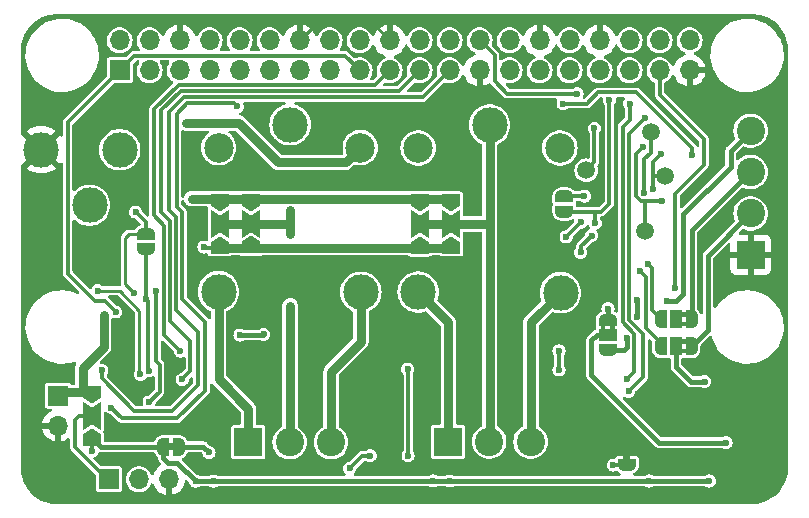
<source format=gbr>
%TF.GenerationSoftware,KiCad,Pcbnew,7.0.9*%
%TF.CreationDate,2023-12-14T14:46:39+02:00*%
%TF.ProjectId,Pi HAT,50692048-4154-42e6-9b69-6361645f7063,0.1.0*%
%TF.SameCoordinates,Original*%
%TF.FileFunction,Copper,L2,Bot*%
%TF.FilePolarity,Positive*%
%FSLAX46Y46*%
G04 Gerber Fmt 4.6, Leading zero omitted, Abs format (unit mm)*
G04 Created by KiCad (PCBNEW 7.0.9) date 2023-12-14 14:46:39*
%MOMM*%
%LPD*%
G01*
G04 APERTURE LIST*
G04 Aperture macros list*
%AMFreePoly0*
4,1,19,0.550000,-0.750000,0.000000,-0.750000,0.000000,-0.744911,-0.071157,-0.744911,-0.207708,-0.704816,-0.327430,-0.627875,-0.420627,-0.520320,-0.479746,-0.390866,-0.500000,-0.250000,-0.500000,0.250000,-0.479746,0.390866,-0.420627,0.520320,-0.327430,0.627875,-0.207708,0.704816,-0.071157,0.744911,0.000000,0.744911,0.000000,0.750000,0.550000,0.750000,0.550000,-0.750000,0.550000,-0.750000,
$1*%
%AMFreePoly1*
4,1,19,0.000000,0.744911,0.071157,0.744911,0.207708,0.704816,0.327430,0.627875,0.420627,0.520320,0.479746,0.390866,0.500000,0.250000,0.500000,-0.250000,0.479746,-0.390866,0.420627,-0.520320,0.327430,-0.627875,0.207708,-0.704816,0.071157,-0.744911,0.000000,-0.744911,0.000000,-0.750000,-0.550000,-0.750000,-0.550000,0.750000,0.000000,0.750000,0.000000,0.744911,0.000000,0.744911,
$1*%
%AMFreePoly2*
4,1,19,0.500000,-0.750000,0.000000,-0.750000,0.000000,-0.744911,-0.071157,-0.744911,-0.207708,-0.704816,-0.327430,-0.627875,-0.420627,-0.520320,-0.479746,-0.390866,-0.500000,-0.250000,-0.500000,0.250000,-0.479746,0.390866,-0.420627,0.520320,-0.327430,0.627875,-0.207708,0.704816,-0.071157,0.744911,0.000000,0.744911,0.000000,0.750000,0.500000,0.750000,0.500000,-0.750000,0.500000,-0.750000,
$1*%
%AMFreePoly3*
4,1,19,0.000000,0.744911,0.071157,0.744911,0.207708,0.704816,0.327430,0.627875,0.420627,0.520320,0.479746,0.390866,0.500000,0.250000,0.500000,-0.250000,0.479746,-0.390866,0.420627,-0.520320,0.327430,-0.627875,0.207708,-0.704816,0.071157,-0.744911,0.000000,-0.744911,0.000000,-0.750000,-0.500000,-0.750000,-0.500000,0.750000,0.000000,0.750000,0.000000,0.744911,0.000000,0.744911,
$1*%
%AMFreePoly4*
4,1,6,1.000000,0.000000,0.500000,-0.750000,-0.500000,-0.750000,-0.500000,0.750000,0.500000,0.750000,1.000000,0.000000,1.000000,0.000000,$1*%
%AMFreePoly5*
4,1,7,0.700000,0.000000,1.200000,-0.750000,-1.200000,-0.750000,-0.700000,0.000000,-1.200000,0.750000,1.200000,0.750000,0.700000,0.000000,0.700000,0.000000,$1*%
G04 Aperture macros list end*
%TA.AperFunction,ComponentPad*%
%ADD10R,2.400000X2.400000*%
%TD*%
%TA.AperFunction,ComponentPad*%
%ADD11C,2.400000*%
%TD*%
%TA.AperFunction,ComponentPad*%
%ADD12R,1.700000X1.700000*%
%TD*%
%TA.AperFunction,ComponentPad*%
%ADD13O,1.700000X1.700000*%
%TD*%
%TA.AperFunction,ComponentPad*%
%ADD14C,3.000000*%
%TD*%
%TA.AperFunction,ComponentPad*%
%ADD15C,2.500000*%
%TD*%
%TA.AperFunction,SMDPad,CuDef*%
%ADD16FreePoly0,270.000000*%
%TD*%
%TA.AperFunction,SMDPad,CuDef*%
%ADD17R,1.500000X1.000000*%
%TD*%
%TA.AperFunction,SMDPad,CuDef*%
%ADD18FreePoly1,270.000000*%
%TD*%
%TA.AperFunction,SMDPad,CuDef*%
%ADD19C,1.500000*%
%TD*%
%TA.AperFunction,SMDPad,CuDef*%
%ADD20FreePoly2,270.000000*%
%TD*%
%TA.AperFunction,SMDPad,CuDef*%
%ADD21FreePoly3,270.000000*%
%TD*%
%TA.AperFunction,SMDPad,CuDef*%
%ADD22FreePoly4,270.000000*%
%TD*%
%TA.AperFunction,SMDPad,CuDef*%
%ADD23FreePoly5,270.000000*%
%TD*%
%TA.AperFunction,SMDPad,CuDef*%
%ADD24FreePoly4,90.000000*%
%TD*%
%TA.AperFunction,SMDPad,CuDef*%
%ADD25FreePoly2,0.000000*%
%TD*%
%TA.AperFunction,SMDPad,CuDef*%
%ADD26FreePoly3,0.000000*%
%TD*%
%TA.AperFunction,SMDPad,CuDef*%
%ADD27FreePoly0,180.000000*%
%TD*%
%TA.AperFunction,SMDPad,CuDef*%
%ADD28R,1.000000X1.500000*%
%TD*%
%TA.AperFunction,SMDPad,CuDef*%
%ADD29FreePoly1,180.000000*%
%TD*%
%TA.AperFunction,SMDPad,CuDef*%
%ADD30FreePoly5,90.000000*%
%TD*%
%TA.AperFunction,ViaPad*%
%ADD31C,0.600000*%
%TD*%
%TA.AperFunction,ViaPad*%
%ADD32C,0.700000*%
%TD*%
%TA.AperFunction,Conductor*%
%ADD33C,0.800000*%
%TD*%
%TA.AperFunction,Conductor*%
%ADD34C,0.400000*%
%TD*%
%TA.AperFunction,Conductor*%
%ADD35C,0.300000*%
%TD*%
%TA.AperFunction,Conductor*%
%ADD36C,0.250000*%
%TD*%
G04 APERTURE END LIST*
%TA.AperFunction,EtchedComponent*%
%TO.C,JP12*%
G36*
X167832500Y-117850000D02*
G01*
X167432500Y-117850000D01*
X167432500Y-117350000D01*
X167832500Y-117350000D01*
X167832500Y-117850000D01*
G37*
%TD.AperFunction*%
%TA.AperFunction,EtchedComponent*%
G36*
X167032500Y-117850000D02*
G01*
X166632500Y-117850000D01*
X166632500Y-117350000D01*
X167032500Y-117350000D01*
X167032500Y-117850000D01*
G37*
%TD.AperFunction*%
%TA.AperFunction,EtchedComponent*%
%TO.C,JP5*%
G36*
X130501200Y-128011200D02*
G01*
X130001200Y-128011200D01*
X130001200Y-127411200D01*
X130501200Y-127411200D01*
X130501200Y-128011200D01*
G37*
%TD.AperFunction*%
%TA.AperFunction,EtchedComponent*%
%TO.C,JP10*%
G36*
X169150000Y-128850000D02*
G01*
X168550000Y-128850000D01*
X168550000Y-128350000D01*
X169150000Y-128350000D01*
X169150000Y-128850000D01*
G37*
%TD.AperFunction*%
%TA.AperFunction,EtchedComponent*%
%TO.C,JP11*%
G36*
X173925000Y-119800000D02*
G01*
X173425000Y-119800000D01*
X173425000Y-119400000D01*
X173925000Y-119400000D01*
X173925000Y-119800000D01*
G37*
%TD.AperFunction*%
%TA.AperFunction,EtchedComponent*%
G36*
X173925000Y-119000000D02*
G01*
X173425000Y-119000000D01*
X173425000Y-118600000D01*
X173925000Y-118600000D01*
X173925000Y-119000000D01*
G37*
%TD.AperFunction*%
%TA.AperFunction,EtchedComponent*%
%TO.C,JP9*%
G36*
X173925000Y-117500000D02*
G01*
X173425000Y-117500000D01*
X173425000Y-117100000D01*
X173925000Y-117100000D01*
X173925000Y-117500000D01*
G37*
%TD.AperFunction*%
%TA.AperFunction,EtchedComponent*%
G36*
X173925000Y-116700000D02*
G01*
X173425000Y-116700000D01*
X173425000Y-116300000D01*
X173925000Y-116300000D01*
X173925000Y-116700000D01*
G37*
%TD.AperFunction*%
%TD*%
D10*
%TO.P,J1,1,Pin_1*%
%TO.N,GND*%
X179324000Y-111450000D03*
D11*
%TO.P,J1,2,Pin_2*%
%TO.N,/S-*%
X179324000Y-107950000D03*
%TO.P,J1,3,Pin_3*%
%TO.N,/S+*%
X179324000Y-104450000D03*
%TO.P,J1,4,Pin_4*%
%TO.N,/LOAD_CELL_EXC*%
X179324000Y-100950000D03*
%TD*%
D12*
%TO.P,J9,1,Pin_1*%
%TO.N,Net-(J9-Pin_1)*%
X124985000Y-130460000D03*
D13*
%TO.P,J9,2,Pin_2*%
%TO.N,/Power Monitor/IN0*%
X127525000Y-130460000D03*
%TO.P,J9,3,Pin_3*%
%TO.N,GND*%
X130065000Y-130460000D03*
%TD*%
D14*
%TO.P,K1,1*%
%TO.N,/Relays/COM2*%
X140332000Y-100424605D03*
D15*
%TO.P,K1,2*%
%TO.N,Net-(D2-A)*%
X134282000Y-102374605D03*
D14*
%TO.P,K1,3*%
%TO.N,/Relays/NO2*%
X134282000Y-114574605D03*
%TO.P,K1,4*%
%TO.N,/Relays/NC2*%
X146332000Y-114624605D03*
D15*
%TO.P,K1,5*%
%TO.N,+5V*%
X146282000Y-102374605D03*
%TD*%
D14*
%TO.P,K2,1*%
%TO.N,/Relays/COM1*%
X157232000Y-100457000D03*
D15*
%TO.P,K2,2*%
%TO.N,Net-(D1-A)*%
X151182000Y-102407000D03*
D14*
%TO.P,K2,3*%
%TO.N,/Relays/NO1*%
X151182000Y-114607000D03*
%TO.P,K2,4*%
%TO.N,/Relays/NC1*%
X163232000Y-114657000D03*
D15*
%TO.P,K2,5*%
%TO.N,+5V*%
X163182000Y-102407000D03*
%TD*%
D12*
%TO.P,J11,1,Pin_1*%
%TO.N,/Power Monitor/Batt_Sensed*%
X120700000Y-123375000D03*
D13*
%TO.P,J11,2,Pin_2*%
%TO.N,GND*%
X120700000Y-125915000D03*
%TD*%
D10*
%TO.P,J5,1,Pin_1*%
%TO.N,/Relays/NO1*%
X153700000Y-127275000D03*
D11*
%TO.P,J5,2,Pin_2*%
%TO.N,/Relays/COM1*%
X157200000Y-127275000D03*
%TO.P,J5,3,Pin_3*%
%TO.N,/Relays/NC1*%
X160700000Y-127275000D03*
%TD*%
D10*
%TO.P,J6,1,Pin_1*%
%TO.N,/Relays/NO2*%
X136800000Y-127315000D03*
D11*
%TO.P,J6,2,Pin_2*%
%TO.N,/Relays/COM2*%
X140300000Y-127315000D03*
%TO.P,J6,3,Pin_3*%
%TO.N,/Relays/NC2*%
X143800000Y-127315000D03*
%TD*%
D14*
%TO.P,J4,1*%
%TO.N,+BATT*%
X125911000Y-102558000D03*
%TO.P,J4,2*%
%TO.N,GND*%
X119261000Y-102558000D03*
%TO.P,J4,3*%
%TO.N,N/C*%
X123361000Y-107258000D03*
%TD*%
D16*
%TO.P,JP12,1,A*%
%TO.N,/LOAD_CELL_EXC*%
X167232500Y-116950000D03*
D17*
%TO.P,JP12,2,C*%
%TO.N,/EXC+*%
X167232500Y-118250000D03*
D18*
%TO.P,JP12,3,B*%
%TO.N,/LOAD_CELL_PWR*%
X167232500Y-119550000D03*
%TD*%
D19*
%TO.P,TP7,1,1*%
%TO.N,/Instumentaional Amp/SPI_MOSI_BUFF*%
X170383200Y-109474000D03*
%TD*%
D20*
%TO.P,JP8,1,A*%
%TO.N,Net-(JP8-A)*%
X163550000Y-106500000D03*
D21*
%TO.P,JP8,2,B*%
%TO.N,/GPIO13*%
X163550000Y-107800000D03*
%TD*%
D19*
%TO.P,TP6,1,1*%
%TO.N,/GPIO7_SPI_CE1_N*%
X170891200Y-101041200D03*
%TD*%
D22*
%TO.P,JP3,1,A*%
%TO.N,/Power Monitor/Batt_Sensed*%
X151327500Y-106850000D03*
D23*
%TO.P,JP3,2,C*%
%TO.N,/Relays/COM1*%
X151327500Y-108850000D03*
D24*
%TO.P,JP3,3,B*%
%TO.N,+5V*%
X151327500Y-110850000D03*
%TD*%
D25*
%TO.P,JP5,1,A*%
%TO.N,+5V*%
X129601200Y-127711200D03*
D26*
%TO.P,JP5,2,B*%
%TO.N,Net-(JP5-B)*%
X130901200Y-127711200D03*
%TD*%
D20*
%TO.P,JP10,1,A*%
%TO.N,GND*%
X168850000Y-127950000D03*
D21*
%TO.P,JP10,2,B*%
%TO.N,Net-(JP10-B)*%
X168850000Y-129250000D03*
%TD*%
D22*
%TO.P,JP1,1,A*%
%TO.N,/Power Monitor/Batt_Sensed*%
X153984000Y-106839000D03*
D23*
%TO.P,JP1,2,C*%
%TO.N,/Relays/COM1*%
X153984000Y-108839000D03*
D24*
%TO.P,JP1,3,B*%
%TO.N,+5V*%
X153984000Y-110839000D03*
%TD*%
D19*
%TO.P,TP8,1,1*%
%TO.N,/Instumentaional Amp/SPI_MISO_BUFF*%
X172110400Y-104749600D03*
%TD*%
D12*
%TO.P,J7,1,Pin_1*%
%TO.N,+3.3V*%
X125902000Y-95838000D03*
D13*
%TO.P,J7,2,Pin_2*%
%TO.N,+5V*%
X125902000Y-93298000D03*
%TO.P,J7,3,Pin_3*%
%TO.N,/GPIO2_SDA1*%
X128442000Y-95838000D03*
%TO.P,J7,4,Pin_4*%
%TO.N,+5V*%
X128442000Y-93298000D03*
%TO.P,J7,5,Pin_5*%
%TO.N,/GPIO3_SCL1*%
X130982000Y-95838000D03*
%TO.P,J7,6,Pin_6*%
%TO.N,GND*%
X130982000Y-93298000D03*
%TO.P,J7,7,Pin_7*%
%TO.N,/GPIO4_GPIO_4*%
X133522000Y-95838000D03*
%TO.P,J7,8,Pin_8*%
%TO.N,/GPIO14_TXD0*%
X133522000Y-93298000D03*
%TO.P,J7,9,Pin_9*%
%TO.N,GND*%
X136062000Y-95838000D03*
%TO.P,J7,10,Pin_10*%
%TO.N,/GPIO15_RXD0*%
X136062000Y-93298000D03*
%TO.P,J7,11,Pin_11*%
%TO.N,/GPIO17_GEN0*%
X138602000Y-95838000D03*
%TO.P,J7,12,Pin_12*%
%TO.N,/GPIO18_GEN1*%
X138602000Y-93298000D03*
%TO.P,J7,13,Pin_13*%
%TO.N,/GPIO27_GEN2*%
X141142000Y-95838000D03*
%TO.P,J7,14,Pin_14*%
%TO.N,GND*%
X141142000Y-93298000D03*
%TO.P,J7,15,Pin_15*%
%TO.N,/GPIO22_GEN3*%
X143682000Y-95838000D03*
%TO.P,J7,16,Pin_16*%
%TO.N,/GPIO23_GEN4*%
X143682000Y-93298000D03*
%TO.P,J7,17,Pin_17*%
%TO.N,+3.3V*%
X146222000Y-95838000D03*
%TO.P,J7,18,Pin_18*%
%TO.N,/GPIO24_GEN5*%
X146222000Y-93298000D03*
%TO.P,J7,19,Pin_19*%
%TO.N,/GPIO10_SPI_MOSI*%
X148762000Y-95838000D03*
%TO.P,J7,20,Pin_20*%
%TO.N,GND*%
X148762000Y-93298000D03*
%TO.P,J7,21,Pin_21*%
%TO.N,/GPIO9_SPI_MISO*%
X151302000Y-95838000D03*
%TO.P,J7,22,Pin_22*%
%TO.N,/GPIO25_GEN6*%
X151302000Y-93298000D03*
%TO.P,J7,23,Pin_23*%
%TO.N,/GPIO11_SPI_SCLK*%
X153842000Y-95838000D03*
%TO.P,J7,24,Pin_24*%
%TO.N,/GPIO8_SPI_CE0_N*%
X153842000Y-93298000D03*
%TO.P,J7,25,Pin_25*%
%TO.N,GND*%
X156382000Y-95838000D03*
%TO.P,J7,26,Pin_26*%
%TO.N,/GPIO7_SPI_CE1_N*%
X156382000Y-93298000D03*
%TO.P,J7,27,Pin_27*%
%TO.N,/ID_SD*%
X158922000Y-95838000D03*
%TO.P,J7,28,Pin_28*%
%TO.N,/ID_SC*%
X158922000Y-93298000D03*
%TO.P,J7,29,Pin_29*%
%TO.N,/GPIO5*%
X161462000Y-95838000D03*
%TO.P,J7,30,Pin_30*%
%TO.N,GND*%
X161462000Y-93298000D03*
%TO.P,J7,31,Pin_31*%
%TO.N,/GPIO6*%
X164002000Y-95838000D03*
%TO.P,J7,32,Pin_32*%
%TO.N,/GPIO12*%
X164002000Y-93298000D03*
%TO.P,J7,33,Pin_33*%
%TO.N,/GPIO13*%
X166542000Y-95838000D03*
%TO.P,J7,34,Pin_34*%
%TO.N,GND*%
X166542000Y-93298000D03*
%TO.P,J7,35,Pin_35*%
%TO.N,/GPIO19_SPI_MISO*%
X169082000Y-95838000D03*
%TO.P,J7,36,Pin_36*%
%TO.N,/GPIO16*%
X169082000Y-93298000D03*
%TO.P,J7,37,Pin_37*%
%TO.N,/GPIO26*%
X171622000Y-95838000D03*
%TO.P,J7,38,Pin_38*%
%TO.N,/GPIO20_SPI_MOSI*%
X171622000Y-93298000D03*
%TO.P,J7,39,Pin_39*%
%TO.N,GND*%
X174162000Y-95838000D03*
%TO.P,J7,40,Pin_40*%
%TO.N,/GPIO21_SPI_SCLK*%
X174162000Y-93298000D03*
%TD*%
D27*
%TO.P,JP11,1,A*%
%TO.N,/S-*%
X174325000Y-119200000D03*
D28*
%TO.P,JP11,2,C*%
%TO.N,/INA-*%
X173025000Y-119200000D03*
D29*
%TO.P,JP11,3,B*%
%TO.N,/AIN1-*%
X171725000Y-119200000D03*
%TD*%
D24*
%TO.P,JP7,1,A*%
%TO.N,+5V*%
X123550000Y-127100000D03*
D30*
%TO.P,JP7,2,C*%
%TO.N,Net-(J9-Pin_1)*%
X123550000Y-125100000D03*
D22*
%TO.P,JP7,3,B*%
%TO.N,/Power Monitor/Batt_Sensed*%
X123550000Y-123100000D03*
%TD*%
D27*
%TO.P,JP9,1,A*%
%TO.N,/S+*%
X174325000Y-116900000D03*
D28*
%TO.P,JP9,2,C*%
%TO.N,/INA+*%
X173025000Y-116900000D03*
D29*
%TO.P,JP9,3,B*%
%TO.N,/AIN1+*%
X171725000Y-116900000D03*
%TD*%
D22*
%TO.P,JP2,1,A*%
%TO.N,/Power Monitor/Batt_Sensed*%
X137050000Y-106830000D03*
D23*
%TO.P,JP2,2,C*%
%TO.N,/Relays/COM2*%
X137050000Y-108830000D03*
D24*
%TO.P,JP2,3,B*%
%TO.N,+5V*%
X137050000Y-110830000D03*
%TD*%
D19*
%TO.P,TP5,1,1*%
%TO.N,/Instumentaional Amp/SPI_SCL_BUFF*%
X165404800Y-104292400D03*
%TD*%
D22*
%TO.P,JP4,1,A*%
%TO.N,/Power Monitor/Batt_Sensed*%
X134366000Y-106839000D03*
D23*
%TO.P,JP4,2,C*%
%TO.N,/Relays/COM2*%
X134366000Y-108839000D03*
D24*
%TO.P,JP4,3,B*%
%TO.N,+5V*%
X134366000Y-110839000D03*
%TD*%
D20*
%TO.P,JP6,1,A*%
%TO.N,Net-(JP6-A)*%
X128100000Y-109700000D03*
D21*
%TO.P,JP6,2,B*%
%TO.N,/Power Monitor/ADC6*%
X128100000Y-111000000D03*
%TD*%
D31*
%TO.N,+5V*%
X132334000Y-130606800D03*
X175818800Y-130606800D03*
X133050000Y-110800000D03*
X138100000Y-118200000D03*
X133858000Y-130606800D03*
X169750000Y-115300500D03*
X170738800Y-130606800D03*
X136100000Y-118250000D03*
X144660000Y-110860000D03*
X123550000Y-128060000D03*
X132500000Y-100290000D03*
X131530000Y-100280000D03*
X153850000Y-130600000D03*
X133450000Y-100280000D03*
X169750000Y-116699500D03*
X152450000Y-130600000D03*
%TO.N,GND*%
X181508400Y-127382401D03*
X180340000Y-128284800D03*
X181508400Y-128284800D03*
X141122400Y-131724400D03*
X119226000Y-113487200D03*
X124360000Y-104240000D03*
X124360000Y-100920000D03*
D32*
X119989600Y-99850000D03*
D31*
X143300000Y-99600000D03*
X144600000Y-99600000D03*
X134831200Y-131724400D03*
X164050000Y-117300000D03*
X125700000Y-128970000D03*
D32*
X119012000Y-130536800D03*
D31*
X155700000Y-112750000D03*
X180340000Y-123838400D03*
X137527600Y-131724400D03*
X180340000Y-122936000D03*
X176900000Y-108550000D03*
X181508400Y-129227200D03*
D32*
X119989600Y-105250000D03*
D31*
X180340000Y-126530799D03*
X165250000Y-102550000D03*
X165150000Y-117300000D03*
X126659266Y-121815734D03*
X164050000Y-124650000D03*
X180340000Y-129227200D03*
X164050000Y-122250000D03*
X136676000Y-131724400D03*
X181508400Y-124780801D03*
X180340000Y-124780801D03*
X181508400Y-126530799D03*
X155700000Y-114750000D03*
X136030000Y-116128800D03*
D32*
X118600000Y-105250000D03*
X118500000Y-99850000D03*
D31*
X176150000Y-109250000D03*
X164050000Y-125850000D03*
X164250000Y-105150000D03*
D32*
X119012000Y-129336800D03*
D31*
X164050000Y-123450000D03*
D32*
X121412000Y-130536800D03*
D31*
X123400000Y-112300000D03*
D32*
X120212000Y-130536800D03*
D31*
X136030000Y-117050000D03*
X139277600Y-131724400D03*
D32*
X120212000Y-129336800D03*
D31*
X130000000Y-120150000D03*
X138430000Y-131724400D03*
X155700000Y-106750000D03*
X180340000Y-125628400D03*
X181508400Y-125628400D03*
X118262400Y-113487200D03*
X181508400Y-123838400D03*
X140220000Y-131724400D03*
X164050000Y-127050000D03*
X181508400Y-122936000D03*
X135773600Y-131724400D03*
X119226000Y-114371200D03*
X176850000Y-112200000D03*
X118262400Y-114371200D03*
X155700000Y-110750000D03*
D32*
X121412000Y-129336800D03*
D31*
X124200000Y-92000000D03*
X180340000Y-127382401D03*
%TO.N,/GPIO5*%
X150290000Y-121130000D03*
X150330000Y-128460000D03*
%TO.N,/GPIO26*%
X172925000Y-114250000D03*
%TO.N,+3.3V*%
X163704209Y-109934874D03*
X163100000Y-119585500D03*
X164950000Y-108700000D03*
X163100000Y-121200000D03*
X125580000Y-116290000D03*
%TO.N,Net-(IC1-VBIAS)*%
X164947600Y-111252000D03*
X165862000Y-109829600D03*
%TO.N,/Instumentaional Amp/SPI_SCL_BUFF*%
X166100000Y-100736400D03*
X165404800Y-104292400D03*
%TO.N,/EXC+*%
X177250000Y-127350000D03*
%TO.N,/LOAD_CELL_PWR*%
X168825500Y-118520000D03*
%TO.N,/Relays/COM2*%
X140332000Y-107700000D03*
X140332000Y-115748000D03*
X140332000Y-109750000D03*
X140332000Y-108830000D03*
X140332000Y-116938000D03*
X140332000Y-118068000D03*
%TO.N,/AIN1+*%
X170600000Y-112250000D03*
%TO.N,/AIN1-*%
X169925000Y-112825000D03*
%TO.N,/Power Monitor/ADC0*%
X128400000Y-123924500D03*
X129010000Y-114490000D03*
%TO.N,/Power Monitor/ADC7*%
X127660000Y-121575500D03*
X124050000Y-114480000D03*
%TO.N,/Power Monitor/ADC6*%
X128150000Y-115160000D03*
X128400511Y-121270000D03*
%TO.N,/GPIO10_SPI_MOSI*%
X131050000Y-119600000D03*
%TO.N,/GPIO9_SPI_MISO*%
X131200000Y-122000000D03*
X163450000Y-98650000D03*
X174381500Y-103022400D03*
%TO.N,/GPIO11_SPI_SCLK*%
X124405300Y-121230000D03*
%TO.N,/GPIO8_SPI_CE0_N*%
X135880000Y-98890000D03*
X125200000Y-124400000D03*
%TO.N,/GPIO7_SPI_CE1_N*%
X170326511Y-106228689D03*
X170891200Y-101041200D03*
X164625000Y-97800000D03*
%TO.N,/GPIO13*%
X166166800Y-108762800D03*
X167375000Y-98337900D03*
%TO.N,/GPIO19_SPI_MISO*%
X168850000Y-121975000D03*
X169082000Y-98653600D03*
%TO.N,/Instumentaional Amp/SPI_MOSI_BUFF*%
X171856400Y-106934000D03*
X170180000Y-102362000D03*
%TO.N,/Instumentaional Amp/SPI_MISO_BUFF*%
X171780200Y-102946200D03*
X171094400Y-105867200D03*
%TO.N,/LOAD_CELL_EXC*%
X172275500Y-115350000D03*
X167250000Y-116000000D03*
%TO.N,/GPIO16*%
X170350000Y-99900000D03*
X169000000Y-123025000D03*
%TO.N,Net-(JP5-B)*%
X133480000Y-128180000D03*
%TO.N,/Power Monitor/Batt_Sensed*%
X124560000Y-118440000D03*
X133100000Y-106700000D03*
X124560000Y-117510000D03*
X124560000Y-116510000D03*
X132000000Y-106700000D03*
%TO.N,Net-(JP6-A)*%
X127145000Y-114685000D03*
X127260000Y-107820000D03*
%TO.N,Net-(JP8-A)*%
X165252400Y-106476800D03*
%TO.N,/INA+*%
X173025000Y-116900000D03*
%TO.N,Net-(JP10-B)*%
X167700000Y-129250000D03*
%TO.N,/INA-*%
X175425000Y-122200000D03*
%TO.N,Net-(Q3-B)*%
X147116800Y-128470000D03*
X145389600Y-129540000D03*
%TD*%
D33*
%TO.N,+5V*%
X144751000Y-110839000D02*
X136966000Y-110839000D01*
D34*
X124361200Y-127711200D02*
X129601200Y-127711200D01*
X132334000Y-130606800D02*
X170738800Y-130606800D01*
D33*
X134366000Y-110839000D02*
X136966000Y-110839000D01*
D35*
X123550000Y-127100000D02*
X123650000Y-127000000D01*
D33*
X151327500Y-110850000D02*
X144762000Y-110850000D01*
D34*
X132334000Y-130606800D02*
X130777200Y-129050000D01*
D35*
X133050000Y-110800000D02*
X133089000Y-110839000D01*
D34*
X138100000Y-118200000D02*
X138050000Y-118250000D01*
D33*
X145032001Y-103624604D02*
X146282000Y-102374605D01*
D34*
X129601200Y-128651200D02*
X129601200Y-127711200D01*
D33*
X135970000Y-100280000D02*
X139314604Y-103624604D01*
D34*
X130777200Y-129050000D02*
X130000000Y-129050000D01*
X123650000Y-127000000D02*
X124361200Y-127711200D01*
D33*
X139314604Y-103624604D02*
X145032001Y-103624604D01*
D35*
X123550000Y-128060000D02*
X123550000Y-127100000D01*
D33*
X151384000Y-110839000D02*
X153984000Y-110839000D01*
D34*
X130000000Y-129050000D02*
X129601200Y-128651200D01*
X170738800Y-130606800D02*
X175818800Y-130606800D01*
X169750000Y-116699500D02*
X169750000Y-115300500D01*
X138050000Y-118250000D02*
X136100000Y-118250000D01*
D33*
X131530000Y-100280000D02*
X135970000Y-100280000D01*
D35*
X133089000Y-110839000D02*
X134366000Y-110839000D01*
D36*
%TO.N,GND*%
X141142000Y-93298000D02*
X142550000Y-91890000D01*
X147354000Y-91890000D02*
X148762000Y-93298000D01*
X142550000Y-91890000D02*
X147354000Y-91890000D01*
D35*
%TO.N,/GPIO5*%
X150330000Y-128460000D02*
X150340000Y-128450000D01*
X150340000Y-128450000D02*
X150340000Y-121180000D01*
X150340000Y-121180000D02*
X150290000Y-121130000D01*
%TO.N,/GPIO26*%
X171622000Y-97911200D02*
X171622000Y-95838000D01*
X172925000Y-114250000D02*
X172925000Y-106271800D01*
X172925000Y-106271800D02*
X175361600Y-103835200D01*
X175361600Y-103835200D02*
X175361600Y-101650800D01*
X175361600Y-101650800D02*
X171622000Y-97911200D01*
%TO.N,+3.3V*%
X123850000Y-115380000D02*
X124670000Y-115380000D01*
X125902000Y-95838000D02*
X121511489Y-100228511D01*
X163100000Y-119585500D02*
X163100000Y-121200000D01*
X127160000Y-94580000D02*
X144964000Y-94580000D01*
X121511489Y-113041489D02*
X123850000Y-115380000D01*
X124670000Y-115380000D02*
X125580000Y-116290000D01*
X164939083Y-108700000D02*
X163704209Y-109934874D01*
X144964000Y-94580000D02*
X146222000Y-95838000D01*
X164950000Y-108700000D02*
X164939083Y-108700000D01*
X125902000Y-95838000D02*
X127160000Y-94580000D01*
X121511489Y-100228511D02*
X121511489Y-113041489D01*
%TO.N,Net-(IC1-VBIAS)*%
X164947600Y-111252000D02*
X164947600Y-110744000D01*
X164947600Y-110744000D02*
X165862000Y-109829600D01*
%TO.N,/Instumentaional Amp/SPI_SCL_BUFF*%
X165404800Y-104292400D02*
X166100000Y-103597200D01*
X166100000Y-103597200D02*
X166100000Y-100736400D01*
D34*
%TO.N,/EXC+*%
X166300000Y-118250000D02*
X167232500Y-118250000D01*
X177250000Y-127350000D02*
X171575000Y-127350000D01*
X165850000Y-121625000D02*
X165850000Y-118700000D01*
X171575000Y-127350000D02*
X165850000Y-121625000D01*
X165850000Y-118700000D02*
X166300000Y-118250000D01*
%TO.N,/LOAD_CELL_PWR*%
X168825500Y-118520000D02*
X168825500Y-119299500D01*
X168575000Y-119550000D02*
X167632500Y-119550000D01*
X168825500Y-119299500D02*
X168575000Y-119550000D01*
D33*
%TO.N,/Relays/NO1*%
X153726000Y-127249000D02*
X153700000Y-127275000D01*
X153726000Y-117151000D02*
X153726000Y-127249000D01*
X151182000Y-114607000D02*
X153726000Y-117151000D01*
%TO.N,/Relays/COM1*%
X157221000Y-108839000D02*
X157232000Y-108850000D01*
X157232000Y-108850000D02*
X157232000Y-127239000D01*
X151327500Y-108850000D02*
X153973000Y-108850000D01*
X157232000Y-100457000D02*
X157232000Y-108850000D01*
X153973000Y-108850000D02*
X153984000Y-108839000D01*
X153984000Y-108839000D02*
X157221000Y-108839000D01*
X157232000Y-127239000D02*
X157226000Y-127245000D01*
%TO.N,/Relays/NC1*%
X163232000Y-114657000D02*
X160726000Y-117163000D01*
X160726000Y-117163000D02*
X160726000Y-127245000D01*
%TO.N,/Relays/NO2*%
X134282000Y-114574605D02*
X134282000Y-121982000D01*
X136804400Y-124504400D02*
X136804400Y-127304800D01*
X134282000Y-121982000D02*
X136804400Y-124504400D01*
%TO.N,/Relays/COM2*%
X140332000Y-115748000D02*
X140332000Y-127277200D01*
X136966000Y-108839000D02*
X134366000Y-108839000D01*
X140332000Y-108798000D02*
X140332000Y-109718000D01*
X140280000Y-108830000D02*
X137050000Y-108830000D01*
X140332000Y-108830000D02*
X140332000Y-107700000D01*
%TO.N,/Relays/NC2*%
X143804400Y-127304800D02*
X143804400Y-121345600D01*
X146332000Y-118818000D02*
X146332000Y-114624605D01*
X143804400Y-121345600D02*
X146332000Y-118818000D01*
D35*
%TO.N,/AIN1+*%
X170950000Y-112600000D02*
X170950000Y-116125000D01*
X170950000Y-116125000D02*
X171725000Y-116900000D01*
X170600000Y-112250000D02*
X170950000Y-112600000D01*
%TO.N,/AIN1-*%
X171725000Y-118950000D02*
X171725000Y-119200000D01*
X170450000Y-117675000D02*
X171725000Y-118950000D01*
X169925000Y-112825000D02*
X170450000Y-113350000D01*
X170450000Y-113350000D02*
X170450000Y-117675000D01*
%TO.N,/Power Monitor/ADC0*%
X129286000Y-123038500D02*
X129286000Y-120746000D01*
X129286000Y-120746000D02*
X129025011Y-120485011D01*
X128400000Y-123924500D02*
X129286000Y-123038500D01*
D36*
X129025011Y-120485011D02*
X129010000Y-120470000D01*
D35*
X129010000Y-114490000D02*
X129010000Y-120470000D01*
D36*
%TO.N,/Power Monitor/ADC7*%
X125900000Y-114500000D02*
X124070000Y-114500000D01*
X127581318Y-121496818D02*
X127581318Y-116181318D01*
X124070000Y-114500000D02*
X124050000Y-114480000D01*
X127581318Y-116181318D02*
X125900000Y-114500000D01*
X127660000Y-121575500D02*
X127581318Y-121496818D01*
D35*
%TO.N,/Power Monitor/ADC6*%
X128330000Y-121199489D02*
X128400511Y-121270000D01*
X128150000Y-115160000D02*
X128100000Y-115110000D01*
X128150000Y-115160000D02*
X128330000Y-115340000D01*
X128330000Y-115340000D02*
X128330000Y-121199489D01*
X128100000Y-115110000D02*
X128100000Y-111000000D01*
%TO.N,/GPIO10_SPI_MOSI*%
X128810000Y-99140000D02*
X130912489Y-97037511D01*
X129680000Y-108980000D02*
X128810000Y-108110000D01*
X131050000Y-119600000D02*
X129680000Y-118230000D01*
X128810000Y-108110000D02*
X128810000Y-99140000D01*
X129680000Y-118230000D02*
X129680000Y-108980000D01*
X130912489Y-97037511D02*
X147562489Y-97037511D01*
X147562489Y-97037511D02*
X148762000Y-95838000D01*
%TO.N,/GPIO9_SPI_MISO*%
X165475000Y-98650000D02*
X163450000Y-98650000D01*
X130179520Y-117069550D02*
X130179520Y-108559520D01*
X166436600Y-97688400D02*
X165475000Y-98650000D01*
X129440000Y-99216429D02*
X131065949Y-97590480D01*
X174381500Y-102448700D02*
X169621200Y-97688400D01*
X131900000Y-121300000D02*
X131900000Y-118790030D01*
X149549520Y-97590480D02*
X151302000Y-95838000D01*
X174381500Y-103022400D02*
X174381500Y-102448700D01*
X169621200Y-97688400D02*
X166436600Y-97688400D01*
X131065949Y-97590480D02*
X149549520Y-97590480D01*
X130179520Y-108559520D02*
X129440000Y-107820000D01*
X131900000Y-118790030D02*
X130179520Y-117069550D01*
X129440000Y-107820000D02*
X129440000Y-99216429D01*
X131200000Y-122000000D02*
X131900000Y-121300000D01*
%TO.N,/GPIO11_SPI_SCLK*%
X124405300Y-121905300D02*
X127150000Y-124650000D01*
X151590000Y-98090000D02*
X153842000Y-95838000D01*
X131380000Y-98090000D02*
X151590000Y-98090000D01*
X132550000Y-118000000D02*
X130680000Y-116130000D01*
X130680000Y-108270000D02*
X130100000Y-107690000D01*
X132550000Y-122450000D02*
X132550000Y-118000000D01*
X130100000Y-99370000D02*
X131380000Y-98090000D01*
X130350000Y-124650000D02*
X132550000Y-122450000D01*
X130100000Y-107690000D02*
X130100000Y-99370000D01*
X130680000Y-116130000D02*
X130680000Y-108270000D01*
X124405300Y-121230000D02*
X124405300Y-121905300D01*
X127150000Y-124650000D02*
X130350000Y-124650000D01*
%TO.N,/GPIO8_SPI_CE0_N*%
X130800000Y-125300000D02*
X133150000Y-122950000D01*
X131180000Y-115180000D02*
X131180000Y-107858928D01*
X125200000Y-124400000D02*
X126100000Y-125300000D01*
X133150000Y-117150000D02*
X131180000Y-115180000D01*
X131649906Y-98600094D02*
X135590094Y-98600094D01*
X130724520Y-107403448D02*
X130724520Y-99525480D01*
X133150000Y-122950000D02*
X133150000Y-117150000D01*
X126100000Y-125300000D02*
X130800000Y-125300000D01*
X131180000Y-107858928D02*
X130724520Y-107403448D01*
X135590094Y-98600094D02*
X135880000Y-98890000D01*
X130724520Y-99525480D02*
X131649906Y-98600094D01*
%TO.N,/GPIO7_SPI_CE1_N*%
X170891200Y-101041200D02*
X170891200Y-102808800D01*
X170891200Y-102808800D02*
X170326511Y-103373489D01*
X157650000Y-96725000D02*
X157650000Y-94566000D01*
X164625000Y-97800000D02*
X158725000Y-97800000D01*
X158725000Y-97800000D02*
X157650000Y-96725000D01*
X170326511Y-103373489D02*
X170326511Y-106228689D01*
X157650000Y-94566000D02*
X156382000Y-93298000D01*
%TO.N,/GPIO13*%
X166700000Y-107800000D02*
X167375000Y-107125000D01*
X166166800Y-108762800D02*
X166112800Y-108762800D01*
X167375000Y-107125000D02*
X167375000Y-98337900D01*
X166150000Y-107800000D02*
X166700000Y-107800000D01*
X166166800Y-107816800D02*
X166150000Y-107800000D01*
X163550000Y-107800000D02*
X166150000Y-107800000D01*
X166166800Y-108762800D02*
X166166800Y-107816800D01*
%TO.N,/GPIO19_SPI_MISO*%
X169082000Y-98653600D02*
X169082000Y-100018000D01*
X168500000Y-100600000D02*
X168500000Y-117182106D01*
X169475000Y-121350000D02*
X168850000Y-121975000D01*
X169475000Y-118157106D02*
X169475000Y-121350000D01*
X168500000Y-117182106D02*
X169475000Y-118157106D01*
X169082000Y-100018000D02*
X168500000Y-100600000D01*
%TO.N,/Instumentaional Amp/SPI_MOSI_BUFF*%
X170180000Y-102362000D02*
X169625000Y-102917000D01*
X170383200Y-109474000D02*
X170383200Y-106934000D01*
X169625000Y-102917000D02*
X169625000Y-106480600D01*
X169625000Y-106480600D02*
X170078400Y-106934000D01*
X170383200Y-106934000D02*
X171856400Y-106934000D01*
X170078400Y-106934000D02*
X170383200Y-106934000D01*
%TO.N,/Instumentaional Amp/SPI_MISO_BUFF*%
X171094400Y-103632000D02*
X171094400Y-104749600D01*
X171094400Y-104749600D02*
X171094400Y-105867200D01*
X171780200Y-102946200D02*
X171094400Y-103632000D01*
X172110400Y-104749600D02*
X171094400Y-104749600D01*
D34*
%TO.N,/LOAD_CELL_EXC*%
X173625000Y-108010200D02*
X177647600Y-103987600D01*
X173025000Y-115350000D02*
X173625000Y-114750000D01*
X177647600Y-102626400D02*
X179324000Y-100950000D01*
X167250000Y-116567500D02*
X167632500Y-116950000D01*
X172275500Y-115350000D02*
X173025000Y-115350000D01*
X177647600Y-103987600D02*
X177647600Y-102626400D01*
X167250000Y-116000000D02*
X167250000Y-116567500D01*
X173625000Y-114750000D02*
X173625000Y-108010200D01*
%TO.N,/S+*%
X174325000Y-116900000D02*
X174325000Y-109393000D01*
X174325000Y-109393000D02*
X179268000Y-104450000D01*
X179268000Y-104450000D02*
X179324000Y-104450000D01*
%TO.N,/S-*%
X175732000Y-117793000D02*
X175732000Y-111518000D01*
X174325000Y-119200000D02*
X175732000Y-117793000D01*
X179300000Y-107950000D02*
X179324000Y-107950000D01*
X175732000Y-111518000D02*
X179300000Y-107950000D01*
D35*
%TO.N,Net-(J9-Pin_1)*%
X124975000Y-130600000D02*
X122100000Y-127725000D01*
X122100000Y-125423000D02*
X122423000Y-125100000D01*
X122423000Y-125100000D02*
X123550000Y-125100000D01*
X122100000Y-127725000D02*
X122100000Y-125423000D01*
%TO.N,/GPIO16*%
X170350000Y-99900000D02*
X169050000Y-101200000D01*
X170225000Y-121800000D02*
X169000000Y-123025000D01*
X169050000Y-101200000D02*
X169050000Y-116982107D01*
X170225000Y-118157107D02*
X170225000Y-121800000D01*
X169050000Y-116982107D02*
X170225000Y-118157107D01*
D34*
%TO.N,Net-(JP5-B)*%
X133480000Y-128180000D02*
X133000000Y-127700000D01*
X133000000Y-127700000D02*
X130912400Y-127700000D01*
X130912400Y-127700000D02*
X130901200Y-127711200D01*
D33*
%TO.N,/Power Monitor/Batt_Sensed*%
X120975000Y-123100000D02*
X120700000Y-123375000D01*
X122800000Y-122700000D02*
X122800000Y-121000000D01*
X133100000Y-106700000D02*
X153845000Y-106700000D01*
X132000000Y-106700000D02*
X133100000Y-106700000D01*
X124560000Y-119240000D02*
X124560000Y-116510000D01*
X122800000Y-121000000D02*
X124560000Y-119240000D01*
X153845000Y-106700000D02*
X153984000Y-106839000D01*
X123550000Y-123100000D02*
X120975000Y-123100000D01*
D36*
%TO.N,Net-(JP6-A)*%
X126700000Y-109700000D02*
X128100000Y-109700000D01*
D35*
X127270000Y-107820000D02*
X128100000Y-108650000D01*
D36*
X126370000Y-110030000D02*
X126700000Y-109700000D01*
D35*
X128100000Y-108650000D02*
X128100000Y-109700000D01*
X127260000Y-107820000D02*
X127270000Y-107820000D01*
D36*
X126370000Y-113910000D02*
X126370000Y-110030000D01*
X127145000Y-114685000D02*
X126370000Y-113910000D01*
D35*
%TO.N,Net-(JP8-A)*%
X163573200Y-106476800D02*
X163550000Y-106500000D01*
X165252400Y-106476800D02*
X163573200Y-106476800D01*
%TO.N,Net-(JP10-B)*%
X167700000Y-129250000D02*
X168650000Y-129250000D01*
D34*
%TO.N,/INA-*%
X175425000Y-122200000D02*
X174250000Y-122200000D01*
D35*
X173025000Y-119800000D02*
X173025000Y-119200000D01*
D34*
X173025000Y-120975000D02*
X173025000Y-119800000D01*
X174250000Y-122200000D02*
X173025000Y-120975000D01*
D35*
%TO.N,Net-(Q3-B)*%
X145389600Y-129540000D02*
X146459600Y-128470000D01*
X146459600Y-128470000D02*
X147116800Y-128470000D01*
%TD*%
%TA.AperFunction,Conductor*%
%TO.N,GND*%
G36*
X179533620Y-91093584D02*
G01*
X179677768Y-91101139D01*
X179839675Y-91109625D01*
X179846133Y-91110304D01*
X179883716Y-91116256D01*
X180147232Y-91157993D01*
X180153560Y-91159337D01*
X180448029Y-91238240D01*
X180454194Y-91240242D01*
X180738804Y-91349494D01*
X180744724Y-91352129D01*
X181016370Y-91490540D01*
X181021973Y-91493775D01*
X181167423Y-91588232D01*
X181277637Y-91659806D01*
X181282890Y-91663623D01*
X181519805Y-91855472D01*
X181524631Y-91859818D01*
X181740181Y-92075368D01*
X181744527Y-92080194D01*
X181936376Y-92317109D01*
X181940193Y-92322362D01*
X182077819Y-92534287D01*
X182106219Y-92578018D01*
X182109463Y-92583635D01*
X182218687Y-92798000D01*
X182247865Y-92855265D01*
X182250506Y-92861198D01*
X182359753Y-93145794D01*
X182361759Y-93151970D01*
X182440659Y-93446429D01*
X182442009Y-93452781D01*
X182485597Y-93727989D01*
X182489696Y-93753865D01*
X182490375Y-93760324D01*
X182506413Y-94066355D01*
X182506498Y-94069638D01*
X182485181Y-129565886D01*
X182485059Y-129569733D01*
X182464541Y-129896671D01*
X182463727Y-129903518D01*
X182407327Y-130224630D01*
X182405759Y-130231344D01*
X182318670Y-130528546D01*
X182314075Y-130544226D01*
X182311771Y-130550726D01*
X182185934Y-130851499D01*
X182182924Y-130857702D01*
X182024486Y-131142668D01*
X182020806Y-131148499D01*
X181831740Y-131414106D01*
X181827435Y-131419492D01*
X181610055Y-131662493D01*
X181605179Y-131667368D01*
X181362179Y-131884747D01*
X181356792Y-131889052D01*
X181091176Y-132078120D01*
X181085345Y-132081800D01*
X180800390Y-132240231D01*
X180794186Y-132243242D01*
X180493403Y-132369078D01*
X180486911Y-132371379D01*
X180330468Y-132417221D01*
X180174033Y-132463061D01*
X180167319Y-132464629D01*
X179846191Y-132521030D01*
X179839344Y-132521844D01*
X179512115Y-132542378D01*
X179508231Y-132542500D01*
X120533623Y-132542500D01*
X120530379Y-132542415D01*
X120512478Y-132541476D01*
X120224323Y-132526374D01*
X120217865Y-132525695D01*
X119916781Y-132478009D01*
X119910429Y-132476659D01*
X119615970Y-132397759D01*
X119609794Y-132395753D01*
X119325198Y-132286506D01*
X119319265Y-132283865D01*
X119274649Y-132261132D01*
X119047635Y-132145463D01*
X119042018Y-132142219D01*
X118980468Y-132102248D01*
X118786362Y-131976193D01*
X118781109Y-131972376D01*
X118544194Y-131780527D01*
X118539368Y-131776181D01*
X118323818Y-131560631D01*
X118319472Y-131555805D01*
X118127623Y-131318890D01*
X118123806Y-131313637D01*
X118052984Y-131204581D01*
X117957775Y-131057973D01*
X117954540Y-131052370D01*
X117816129Y-130780724D01*
X117813493Y-130774801D01*
X117804169Y-130750512D01*
X117704242Y-130490194D01*
X117702240Y-130484029D01*
X117696629Y-130463087D01*
X117623337Y-130189560D01*
X117621993Y-130183232D01*
X117577151Y-129900109D01*
X117574304Y-129882133D01*
X117573625Y-129875675D01*
X117557585Y-129569622D01*
X117557500Y-129566376D01*
X117557500Y-103908922D01*
X117577185Y-103841883D01*
X117629989Y-103796128D01*
X117677975Y-103787470D01*
X118861000Y-102604445D01*
X118861000Y-102939481D01*
X118875835Y-103033148D01*
X118933359Y-103146045D01*
X118979933Y-103192619D01*
X118034436Y-104138115D01*
X118176960Y-104244807D01*
X118176961Y-104244808D01*
X118428042Y-104381908D01*
X118428041Y-104381908D01*
X118696104Y-104481890D01*
X118975637Y-104542699D01*
X119260999Y-104563109D01*
X119261001Y-104563109D01*
X119546362Y-104542699D01*
X119825895Y-104481890D01*
X120093958Y-104381908D01*
X120345047Y-104244803D01*
X120487561Y-104138116D01*
X120487562Y-104138115D01*
X119542066Y-103192619D01*
X119588641Y-103146045D01*
X119646165Y-103033148D01*
X119661000Y-102939481D01*
X119661000Y-102604447D01*
X120841115Y-103784562D01*
X120887722Y-103722304D01*
X120943656Y-103680433D01*
X121013348Y-103675449D01*
X121074671Y-103708934D01*
X121108155Y-103770258D01*
X121110989Y-103796615D01*
X121110989Y-113104918D01*
X121110990Y-113104928D01*
X121117835Y-113125996D01*
X121122376Y-113144907D01*
X121125843Y-113166793D01*
X121125844Y-113166796D01*
X121135901Y-113186534D01*
X121143346Y-113204507D01*
X121150193Y-113225579D01*
X121163215Y-113243503D01*
X121173379Y-113260089D01*
X121183439Y-113279831D01*
X121204353Y-113300745D01*
X121204382Y-113300776D01*
X122439839Y-114536233D01*
X122473324Y-114597556D01*
X122468340Y-114667248D01*
X122426468Y-114723181D01*
X122361004Y-114747598D01*
X122297449Y-114735192D01*
X122240904Y-114707391D01*
X122240900Y-114707389D01*
X122240899Y-114707389D01*
X121906940Y-114588232D01*
X121713031Y-114543141D01*
X121561568Y-114507920D01*
X121444143Y-114494446D01*
X121209295Y-114467500D01*
X121209293Y-114467500D01*
X120943424Y-114467500D01*
X120943422Y-114467500D01*
X120677995Y-114482677D01*
X120328608Y-114543141D01*
X120328591Y-114543145D01*
X119989807Y-114642621D01*
X119988377Y-114643041D01*
X119661759Y-114781071D01*
X119637537Y-114794750D01*
X119353005Y-114955431D01*
X119353002Y-114955433D01*
X119066138Y-115163853D01*
X118804901Y-115403615D01*
X118804900Y-115403616D01*
X118572695Y-115671593D01*
X118372555Y-115964288D01*
X118372548Y-115964299D01*
X118207085Y-116277889D01*
X118207075Y-116277911D01*
X118078429Y-116608333D01*
X117988290Y-116951260D01*
X117937828Y-117302233D01*
X117937826Y-117302253D01*
X117927700Y-117656671D01*
X117927700Y-117656678D01*
X117958044Y-118009961D01*
X117958047Y-118009983D01*
X118028459Y-118357479D01*
X118028465Y-118357501D01*
X118138038Y-118694729D01*
X118285333Y-119017261D01*
X118285338Y-119017271D01*
X118468434Y-119320901D01*
X118468438Y-119320906D01*
X118468443Y-119320915D01*
X118519482Y-119387103D01*
X118684963Y-119601704D01*
X118684975Y-119601718D01*
X118906057Y-119829205D01*
X118932095Y-119855997D01*
X119206595Y-120080455D01*
X119243999Y-120104493D01*
X119504875Y-120272150D01*
X119504881Y-120272153D01*
X119504883Y-120272154D01*
X119504891Y-120272159D01*
X119823096Y-120428609D01*
X120157061Y-120547768D01*
X120502432Y-120628080D01*
X120788953Y-120660955D01*
X120854705Y-120668500D01*
X120854707Y-120668500D01*
X121120578Y-120668500D01*
X121209053Y-120663440D01*
X121386008Y-120653322D01*
X121735400Y-120592857D01*
X122075623Y-120492959D01*
X122079088Y-120491494D01*
X122148495Y-120483518D01*
X122211202Y-120514335D01*
X122247293Y-120574162D01*
X122245310Y-120644004D01*
X122238545Y-120658994D01*
X122238736Y-120659077D01*
X122216348Y-120710811D01*
X122213777Y-120716058D01*
X122190372Y-120758630D01*
X122190372Y-120758631D01*
X122185091Y-120779199D01*
X122178791Y-120797601D01*
X122170364Y-120817073D01*
X122162766Y-120865047D01*
X122161581Y-120870770D01*
X122149500Y-120917818D01*
X122149500Y-120939044D01*
X122147973Y-120958444D01*
X122144747Y-120978813D01*
X122144653Y-120979405D01*
X122147719Y-121011836D01*
X122149225Y-121027767D01*
X122149500Y-121033606D01*
X122149500Y-122325500D01*
X122129815Y-122392539D01*
X122077011Y-122438294D01*
X122025500Y-122449500D01*
X121867106Y-122449500D01*
X121800067Y-122429815D01*
X121764004Y-122394390D01*
X121730602Y-122344400D01*
X121729572Y-122343712D01*
X121647740Y-122289034D01*
X121647739Y-122289033D01*
X121647735Y-122289032D01*
X121574677Y-122274500D01*
X121574674Y-122274500D01*
X119825326Y-122274500D01*
X119825323Y-122274500D01*
X119752264Y-122289032D01*
X119752260Y-122289033D01*
X119669399Y-122344399D01*
X119614033Y-122427260D01*
X119614032Y-122427264D01*
X119599500Y-122500321D01*
X119599500Y-124249678D01*
X119614032Y-124322735D01*
X119614033Y-124322739D01*
X119614034Y-124322740D01*
X119669399Y-124405601D01*
X119736415Y-124450379D01*
X119752260Y-124460966D01*
X119752264Y-124460967D01*
X119825321Y-124475499D01*
X119825324Y-124475500D01*
X120033318Y-124475500D01*
X120100357Y-124495185D01*
X120146112Y-124547989D01*
X120156056Y-124617147D01*
X120127031Y-124680703D01*
X120085723Y-124711882D01*
X120022422Y-124741399D01*
X120022420Y-124741400D01*
X119828926Y-124876886D01*
X119828920Y-124876891D01*
X119661891Y-125043920D01*
X119661886Y-125043926D01*
X119526400Y-125237420D01*
X119526399Y-125237422D01*
X119426570Y-125451507D01*
X119426567Y-125451513D01*
X119369364Y-125664999D01*
X119369364Y-125665000D01*
X120266314Y-125665000D01*
X120240507Y-125705156D01*
X120200000Y-125843111D01*
X120200000Y-125986889D01*
X120240507Y-126124844D01*
X120266314Y-126165000D01*
X119369364Y-126165000D01*
X119426567Y-126378486D01*
X119426570Y-126378492D01*
X119526399Y-126592578D01*
X119661894Y-126786082D01*
X119828917Y-126953105D01*
X120022421Y-127088600D01*
X120236507Y-127188429D01*
X120236516Y-127188433D01*
X120450000Y-127245634D01*
X120450000Y-126350501D01*
X120557685Y-126399680D01*
X120664237Y-126415000D01*
X120735763Y-126415000D01*
X120842315Y-126399680D01*
X120950000Y-126350501D01*
X120950000Y-127245633D01*
X121163483Y-127188433D01*
X121163492Y-127188429D01*
X121377579Y-127088599D01*
X121377585Y-127088595D01*
X121504376Y-126999815D01*
X121570582Y-126977487D01*
X121638349Y-126994497D01*
X121686163Y-127045444D01*
X121699500Y-127101389D01*
X121699500Y-127788429D01*
X121699501Y-127788439D01*
X121706346Y-127809507D01*
X121710887Y-127828418D01*
X121714354Y-127850304D01*
X121714355Y-127850307D01*
X121724412Y-127870045D01*
X121731857Y-127888018D01*
X121738704Y-127909090D01*
X121751726Y-127927014D01*
X121761890Y-127943600D01*
X121771950Y-127963342D01*
X121792864Y-127984256D01*
X121792893Y-127984287D01*
X123848181Y-130039574D01*
X123881666Y-130100897D01*
X123884500Y-130127255D01*
X123884500Y-131334678D01*
X123899032Y-131407735D01*
X123899033Y-131407739D01*
X123905170Y-131416923D01*
X123954399Y-131490601D01*
X124037260Y-131545966D01*
X124037264Y-131545967D01*
X124110321Y-131560499D01*
X124110324Y-131560500D01*
X124110326Y-131560500D01*
X125859676Y-131560500D01*
X125859677Y-131560499D01*
X125932740Y-131545966D01*
X126015601Y-131490601D01*
X126070966Y-131407740D01*
X126085500Y-131334674D01*
X126085500Y-129585326D01*
X126085500Y-129585323D01*
X126085499Y-129585321D01*
X126070967Y-129512264D01*
X126070966Y-129512260D01*
X126048077Y-129478004D01*
X126015601Y-129429399D01*
X125932740Y-129374034D01*
X125932739Y-129374033D01*
X125932735Y-129374032D01*
X125859677Y-129359500D01*
X125859674Y-129359500D01*
X124352255Y-129359500D01*
X124285216Y-129339815D01*
X124264574Y-129323181D01*
X123714634Y-128773241D01*
X123681149Y-128711918D01*
X123686133Y-128642226D01*
X123728005Y-128586293D01*
X123754856Y-128571002D01*
X123827625Y-128540861D01*
X123942621Y-128452621D01*
X124030861Y-128337625D01*
X124081772Y-128214711D01*
X124125611Y-128160311D01*
X124191905Y-128138245D01*
X124237286Y-128145123D01*
X124276501Y-128158846D01*
X124276502Y-128158846D01*
X124284898Y-128160434D01*
X124293295Y-128161700D01*
X124293298Y-128161700D01*
X124352759Y-128161700D01*
X124412209Y-128163925D01*
X124412209Y-128163924D01*
X124412210Y-128163925D01*
X124412210Y-128163924D01*
X124421442Y-128162885D01*
X124421535Y-128163713D01*
X124436839Y-128161700D01*
X128782621Y-128161700D01*
X128849660Y-128181385D01*
X128895415Y-128234189D01*
X128900124Y-128244499D01*
X128943920Y-128340400D01*
X128943923Y-128340405D01*
X128983219Y-128401550D01*
X128983230Y-128401566D01*
X129077377Y-128510218D01*
X129077378Y-128510219D01*
X129106726Y-128535648D01*
X129144502Y-128594425D01*
X129148745Y-128643245D01*
X129145929Y-128668233D01*
X129156988Y-128726679D01*
X129165852Y-128785490D01*
X129168362Y-128793627D01*
X129171178Y-128801675D01*
X129198977Y-128854272D01*
X129224776Y-128907844D01*
X129229562Y-128914865D01*
X129234631Y-128921732D01*
X129234634Y-128921738D01*
X129234638Y-128921742D01*
X129276696Y-128963800D01*
X129317147Y-129007396D01*
X129324410Y-129013188D01*
X129323889Y-129013841D01*
X129336130Y-129023234D01*
X129407544Y-129094648D01*
X129441029Y-129155971D01*
X129436045Y-129225663D01*
X129394173Y-129281596D01*
X129390986Y-129283904D01*
X129193926Y-129421886D01*
X129193920Y-129421891D01*
X129026891Y-129588920D01*
X129026886Y-129588926D01*
X128891400Y-129782420D01*
X128891399Y-129782422D01*
X128791570Y-129996507D01*
X128791568Y-129996511D01*
X128782592Y-130030011D01*
X128746226Y-130089671D01*
X128683379Y-130120199D01*
X128614003Y-130111904D01*
X128560126Y-130067418D01*
X128551817Y-130053188D01*
X128493162Y-129935393D01*
X128464673Y-129878179D01*
X128370527Y-129753509D01*
X128341762Y-129715418D01*
X128191041Y-129578019D01*
X128191039Y-129578017D01*
X128017642Y-129470655D01*
X128017635Y-129470651D01*
X127891769Y-129421891D01*
X127827456Y-129396976D01*
X127626976Y-129359500D01*
X127423024Y-129359500D01*
X127222544Y-129396976D01*
X127222541Y-129396976D01*
X127222541Y-129396977D01*
X127032364Y-129470651D01*
X127032357Y-129470655D01*
X126858960Y-129578017D01*
X126858958Y-129578019D01*
X126708237Y-129715418D01*
X126585327Y-129878178D01*
X126494422Y-130060739D01*
X126494417Y-130060752D01*
X126438602Y-130256917D01*
X126419785Y-130459999D01*
X126419785Y-130460000D01*
X126438602Y-130663082D01*
X126494417Y-130859247D01*
X126494422Y-130859260D01*
X126585327Y-131041821D01*
X126708237Y-131204581D01*
X126858958Y-131341980D01*
X126858960Y-131341982D01*
X126958141Y-131403392D01*
X127032363Y-131449348D01*
X127222544Y-131523024D01*
X127423024Y-131560500D01*
X127423026Y-131560500D01*
X127626974Y-131560500D01*
X127626976Y-131560500D01*
X127827456Y-131523024D01*
X128017637Y-131449348D01*
X128191041Y-131341981D01*
X128341764Y-131204579D01*
X128464673Y-131041821D01*
X128542784Y-130884952D01*
X128551817Y-130866812D01*
X128599319Y-130815575D01*
X128666982Y-130798153D01*
X128733323Y-130820078D01*
X128777278Y-130874389D01*
X128782592Y-130889989D01*
X128791567Y-130923485D01*
X128791570Y-130923492D01*
X128891399Y-131137578D01*
X129026894Y-131331082D01*
X129193917Y-131498105D01*
X129387421Y-131633600D01*
X129601507Y-131733429D01*
X129601516Y-131733433D01*
X129815000Y-131790634D01*
X129815000Y-130895501D01*
X129922685Y-130944680D01*
X130029237Y-130960000D01*
X130100763Y-130960000D01*
X130207315Y-130944680D01*
X130315000Y-130895501D01*
X130315000Y-131790633D01*
X130528483Y-131733433D01*
X130528492Y-131733429D01*
X130742578Y-131633600D01*
X130936082Y-131498105D01*
X131103105Y-131331082D01*
X131238600Y-131137578D01*
X131338429Y-130923492D01*
X131338433Y-130923483D01*
X131399567Y-130695326D01*
X131399569Y-130695315D01*
X131407434Y-130605420D01*
X131432886Y-130540351D01*
X131489477Y-130499372D01*
X131559239Y-130495494D01*
X131618643Y-130528546D01*
X131761396Y-130671299D01*
X131794881Y-130732622D01*
X131796654Y-130742791D01*
X131797670Y-130750510D01*
X131853137Y-130884422D01*
X131853138Y-130884424D01*
X131853139Y-130884425D01*
X131941379Y-130999421D01*
X132056375Y-131087661D01*
X132190291Y-131143130D01*
X132317280Y-131159848D01*
X132333999Y-131162050D01*
X132334000Y-131162050D01*
X132334001Y-131162050D01*
X132348977Y-131160078D01*
X132477709Y-131143130D01*
X132611625Y-131087661D01*
X132611629Y-131087658D01*
X132617801Y-131082923D01*
X132682970Y-131057730D01*
X132693285Y-131057300D01*
X133498715Y-131057300D01*
X133565754Y-131076985D01*
X133574199Y-131082923D01*
X133580370Y-131087658D01*
X133580373Y-131087659D01*
X133580375Y-131087661D01*
X133714291Y-131143130D01*
X133841280Y-131159848D01*
X133857999Y-131162050D01*
X133858000Y-131162050D01*
X133858001Y-131162050D01*
X133872977Y-131160078D01*
X134001709Y-131143130D01*
X134135625Y-131087661D01*
X134135629Y-131087658D01*
X134141801Y-131082923D01*
X134206970Y-131057730D01*
X134217285Y-131057300D01*
X152099578Y-131057300D01*
X152166617Y-131076985D01*
X152171003Y-131080069D01*
X152172371Y-131080858D01*
X152172375Y-131080861D01*
X152306291Y-131136330D01*
X152433280Y-131153048D01*
X152449999Y-131155250D01*
X152450000Y-131155250D01*
X152450001Y-131155250D01*
X152464977Y-131153278D01*
X152593709Y-131136330D01*
X152727625Y-131080861D01*
X152727631Y-131080856D01*
X152734664Y-131076797D01*
X152735781Y-131078732D01*
X152790097Y-131057731D01*
X152800422Y-131057300D01*
X153499578Y-131057300D01*
X153566617Y-131076985D01*
X153571003Y-131080069D01*
X153572371Y-131080858D01*
X153572375Y-131080861D01*
X153706291Y-131136330D01*
X153833280Y-131153048D01*
X153849999Y-131155250D01*
X153850000Y-131155250D01*
X153850001Y-131155250D01*
X153864977Y-131153278D01*
X153993709Y-131136330D01*
X154127625Y-131080861D01*
X154127631Y-131080856D01*
X154134664Y-131076797D01*
X154135781Y-131078732D01*
X154190097Y-131057731D01*
X154200422Y-131057300D01*
X170379515Y-131057300D01*
X170446554Y-131076985D01*
X170454999Y-131082923D01*
X170461170Y-131087658D01*
X170461173Y-131087659D01*
X170461175Y-131087661D01*
X170595091Y-131143130D01*
X170722080Y-131159848D01*
X170738799Y-131162050D01*
X170738800Y-131162050D01*
X170738801Y-131162050D01*
X170753777Y-131160078D01*
X170882509Y-131143130D01*
X171016425Y-131087661D01*
X171016429Y-131087658D01*
X171022601Y-131082923D01*
X171087770Y-131057730D01*
X171098085Y-131057300D01*
X175459515Y-131057300D01*
X175526554Y-131076985D01*
X175534999Y-131082923D01*
X175541170Y-131087658D01*
X175541173Y-131087659D01*
X175541175Y-131087661D01*
X175675091Y-131143130D01*
X175802080Y-131159848D01*
X175818799Y-131162050D01*
X175818800Y-131162050D01*
X175818801Y-131162050D01*
X175833777Y-131160078D01*
X175962509Y-131143130D01*
X176096425Y-131087661D01*
X176211421Y-130999421D01*
X176299661Y-130884425D01*
X176355130Y-130750509D01*
X176374050Y-130606800D01*
X176355130Y-130463091D01*
X176299661Y-130329175D01*
X176211421Y-130214179D01*
X176096425Y-130125939D01*
X176096424Y-130125938D01*
X176096422Y-130125937D01*
X175962512Y-130070471D01*
X175962510Y-130070470D01*
X175962509Y-130070470D01*
X175831242Y-130053188D01*
X175818801Y-130051550D01*
X175818799Y-130051550D01*
X175675091Y-130070470D01*
X175675087Y-130070471D01*
X175541176Y-130125938D01*
X175541170Y-130125941D01*
X175534999Y-130130677D01*
X175469830Y-130155870D01*
X175459515Y-130156300D01*
X171098085Y-130156300D01*
X171031046Y-130136615D01*
X171022601Y-130130677D01*
X171016429Y-130125941D01*
X171016423Y-130125938D01*
X170882512Y-130070471D01*
X170882510Y-130070470D01*
X170882509Y-130070470D01*
X170751242Y-130053188D01*
X170738801Y-130051550D01*
X170738799Y-130051550D01*
X170595091Y-130070470D01*
X170595087Y-130070471D01*
X170461176Y-130125938D01*
X170461170Y-130125941D01*
X170454999Y-130130677D01*
X170389830Y-130155870D01*
X170379515Y-130156300D01*
X169503941Y-130156300D01*
X169436902Y-130136615D01*
X169391147Y-130083811D01*
X169381203Y-130014653D01*
X169410228Y-129951097D01*
X169452429Y-129919506D01*
X169479194Y-129907282D01*
X169479201Y-129907279D01*
X169540355Y-129867978D01*
X169540363Y-129867971D01*
X169540366Y-129867969D01*
X169639093Y-129782422D01*
X169649016Y-129773824D01*
X169696624Y-129718881D01*
X169774356Y-129597927D01*
X169804555Y-129531800D01*
X169845062Y-129393845D01*
X169855408Y-129321889D01*
X169855408Y-128750000D01*
X169855408Y-128749997D01*
X169837677Y-128660861D01*
X169835966Y-128652260D01*
X169780601Y-128569399D01*
X169697740Y-128514034D01*
X169697739Y-128514033D01*
X169697738Y-128514033D01*
X169600002Y-128494592D01*
X169600000Y-128494592D01*
X169162898Y-128494592D01*
X169145253Y-128493330D01*
X169136352Y-128492050D01*
X169136349Y-128492050D01*
X169063652Y-128492050D01*
X169063648Y-128492050D01*
X169054748Y-128493330D01*
X169037103Y-128494592D01*
X168662897Y-128494592D01*
X168645252Y-128493330D01*
X168636351Y-128492050D01*
X168636348Y-128492050D01*
X168563651Y-128492050D01*
X168563647Y-128492050D01*
X168554747Y-128493330D01*
X168537102Y-128494592D01*
X168099998Y-128494592D01*
X168002261Y-128514033D01*
X168002260Y-128514034D01*
X167936729Y-128557820D01*
X167919398Y-128569400D01*
X167867513Y-128647051D01*
X167813900Y-128691856D01*
X167748225Y-128701099D01*
X167700001Y-128694750D01*
X167699999Y-128694750D01*
X167556291Y-128713670D01*
X167556287Y-128713671D01*
X167422377Y-128769137D01*
X167307379Y-128857379D01*
X167219137Y-128972377D01*
X167163671Y-129106287D01*
X167163670Y-129106291D01*
X167144750Y-129250000D01*
X167161079Y-129374032D01*
X167163670Y-129393708D01*
X167163671Y-129393712D01*
X167219137Y-129527622D01*
X167219138Y-129527624D01*
X167219139Y-129527625D01*
X167307379Y-129642621D01*
X167422375Y-129730861D01*
X167556291Y-129786330D01*
X167683280Y-129803048D01*
X167699999Y-129805250D01*
X167700000Y-129805250D01*
X167700001Y-129805250D01*
X167714977Y-129803278D01*
X167843709Y-129786330D01*
X167922948Y-129753508D01*
X167992413Y-129746040D01*
X168051599Y-129774357D01*
X168159633Y-129867969D01*
X168159640Y-129867974D01*
X168159645Y-129867978D01*
X168181671Y-129882133D01*
X168220794Y-129907276D01*
X168220805Y-129907282D01*
X168247571Y-129919506D01*
X168300375Y-129965261D01*
X168320059Y-130032300D01*
X168300374Y-130099340D01*
X168247570Y-130145095D01*
X168196059Y-130156300D01*
X154218147Y-130156300D01*
X154151108Y-130136615D01*
X154142662Y-130130677D01*
X154127624Y-130119138D01*
X153993712Y-130063671D01*
X153993710Y-130063670D01*
X153993709Y-130063670D01*
X153901650Y-130051550D01*
X153850001Y-130044750D01*
X153849999Y-130044750D01*
X153706291Y-130063670D01*
X153706287Y-130063671D01*
X153572376Y-130119138D01*
X153572375Y-130119138D01*
X153557338Y-130130677D01*
X153492168Y-130155870D01*
X153481853Y-130156300D01*
X152818147Y-130156300D01*
X152751108Y-130136615D01*
X152742662Y-130130677D01*
X152727624Y-130119138D01*
X152593712Y-130063671D01*
X152593710Y-130063670D01*
X152593709Y-130063670D01*
X152501650Y-130051550D01*
X152450001Y-130044750D01*
X152449999Y-130044750D01*
X152306291Y-130063670D01*
X152306287Y-130063671D01*
X152172376Y-130119138D01*
X152172375Y-130119138D01*
X152157338Y-130130677D01*
X152092168Y-130155870D01*
X152081853Y-130156300D01*
X145856009Y-130156300D01*
X145788970Y-130136615D01*
X145743215Y-130083811D01*
X145733271Y-130014653D01*
X145762296Y-129951097D01*
X145780520Y-129933926D01*
X145782221Y-129932621D01*
X145870461Y-129817625D01*
X145925930Y-129683709D01*
X145937666Y-129594562D01*
X145965931Y-129530668D01*
X145972910Y-129523081D01*
X146589174Y-128906819D01*
X146650497Y-128873334D01*
X146676855Y-128870500D01*
X146692354Y-128870500D01*
X146759393Y-128890185D01*
X146767840Y-128896124D01*
X146817382Y-128934139D01*
X146839175Y-128950861D01*
X146973091Y-129006330D01*
X147100080Y-129023048D01*
X147116799Y-129025250D01*
X147116800Y-129025250D01*
X147116801Y-129025250D01*
X147132113Y-129023234D01*
X147260509Y-129006330D01*
X147394425Y-128950861D01*
X147509421Y-128862621D01*
X147597661Y-128747625D01*
X147653130Y-128613709D01*
X147672050Y-128470000D01*
X147670733Y-128460000D01*
X147663040Y-128401566D01*
X147653130Y-128326291D01*
X147597661Y-128192375D01*
X147509421Y-128077379D01*
X147394425Y-127989139D01*
X147394424Y-127989138D01*
X147394422Y-127989137D01*
X147260512Y-127933671D01*
X147260510Y-127933670D01*
X147260509Y-127933670D01*
X147188654Y-127924210D01*
X147116801Y-127914750D01*
X147116799Y-127914750D01*
X146973091Y-127933670D01*
X146973087Y-127933671D01*
X146839176Y-127989138D01*
X146839174Y-127989139D01*
X146767840Y-128043876D01*
X146702671Y-128069070D01*
X146692354Y-128069500D01*
X146523033Y-128069500D01*
X146396167Y-128069500D01*
X146378225Y-128075328D01*
X146375091Y-128076347D01*
X146356187Y-128080885D01*
X146334296Y-128084353D01*
X146314556Y-128094411D01*
X146296587Y-128101854D01*
X146275512Y-128108702D01*
X146275511Y-128108702D01*
X146257581Y-128121729D01*
X146240997Y-128131891D01*
X146221260Y-128141947D01*
X146221260Y-128141948D01*
X146198694Y-128164513D01*
X146198691Y-128164516D01*
X145406530Y-128956675D01*
X145345207Y-128990160D01*
X145335036Y-128991933D01*
X145245889Y-129003670D01*
X145111977Y-129059137D01*
X144996979Y-129147379D01*
X144908737Y-129262377D01*
X144853271Y-129396287D01*
X144853270Y-129396291D01*
X144835430Y-129531800D01*
X144834350Y-129540000D01*
X144847860Y-129642620D01*
X144853270Y-129683708D01*
X144853271Y-129683712D01*
X144908737Y-129817622D01*
X144908738Y-129817624D01*
X144908739Y-129817625D01*
X144996979Y-129932621D01*
X144996980Y-129932622D01*
X144998680Y-129933926D01*
X144999751Y-129935393D01*
X145002726Y-129938368D01*
X145002262Y-129938831D01*
X145039881Y-129990355D01*
X145044034Y-130060101D01*
X145009820Y-130121021D01*
X144948102Y-130153772D01*
X144923191Y-130156300D01*
X134217285Y-130156300D01*
X134150246Y-130136615D01*
X134141801Y-130130677D01*
X134135629Y-130125941D01*
X134135623Y-130125938D01*
X134001712Y-130070471D01*
X134001710Y-130070470D01*
X134001709Y-130070470D01*
X133870442Y-130053188D01*
X133858001Y-130051550D01*
X133857999Y-130051550D01*
X133714291Y-130070470D01*
X133714287Y-130070471D01*
X133580376Y-130125938D01*
X133580370Y-130125941D01*
X133574199Y-130130677D01*
X133509030Y-130155870D01*
X133498715Y-130156300D01*
X132693285Y-130156300D01*
X132626246Y-130136615D01*
X132617801Y-130130677D01*
X132611629Y-130125941D01*
X132611623Y-130125938D01*
X132477710Y-130070470D01*
X132474002Y-130069982D01*
X132469990Y-130069453D01*
X132406096Y-130041185D01*
X132398499Y-130034196D01*
X131204292Y-128839989D01*
X131170807Y-128778666D01*
X131175791Y-128708974D01*
X131217663Y-128653041D01*
X131240463Y-128639513D01*
X131244976Y-128637451D01*
X131249127Y-128635556D01*
X131370081Y-128557824D01*
X131425024Y-128510216D01*
X131474931Y-128452620D01*
X131519169Y-128401566D01*
X131519171Y-128401563D01*
X131519178Y-128401555D01*
X131558479Y-128340401D01*
X131558482Y-128340393D01*
X131558485Y-128340389D01*
X131612100Y-128222989D01*
X131657854Y-128170185D01*
X131724894Y-128150500D01*
X132762033Y-128150500D01*
X132829072Y-128170185D01*
X132849713Y-128186818D01*
X132907395Y-128244499D01*
X132940881Y-128305822D01*
X132942654Y-128315991D01*
X132943670Y-128323710D01*
X132999137Y-128457622D01*
X132999138Y-128457624D01*
X132999139Y-128457625D01*
X133087379Y-128572621D01*
X133202375Y-128660861D01*
X133202376Y-128660861D01*
X133202377Y-128660862D01*
X133247013Y-128679350D01*
X133336291Y-128716330D01*
X133463280Y-128733048D01*
X133479999Y-128735250D01*
X133480000Y-128735250D01*
X133480001Y-128735250D01*
X133494977Y-128733278D01*
X133623709Y-128716330D01*
X133757625Y-128660861D01*
X133872621Y-128572621D01*
X133960861Y-128457625D01*
X134016330Y-128323709D01*
X134035250Y-128180000D01*
X134016330Y-128036291D01*
X133965987Y-127914750D01*
X133960862Y-127902377D01*
X133960861Y-127902376D01*
X133960861Y-127902375D01*
X133872621Y-127787379D01*
X133757625Y-127699139D01*
X133757624Y-127699138D01*
X133757622Y-127699137D01*
X133623710Y-127643670D01*
X133620002Y-127643182D01*
X133615990Y-127642653D01*
X133552096Y-127614385D01*
X133544499Y-127607396D01*
X133338908Y-127401805D01*
X133334271Y-127396617D01*
X133309878Y-127366029D01*
X133260728Y-127332519D01*
X133212882Y-127297207D01*
X133205297Y-127293198D01*
X133197677Y-127289529D01*
X133173161Y-127281967D01*
X133140822Y-127271992D01*
X133108551Y-127260700D01*
X133084695Y-127252352D01*
X133076326Y-127250768D01*
X133067904Y-127249500D01*
X133067902Y-127249500D01*
X133008426Y-127249500D01*
X132948990Y-127247275D01*
X132939756Y-127248316D01*
X132939662Y-127247486D01*
X132924364Y-127249500D01*
X131714664Y-127249500D01*
X131647625Y-127229815D01*
X131601870Y-127177011D01*
X131558479Y-127081999D01*
X131519178Y-127020845D01*
X131519174Y-127020840D01*
X131519169Y-127020833D01*
X131425022Y-126912181D01*
X131425021Y-126912180D01*
X131370085Y-126864579D01*
X131370082Y-126864577D01*
X131370081Y-126864576D01*
X131334848Y-126841933D01*
X131249132Y-126786846D01*
X131249127Y-126786844D01*
X131247458Y-126786082D01*
X131183000Y-126756645D01*
X131129824Y-126741031D01*
X131045050Y-126716139D01*
X131045040Y-126716136D01*
X130980348Y-126706835D01*
X130973089Y-126705792D01*
X130401200Y-126705792D01*
X130401198Y-126705792D01*
X130303459Y-126725233D01*
X130298652Y-126727225D01*
X130229183Y-126734694D01*
X130203748Y-126727225D01*
X130198940Y-126725233D01*
X130101202Y-126705792D01*
X130101200Y-126705792D01*
X129529311Y-126705792D01*
X129457359Y-126716136D01*
X129457349Y-126716139D01*
X129319400Y-126756645D01*
X129253272Y-126786844D01*
X129253267Y-126786846D01*
X129132325Y-126864572D01*
X129132314Y-126864579D01*
X129077378Y-126912180D01*
X129077377Y-126912181D01*
X128983230Y-127020833D01*
X128983219Y-127020849D01*
X128943923Y-127081994D01*
X128943920Y-127081999D01*
X128918940Y-127136700D01*
X128895414Y-127188212D01*
X128849661Y-127241015D01*
X128782621Y-127260700D01*
X124679408Y-127260700D01*
X124612369Y-127241015D01*
X124566614Y-127188211D01*
X124555408Y-127136700D01*
X124555408Y-126600004D01*
X124553652Y-126582272D01*
X124550448Y-126549910D01*
X124531367Y-126503982D01*
X124523826Y-126434524D01*
X124531321Y-126408951D01*
X124535962Y-126397745D01*
X124535966Y-126397740D01*
X124555408Y-126300000D01*
X124555408Y-124829538D01*
X124575093Y-124762499D01*
X124627897Y-124716744D01*
X124697055Y-124706800D01*
X124760611Y-124735825D01*
X124777778Y-124754045D01*
X124807379Y-124792621D01*
X124922375Y-124880861D01*
X125056291Y-124936330D01*
X125145435Y-124948065D01*
X125209330Y-124976331D01*
X125216930Y-124983323D01*
X125771950Y-125538342D01*
X125861658Y-125628050D01*
X125881395Y-125638106D01*
X125897981Y-125648269D01*
X125915910Y-125661296D01*
X125915912Y-125661296D01*
X125915913Y-125661297D01*
X125936974Y-125668140D01*
X125954953Y-125675586D01*
X125974696Y-125685646D01*
X125996585Y-125689112D01*
X126015501Y-125693653D01*
X126036567Y-125700499D01*
X126065924Y-125700499D01*
X126065948Y-125700500D01*
X126068481Y-125700500D01*
X130863431Y-125700500D01*
X130863433Y-125700500D01*
X130884501Y-125693654D01*
X130903417Y-125689112D01*
X130925304Y-125685646D01*
X130945044Y-125675586D01*
X130963011Y-125668144D01*
X130984090Y-125661296D01*
X131002026Y-125648263D01*
X131018588Y-125638114D01*
X131038342Y-125628050D01*
X131053834Y-125612557D01*
X131053841Y-125612552D01*
X133462552Y-123203841D01*
X133462557Y-123203834D01*
X133478050Y-123188342D01*
X133488114Y-123168588D01*
X133498263Y-123152026D01*
X133511296Y-123134090D01*
X133518144Y-123113011D01*
X133525586Y-123095044D01*
X133535646Y-123075304D01*
X133539112Y-123053417D01*
X133543655Y-123034498D01*
X133550500Y-123013433D01*
X133550500Y-122886567D01*
X133550500Y-122469808D01*
X133570185Y-122402769D01*
X133622989Y-122357014D01*
X133692147Y-122347070D01*
X133755703Y-122376095D01*
X133762181Y-122382127D01*
X133778925Y-122398871D01*
X133791563Y-122413669D01*
X133804033Y-122430833D01*
X133804036Y-122430836D01*
X133804037Y-122430837D01*
X133841476Y-122461809D01*
X133845776Y-122465722D01*
X134993542Y-123613488D01*
X136117581Y-124737527D01*
X136151066Y-124798850D01*
X136153900Y-124825208D01*
X136153900Y-125740500D01*
X136134215Y-125807539D01*
X136081411Y-125853294D01*
X136029900Y-125864500D01*
X135575323Y-125864500D01*
X135502264Y-125879032D01*
X135502260Y-125879033D01*
X135419399Y-125934399D01*
X135364033Y-126017260D01*
X135364032Y-126017264D01*
X135349500Y-126090321D01*
X135349500Y-128539678D01*
X135364032Y-128612735D01*
X135364033Y-128612739D01*
X135372826Y-128625899D01*
X135419399Y-128695601D01*
X135497255Y-128747622D01*
X135502260Y-128750966D01*
X135502264Y-128750967D01*
X135575321Y-128765499D01*
X135575324Y-128765500D01*
X135575326Y-128765500D01*
X138024676Y-128765500D01*
X138024677Y-128765499D01*
X138097740Y-128750966D01*
X138180601Y-128695601D01*
X138235966Y-128612740D01*
X138250500Y-128539674D01*
X138250500Y-127315005D01*
X138844529Y-127315005D01*
X138864379Y-127554559D01*
X138923389Y-127787589D01*
X139019951Y-128007729D01*
X139140589Y-128192377D01*
X139151429Y-128208969D01*
X139314236Y-128385825D01*
X139314239Y-128385827D01*
X139314242Y-128385830D01*
X139503924Y-128533466D01*
X139503930Y-128533470D01*
X139503933Y-128533472D01*
X139653617Y-128614477D01*
X139706775Y-128643245D01*
X139715344Y-128647882D01*
X139715347Y-128647883D01*
X139942699Y-128725933D01*
X139942701Y-128725933D01*
X139942703Y-128725934D01*
X140179808Y-128765500D01*
X140179809Y-128765500D01*
X140420191Y-128765500D01*
X140420192Y-128765500D01*
X140657297Y-128725934D01*
X140884656Y-128647882D01*
X141096067Y-128533472D01*
X141125943Y-128510219D01*
X141199946Y-128452620D01*
X141285764Y-128385825D01*
X141448571Y-128208969D01*
X141580049Y-128007728D01*
X141676610Y-127787591D01*
X141735620Y-127554563D01*
X141748278Y-127401805D01*
X141755471Y-127315005D01*
X142344529Y-127315005D01*
X142364379Y-127554559D01*
X142423389Y-127787589D01*
X142519951Y-128007729D01*
X142640589Y-128192377D01*
X142651429Y-128208969D01*
X142814236Y-128385825D01*
X142814239Y-128385827D01*
X142814242Y-128385830D01*
X143003924Y-128533466D01*
X143003930Y-128533470D01*
X143003933Y-128533472D01*
X143153617Y-128614477D01*
X143206775Y-128643245D01*
X143215344Y-128647882D01*
X143215347Y-128647883D01*
X143442699Y-128725933D01*
X143442701Y-128725933D01*
X143442703Y-128725934D01*
X143679808Y-128765500D01*
X143679809Y-128765500D01*
X143920191Y-128765500D01*
X143920192Y-128765500D01*
X144157297Y-128725934D01*
X144384656Y-128647882D01*
X144596067Y-128533472D01*
X144625943Y-128510219D01*
X144699946Y-128452620D01*
X144785764Y-128385825D01*
X144948571Y-128208969D01*
X145080049Y-128007728D01*
X145176610Y-127787591D01*
X145235620Y-127554563D01*
X145248278Y-127401805D01*
X145255471Y-127315005D01*
X145255471Y-127314994D01*
X145236711Y-127088600D01*
X145235620Y-127075437D01*
X145176610Y-126842409D01*
X145080049Y-126622272D01*
X144948571Y-126421031D01*
X144785764Y-126244175D01*
X144785759Y-126244171D01*
X144785757Y-126244169D01*
X144596075Y-126096533D01*
X144596064Y-126096526D01*
X144519881Y-126055297D01*
X144470291Y-126006077D01*
X144454900Y-125946243D01*
X144454900Y-121666407D01*
X144474585Y-121599368D01*
X144491214Y-121578731D01*
X144939945Y-121130000D01*
X149734750Y-121130000D01*
X149747915Y-121230000D01*
X149753670Y-121273708D01*
X149753671Y-121273712D01*
X149809138Y-121407623D01*
X149809139Y-121407625D01*
X149897380Y-121522623D01*
X149903126Y-121528369D01*
X149900574Y-121530920D01*
X149932091Y-121573873D01*
X149939500Y-121616092D01*
X149939500Y-128022522D01*
X149919815Y-128089561D01*
X149913876Y-128098008D01*
X149849139Y-128182374D01*
X149849138Y-128182376D01*
X149793671Y-128316287D01*
X149793670Y-128316291D01*
X149775722Y-128452620D01*
X149774750Y-128460000D01*
X149789363Y-128570998D01*
X149793670Y-128603708D01*
X149793671Y-128603712D01*
X149849137Y-128737622D01*
X149849138Y-128737624D01*
X149849139Y-128737625D01*
X149937379Y-128852621D01*
X150052375Y-128940861D01*
X150186291Y-128996330D01*
X150302960Y-129011690D01*
X150329999Y-129015250D01*
X150330000Y-129015250D01*
X150330001Y-129015250D01*
X150357040Y-129011690D01*
X150473709Y-128996330D01*
X150607625Y-128940861D01*
X150722621Y-128852621D01*
X150810861Y-128737625D01*
X150866330Y-128603709D01*
X150885250Y-128460000D01*
X150866330Y-128316291D01*
X150810861Y-128182375D01*
X150772123Y-128131891D01*
X150766123Y-128124071D01*
X150740930Y-128058902D01*
X150740500Y-128048586D01*
X150740500Y-121489284D01*
X150760185Y-121422245D01*
X150766116Y-121413808D01*
X150770861Y-121407625D01*
X150826330Y-121273709D01*
X150845250Y-121130000D01*
X150826330Y-120986291D01*
X150770861Y-120852375D01*
X150682621Y-120737379D01*
X150567625Y-120649139D01*
X150567624Y-120649138D01*
X150567622Y-120649137D01*
X150433712Y-120593671D01*
X150433710Y-120593670D01*
X150433709Y-120593670D01*
X150352466Y-120582974D01*
X150290001Y-120574750D01*
X150289999Y-120574750D01*
X150146291Y-120593670D01*
X150146287Y-120593671D01*
X150012377Y-120649137D01*
X149897379Y-120737379D01*
X149809137Y-120852377D01*
X149753671Y-120986287D01*
X149753670Y-120986291D01*
X149737477Y-121109290D01*
X149734750Y-121130000D01*
X144939945Y-121130000D01*
X146731513Y-119338431D01*
X146744079Y-119328365D01*
X146743925Y-119328178D01*
X146749937Y-119323204D01*
X146749937Y-119323203D01*
X146749940Y-119323202D01*
X146799190Y-119270755D01*
X146820911Y-119249035D01*
X146825401Y-119243245D01*
X146829183Y-119238815D01*
X146862448Y-119203393D01*
X146872674Y-119184790D01*
X146883353Y-119168533D01*
X146896362Y-119151764D01*
X146915656Y-119107175D01*
X146918212Y-119101956D01*
X146941627Y-119059368D01*
X146946905Y-119038806D01*
X146953207Y-119020399D01*
X146961635Y-119000927D01*
X146969233Y-118952953D01*
X146970414Y-118947247D01*
X146982500Y-118900177D01*
X146982500Y-118878949D01*
X146984027Y-118859549D01*
X146984257Y-118858098D01*
X146987346Y-118838595D01*
X146982775Y-118790238D01*
X146982500Y-118784400D01*
X146982500Y-116332162D01*
X147002185Y-116265123D01*
X147052699Y-116220442D01*
X147059299Y-116217264D01*
X147205844Y-116146692D01*
X147209696Y-116144837D01*
X147209696Y-116144836D01*
X147209704Y-116144833D01*
X147426479Y-115997038D01*
X147583891Y-115850981D01*
X147618801Y-115818590D01*
X147618801Y-115818588D01*
X147618805Y-115818586D01*
X147782386Y-115613462D01*
X147913568Y-115386248D01*
X148009420Y-115142021D01*
X148067802Y-114886235D01*
X148067803Y-114886225D01*
X148087408Y-114624609D01*
X148087408Y-114624600D01*
X148086089Y-114607004D01*
X149426592Y-114607004D01*
X149446196Y-114868620D01*
X149446197Y-114868625D01*
X149504576Y-115124402D01*
X149504578Y-115124411D01*
X149504580Y-115124416D01*
X149600432Y-115368643D01*
X149731614Y-115595857D01*
X149855462Y-115751157D01*
X149895198Y-115800985D01*
X150071205Y-115964294D01*
X150087521Y-115979433D01*
X150304296Y-116127228D01*
X150304301Y-116127230D01*
X150304302Y-116127231D01*
X150304303Y-116127232D01*
X150406787Y-116176585D01*
X150540673Y-116241061D01*
X150540674Y-116241061D01*
X150540677Y-116241063D01*
X150791385Y-116318396D01*
X151050818Y-116357500D01*
X151313182Y-116357500D01*
X151572615Y-116318396D01*
X151807560Y-116245924D01*
X151877421Y-116244975D01*
X151931789Y-116276735D01*
X153039181Y-117384127D01*
X153072666Y-117445450D01*
X153075500Y-117471808D01*
X153075500Y-125700500D01*
X153055815Y-125767539D01*
X153003011Y-125813294D01*
X152951500Y-125824500D01*
X152475323Y-125824500D01*
X152402264Y-125839032D01*
X152402260Y-125839033D01*
X152319399Y-125894399D01*
X152264033Y-125977260D01*
X152264032Y-125977264D01*
X152249500Y-126050321D01*
X152249500Y-128499678D01*
X152264032Y-128572735D01*
X152264033Y-128572739D01*
X152264034Y-128572740D01*
X152319399Y-128655601D01*
X152386709Y-128700575D01*
X152402260Y-128710966D01*
X152402264Y-128710967D01*
X152475321Y-128725499D01*
X152475324Y-128725500D01*
X152475326Y-128725500D01*
X154924676Y-128725500D01*
X154924677Y-128725499D01*
X154997740Y-128710966D01*
X155080601Y-128655601D01*
X155135966Y-128572740D01*
X155150500Y-128499674D01*
X155150500Y-126050326D01*
X155150500Y-126050323D01*
X155150499Y-126050321D01*
X155135967Y-125977264D01*
X155135966Y-125977260D01*
X155115241Y-125946243D01*
X155080601Y-125894399D01*
X154997740Y-125839034D01*
X154997739Y-125839033D01*
X154997735Y-125839032D01*
X154924677Y-125824500D01*
X154924674Y-125824500D01*
X154500500Y-125824500D01*
X154433461Y-125804815D01*
X154387706Y-125752011D01*
X154376500Y-125700500D01*
X154376500Y-117236501D01*
X154378268Y-117220488D01*
X154378026Y-117220466D01*
X154378758Y-117212710D01*
X154378760Y-117212703D01*
X154376500Y-117140795D01*
X154376500Y-117110075D01*
X154375579Y-117102788D01*
X154375122Y-117096979D01*
X154373597Y-117048430D01*
X154367676Y-117028052D01*
X154363731Y-117009003D01*
X154361071Y-116987942D01*
X154343186Y-116942772D01*
X154341297Y-116937252D01*
X154327743Y-116890599D01*
X154316941Y-116872335D01*
X154308379Y-116854858D01*
X154304575Y-116845250D01*
X154300568Y-116835129D01*
X154272014Y-116795828D01*
X154268810Y-116790950D01*
X154260918Y-116777606D01*
X154244081Y-116749135D01*
X154229075Y-116734129D01*
X154216435Y-116719330D01*
X154203961Y-116702160D01*
X154166528Y-116671194D01*
X154162206Y-116667260D01*
X152849167Y-115354221D01*
X152815682Y-115292898D01*
X152820666Y-115223206D01*
X152821420Y-115221238D01*
X152839797Y-115174414D01*
X152859420Y-115124416D01*
X152917802Y-114868630D01*
X152917803Y-114868620D01*
X152937408Y-114607004D01*
X152937408Y-114606995D01*
X152917803Y-114345379D01*
X152917802Y-114345374D01*
X152917802Y-114345370D01*
X152859420Y-114089584D01*
X152763568Y-113845357D01*
X152632386Y-113618143D01*
X152468805Y-113413019D01*
X152468804Y-113413018D01*
X152468801Y-113413014D01*
X152276479Y-113234567D01*
X152218778Y-113195227D01*
X152059704Y-113086772D01*
X152059700Y-113086770D01*
X152059697Y-113086768D01*
X152059696Y-113086767D01*
X151823325Y-112972938D01*
X151823327Y-112972938D01*
X151572623Y-112895606D01*
X151572619Y-112895605D01*
X151572615Y-112895604D01*
X151439873Y-112875596D01*
X151313187Y-112856500D01*
X151313182Y-112856500D01*
X151050818Y-112856500D01*
X151050812Y-112856500D01*
X150889247Y-112880853D01*
X150791385Y-112895604D01*
X150791382Y-112895605D01*
X150791376Y-112895606D01*
X150540673Y-112972938D01*
X150304303Y-113086767D01*
X150304302Y-113086768D01*
X150087520Y-113234567D01*
X149895198Y-113413014D01*
X149731614Y-113618143D01*
X149600432Y-113845356D01*
X149504582Y-114089578D01*
X149504576Y-114089597D01*
X149446197Y-114345374D01*
X149446196Y-114345379D01*
X149426592Y-114606995D01*
X149426592Y-114607004D01*
X148086089Y-114607004D01*
X148067803Y-114362984D01*
X148067802Y-114362979D01*
X148067802Y-114362975D01*
X148009420Y-114107189D01*
X147913568Y-113862962D01*
X147782386Y-113635748D01*
X147618805Y-113430624D01*
X147618804Y-113430623D01*
X147618801Y-113430619D01*
X147426479Y-113252172D01*
X147356567Y-113204507D01*
X147209704Y-113104377D01*
X147209700Y-113104375D01*
X147209697Y-113104373D01*
X147209696Y-113104372D01*
X146973325Y-112990543D01*
X146973327Y-112990543D01*
X146722623Y-112913211D01*
X146722619Y-112913210D01*
X146722615Y-112913209D01*
X146597823Y-112894399D01*
X146463187Y-112874105D01*
X146463182Y-112874105D01*
X146200818Y-112874105D01*
X146200812Y-112874105D01*
X146039247Y-112898458D01*
X145941385Y-112913209D01*
X145941382Y-112913210D01*
X145941376Y-112913211D01*
X145690673Y-112990543D01*
X145454303Y-113104372D01*
X145454302Y-113104373D01*
X145237520Y-113252172D01*
X145045198Y-113430619D01*
X144881614Y-113635748D01*
X144750432Y-113862961D01*
X144654582Y-114107183D01*
X144654576Y-114107202D01*
X144596197Y-114362979D01*
X144596196Y-114362984D01*
X144576592Y-114624600D01*
X144576592Y-114624609D01*
X144596196Y-114886225D01*
X144596197Y-114886230D01*
X144654576Y-115142007D01*
X144654578Y-115142016D01*
X144654580Y-115142021D01*
X144750432Y-115386248D01*
X144881614Y-115613462D01*
X144993426Y-115753670D01*
X145045198Y-115818590D01*
X145206801Y-115968534D01*
X145237521Y-115997038D01*
X145454296Y-116144833D01*
X145454301Y-116144835D01*
X145454302Y-116144836D01*
X145454303Y-116144837D01*
X145556879Y-116194234D01*
X145604701Y-116217264D01*
X145611301Y-116220442D01*
X145663161Y-116267264D01*
X145681500Y-116332162D01*
X145681500Y-118497191D01*
X145661815Y-118564230D01*
X145645181Y-118584872D01*
X143404884Y-120825168D01*
X143392310Y-120835243D01*
X143392465Y-120835430D01*
X143386459Y-120840398D01*
X143363313Y-120865047D01*
X143337209Y-120892844D01*
X143326349Y-120903704D01*
X143315488Y-120914565D01*
X143315478Y-120914577D01*
X143310987Y-120920365D01*
X143307201Y-120924797D01*
X143273952Y-120960206D01*
X143263722Y-120978813D01*
X143253046Y-120995064D01*
X143240040Y-121011832D01*
X143240036Y-121011838D01*
X143220748Y-121056411D01*
X143218177Y-121061658D01*
X143194772Y-121104230D01*
X143194772Y-121104231D01*
X143189491Y-121124799D01*
X143183191Y-121143201D01*
X143174764Y-121162673D01*
X143167166Y-121210647D01*
X143165981Y-121216370D01*
X143153900Y-121263418D01*
X143153900Y-121284644D01*
X143152373Y-121304043D01*
X143149053Y-121325005D01*
X143151136Y-121347034D01*
X143153625Y-121373367D01*
X143153900Y-121379206D01*
X143153900Y-125941481D01*
X143134215Y-126008520D01*
X143088918Y-126050535D01*
X143003943Y-126096521D01*
X143003936Y-126096525D01*
X142814237Y-126244174D01*
X142651430Y-126421029D01*
X142651427Y-126421033D01*
X142519951Y-126622270D01*
X142423389Y-126842410D01*
X142364379Y-127075440D01*
X142344529Y-127314994D01*
X142344529Y-127315005D01*
X141755471Y-127315005D01*
X141755471Y-127314994D01*
X141736711Y-127088600D01*
X141735620Y-127075437D01*
X141676610Y-126842409D01*
X141580049Y-126622272D01*
X141448571Y-126421031D01*
X141285764Y-126244175D01*
X141096067Y-126096528D01*
X141096066Y-126096527D01*
X141096063Y-126096525D01*
X141096056Y-126096521D01*
X141047482Y-126070234D01*
X140997892Y-126021015D01*
X140982500Y-125961180D01*
X140982500Y-115707076D01*
X140982499Y-115707065D01*
X140978385Y-115674503D01*
X140967071Y-115584942D01*
X140958566Y-115563462D01*
X140908744Y-115437625D01*
X140906568Y-115432129D01*
X140906565Y-115432125D01*
X140906563Y-115432121D01*
X140809965Y-115299164D01*
X140809962Y-115299162D01*
X140683326Y-115194400D01*
X140534612Y-115124420D01*
X140451517Y-115108569D01*
X140373170Y-115093624D01*
X140373166Y-115093624D01*
X140209139Y-115103944D01*
X140052828Y-115154732D01*
X140052824Y-115154734D01*
X139914059Y-115242798D01*
X139801554Y-115362603D01*
X139801548Y-115362611D01*
X139722374Y-115506628D01*
X139722371Y-115506638D01*
X139681500Y-115665819D01*
X139681500Y-125926544D01*
X139661815Y-125993583D01*
X139616518Y-126035598D01*
X139503943Y-126096521D01*
X139503936Y-126096525D01*
X139314237Y-126244174D01*
X139151430Y-126421029D01*
X139151427Y-126421033D01*
X139019951Y-126622270D01*
X138923389Y-126842410D01*
X138864379Y-127075440D01*
X138844529Y-127314994D01*
X138844529Y-127315005D01*
X138250500Y-127315005D01*
X138250500Y-126090326D01*
X138250500Y-126090323D01*
X138250499Y-126090321D01*
X138235967Y-126017264D01*
X138235966Y-126017260D01*
X138224723Y-126000433D01*
X138180601Y-125934399D01*
X138097740Y-125879034D01*
X138097739Y-125879033D01*
X138097735Y-125879032D01*
X138024677Y-125864500D01*
X138024674Y-125864500D01*
X137578900Y-125864500D01*
X137511861Y-125844815D01*
X137466106Y-125792011D01*
X137454900Y-125740500D01*
X137454900Y-124589901D01*
X137456668Y-124573888D01*
X137456426Y-124573866D01*
X137457158Y-124566110D01*
X137457160Y-124566103D01*
X137454900Y-124494195D01*
X137454900Y-124463475D01*
X137453979Y-124456188D01*
X137453522Y-124450379D01*
X137452115Y-124405600D01*
X137451997Y-124401830D01*
X137446076Y-124381452D01*
X137442131Y-124362403D01*
X137439471Y-124341342D01*
X137421586Y-124296172D01*
X137419697Y-124290652D01*
X137407793Y-124249678D01*
X137406144Y-124244001D01*
X137395339Y-124225732D01*
X137386779Y-124208258D01*
X137384351Y-124202125D01*
X137378968Y-124188529D01*
X137350414Y-124149228D01*
X137347210Y-124144350D01*
X137322482Y-124102537D01*
X137322481Y-124102535D01*
X137307475Y-124087529D01*
X137294835Y-124072730D01*
X137291550Y-124068209D01*
X137282363Y-124055563D01*
X137282361Y-124055560D01*
X137244928Y-124024594D01*
X137240606Y-124020660D01*
X134968819Y-121748873D01*
X134935334Y-121687550D01*
X134932500Y-121661192D01*
X134932500Y-118250000D01*
X135544750Y-118250000D01*
X135561994Y-118380982D01*
X135563670Y-118393708D01*
X135563671Y-118393712D01*
X135619137Y-118527622D01*
X135619138Y-118527624D01*
X135619139Y-118527625D01*
X135707379Y-118642621D01*
X135822375Y-118730861D01*
X135822376Y-118730861D01*
X135822377Y-118730862D01*
X135840996Y-118738574D01*
X135956291Y-118786330D01*
X136083280Y-118803048D01*
X136099999Y-118805250D01*
X136100000Y-118805250D01*
X136100001Y-118805250D01*
X136114977Y-118803278D01*
X136243709Y-118786330D01*
X136377625Y-118730861D01*
X136377629Y-118730858D01*
X136383801Y-118726123D01*
X136448970Y-118700930D01*
X136459285Y-118700500D01*
X137845124Y-118700500D01*
X137892572Y-118709937D01*
X137956291Y-118736330D01*
X138052097Y-118748943D01*
X138099999Y-118755250D01*
X138100000Y-118755250D01*
X138100001Y-118755250D01*
X138114977Y-118753278D01*
X138243709Y-118736330D01*
X138377625Y-118680861D01*
X138492621Y-118592621D01*
X138580861Y-118477625D01*
X138636330Y-118343709D01*
X138655250Y-118200000D01*
X138636330Y-118056291D01*
X138584403Y-117930927D01*
X138580862Y-117922377D01*
X138580861Y-117922376D01*
X138580861Y-117922375D01*
X138492621Y-117807379D01*
X138377625Y-117719139D01*
X138377624Y-117719138D01*
X138377622Y-117719137D01*
X138243712Y-117663671D01*
X138243710Y-117663670D01*
X138243709Y-117663670D01*
X138133725Y-117649190D01*
X138100001Y-117644750D01*
X138099999Y-117644750D01*
X137956291Y-117663670D01*
X137956287Y-117663671D01*
X137822376Y-117719138D01*
X137822374Y-117719139D01*
X137751040Y-117773876D01*
X137685871Y-117799070D01*
X137675554Y-117799500D01*
X136459285Y-117799500D01*
X136392246Y-117779815D01*
X136383801Y-117773877D01*
X136377629Y-117769141D01*
X136377623Y-117769138D01*
X136243712Y-117713671D01*
X136243710Y-117713670D01*
X136243709Y-117713670D01*
X136132403Y-117699016D01*
X136100001Y-117694750D01*
X136099999Y-117694750D01*
X135956291Y-117713670D01*
X135956287Y-117713671D01*
X135822377Y-117769137D01*
X135707379Y-117857379D01*
X135619137Y-117972377D01*
X135563671Y-118106287D01*
X135563670Y-118106291D01*
X135550683Y-118204939D01*
X135544750Y-118250000D01*
X134932500Y-118250000D01*
X134932500Y-116282162D01*
X134952185Y-116215123D01*
X135002699Y-116170442D01*
X135159696Y-116094837D01*
X135159696Y-116094836D01*
X135159704Y-116094833D01*
X135376479Y-115947038D01*
X135564010Y-115773035D01*
X135568801Y-115768590D01*
X135568801Y-115768588D01*
X135568805Y-115768586D01*
X135732386Y-115563462D01*
X135863568Y-115336248D01*
X135959420Y-115092021D01*
X136017802Y-114836235D01*
X136021936Y-114781068D01*
X136037408Y-114574609D01*
X136037408Y-114574600D01*
X136017803Y-114312984D01*
X136017802Y-114312979D01*
X136017802Y-114312975D01*
X135959420Y-114057189D01*
X135863568Y-113812962D01*
X135732386Y-113585748D01*
X135568805Y-113380624D01*
X135568804Y-113380623D01*
X135568801Y-113380619D01*
X135376479Y-113202172D01*
X135324592Y-113166796D01*
X135159704Y-113054377D01*
X135159700Y-113054375D01*
X135159697Y-113054373D01*
X135159696Y-113054372D01*
X134923325Y-112940543D01*
X134923327Y-112940543D01*
X134672623Y-112863211D01*
X134672619Y-112863210D01*
X134672615Y-112863209D01*
X134547823Y-112844399D01*
X134413187Y-112824105D01*
X134413182Y-112824105D01*
X134150818Y-112824105D01*
X134150812Y-112824105D01*
X133989247Y-112848458D01*
X133891385Y-112863209D01*
X133891382Y-112863210D01*
X133891376Y-112863211D01*
X133640673Y-112940543D01*
X133404303Y-113054372D01*
X133404302Y-113054373D01*
X133187520Y-113202172D01*
X132995198Y-113380619D01*
X132831614Y-113585748D01*
X132700432Y-113812961D01*
X132604582Y-114057183D01*
X132604576Y-114057202D01*
X132546197Y-114312979D01*
X132546196Y-114312984D01*
X132526592Y-114574600D01*
X132526592Y-114574609D01*
X132546196Y-114836225D01*
X132546197Y-114836230D01*
X132604576Y-115092007D01*
X132604578Y-115092016D01*
X132604580Y-115092021D01*
X132700432Y-115336248D01*
X132831614Y-115563462D01*
X132936597Y-115695106D01*
X132995198Y-115768590D01*
X133148893Y-115911197D01*
X133187521Y-115947038D01*
X133404296Y-116094833D01*
X133404301Y-116094835D01*
X133404302Y-116094836D01*
X133404303Y-116094837D01*
X133561301Y-116170442D01*
X133613161Y-116217264D01*
X133631500Y-116282162D01*
X133631500Y-116765744D01*
X133611815Y-116832783D01*
X133559011Y-116878538D01*
X133489853Y-116888482D01*
X133426297Y-116859457D01*
X133419819Y-116853425D01*
X131616819Y-115050425D01*
X131583334Y-114989102D01*
X131580500Y-114962744D01*
X131580500Y-107795496D01*
X131580500Y-107795495D01*
X131573652Y-107774419D01*
X131569111Y-107755506D01*
X131565646Y-107733624D01*
X131555588Y-107713886D01*
X131548140Y-107695904D01*
X131541296Y-107674838D01*
X131530677Y-107660222D01*
X131528271Y-107656910D01*
X131518106Y-107640322D01*
X131508050Y-107620586D01*
X131487398Y-107599934D01*
X131487380Y-107599914D01*
X131161339Y-107273873D01*
X131127854Y-107212550D01*
X131125020Y-107186192D01*
X131125020Y-106895054D01*
X131144705Y-106828015D01*
X131197509Y-106782260D01*
X131266667Y-106772316D01*
X131330223Y-106801341D01*
X131366950Y-106856735D01*
X131381958Y-106902924D01*
X131406732Y-106979171D01*
X131406734Y-106979175D01*
X131494798Y-107117940D01*
X131614603Y-107230445D01*
X131614611Y-107230451D01*
X131757655Y-107309090D01*
X131758632Y-107309627D01*
X131917823Y-107350500D01*
X133017823Y-107350500D01*
X133266760Y-107350500D01*
X133333799Y-107370185D01*
X133379554Y-107422989D01*
X133381260Y-107426900D01*
X133384630Y-107435012D01*
X133392174Y-107504472D01*
X133384682Y-107530038D01*
X133380033Y-107541261D01*
X133360592Y-107638997D01*
X133360592Y-110039005D01*
X133365447Y-110088563D01*
X133365447Y-110088565D01*
X133374026Y-110109336D01*
X133381422Y-110178813D01*
X133350082Y-110241260D01*
X133289955Y-110276849D01*
X133220133Y-110274282D01*
X133211966Y-110271232D01*
X133206334Y-110268899D01*
X133193709Y-110263670D01*
X133121854Y-110254210D01*
X133050001Y-110244750D01*
X133049999Y-110244750D01*
X132906291Y-110263670D01*
X132906287Y-110263671D01*
X132772377Y-110319137D01*
X132657379Y-110407379D01*
X132569137Y-110522377D01*
X132513671Y-110656287D01*
X132513670Y-110656291D01*
X132494750Y-110800000D01*
X132511325Y-110925901D01*
X132513670Y-110943708D01*
X132513671Y-110943712D01*
X132569137Y-111077622D01*
X132569138Y-111077624D01*
X132569139Y-111077625D01*
X132657379Y-111192621D01*
X132772375Y-111280861D01*
X132772376Y-111280861D01*
X132772377Y-111280862D01*
X132774642Y-111281800D01*
X132906291Y-111336330D01*
X133033280Y-111353048D01*
X133049999Y-111355250D01*
X133050000Y-111355250D01*
X133050001Y-111355250D01*
X133064977Y-111353278D01*
X133193709Y-111336330D01*
X133207803Y-111330491D01*
X133277272Y-111323022D01*
X133339752Y-111354296D01*
X133375405Y-111414384D01*
X133376874Y-111420857D01*
X133380033Y-111436739D01*
X133383472Y-111441886D01*
X133435399Y-111519601D01*
X133518260Y-111574966D01*
X133535202Y-111578336D01*
X133615997Y-111594408D01*
X133616000Y-111594408D01*
X135116002Y-111594408D01*
X135164870Y-111584687D01*
X135213740Y-111574966D01*
X135296601Y-111519601D01*
X135296600Y-111519601D01*
X135306756Y-111512816D01*
X135308745Y-111515793D01*
X135351707Y-111492334D01*
X135378065Y-111489500D01*
X136050205Y-111489500D01*
X136117244Y-111509185D01*
X136119095Y-111510398D01*
X136202259Y-111565966D01*
X136299997Y-111585408D01*
X136300000Y-111585408D01*
X137800002Y-111585408D01*
X137897740Y-111565966D01*
X137980905Y-111510398D01*
X138047582Y-111489520D01*
X138049795Y-111489500D01*
X144621317Y-111489500D01*
X144652148Y-111493394D01*
X144679823Y-111500500D01*
X150315435Y-111500500D01*
X150382474Y-111520185D01*
X150388124Y-111524738D01*
X150396899Y-111530601D01*
X150479760Y-111585966D01*
X150504195Y-111590826D01*
X150577497Y-111605408D01*
X150577500Y-111605408D01*
X152077502Y-111605408D01*
X152136686Y-111593635D01*
X152175240Y-111585966D01*
X152258101Y-111530601D01*
X152258103Y-111530597D01*
X152262887Y-111525815D01*
X152324211Y-111492333D01*
X152350565Y-111489500D01*
X152971935Y-111489500D01*
X153038974Y-111509185D01*
X153044624Y-111513738D01*
X153053399Y-111519601D01*
X153136260Y-111574966D01*
X153153202Y-111578336D01*
X153233997Y-111594408D01*
X153234000Y-111594408D01*
X154734002Y-111594408D01*
X154782870Y-111584687D01*
X154831740Y-111574966D01*
X154914601Y-111519601D01*
X154969966Y-111436740D01*
X154981814Y-111377177D01*
X154989408Y-111339002D01*
X154989408Y-110339004D01*
X154988268Y-110327495D01*
X154984448Y-110288910D01*
X154965367Y-110242982D01*
X154957826Y-110173524D01*
X154965321Y-110147951D01*
X154969962Y-110136745D01*
X154969966Y-110136740D01*
X154989408Y-110039000D01*
X154989408Y-109613500D01*
X155009093Y-109546461D01*
X155061897Y-109500706D01*
X155113408Y-109489500D01*
X156457500Y-109489500D01*
X156524539Y-109509185D01*
X156570294Y-109561989D01*
X156581500Y-109613500D01*
X156581500Y-125886544D01*
X156561815Y-125953583D01*
X156516518Y-125995598D01*
X156403943Y-126056521D01*
X156403936Y-126056525D01*
X156214237Y-126204174D01*
X156051430Y-126381029D01*
X156051427Y-126381033D01*
X155919951Y-126582270D01*
X155823389Y-126802410D01*
X155764379Y-127035440D01*
X155744529Y-127274994D01*
X155744529Y-127275005D01*
X155764379Y-127514559D01*
X155823389Y-127747589D01*
X155919951Y-127967729D01*
X156044815Y-128158846D01*
X156051429Y-128168969D01*
X156214236Y-128345825D01*
X156214239Y-128345827D01*
X156214242Y-128345830D01*
X156403924Y-128493466D01*
X156403930Y-128493470D01*
X156403933Y-128493472D01*
X156550407Y-128572740D01*
X156607638Y-128603712D01*
X156615344Y-128607882D01*
X156615347Y-128607883D01*
X156842699Y-128685933D01*
X156842701Y-128685933D01*
X156842703Y-128685934D01*
X157079808Y-128725500D01*
X157079809Y-128725500D01*
X157320191Y-128725500D01*
X157320192Y-128725500D01*
X157557297Y-128685934D01*
X157784656Y-128607882D01*
X157996067Y-128493472D01*
X157996250Y-128493330D01*
X158114168Y-128401550D01*
X158185764Y-128345825D01*
X158348571Y-128168969D01*
X158480049Y-127967728D01*
X158576610Y-127747591D01*
X158635620Y-127514563D01*
X158649256Y-127350000D01*
X158655471Y-127275005D01*
X159244529Y-127275005D01*
X159264379Y-127514559D01*
X159323389Y-127747589D01*
X159419951Y-127967729D01*
X159544815Y-128158846D01*
X159551429Y-128168969D01*
X159714236Y-128345825D01*
X159714239Y-128345827D01*
X159714242Y-128345830D01*
X159903924Y-128493466D01*
X159903930Y-128493470D01*
X159903933Y-128493472D01*
X160050407Y-128572740D01*
X160107638Y-128603712D01*
X160115344Y-128607882D01*
X160115347Y-128607883D01*
X160342699Y-128685933D01*
X160342701Y-128685933D01*
X160342703Y-128685934D01*
X160579808Y-128725500D01*
X160579809Y-128725500D01*
X160820191Y-128725500D01*
X160820192Y-128725500D01*
X161057297Y-128685934D01*
X161284656Y-128607882D01*
X161496067Y-128493472D01*
X161496250Y-128493330D01*
X161614168Y-128401550D01*
X161685764Y-128345825D01*
X161848571Y-128168969D01*
X161980049Y-127967728D01*
X162076610Y-127747591D01*
X162135620Y-127514563D01*
X162149256Y-127350000D01*
X162155471Y-127275005D01*
X162155471Y-127274994D01*
X162138935Y-127075440D01*
X162135620Y-127035437D01*
X162076610Y-126802409D01*
X161980049Y-126582272D01*
X161848571Y-126381031D01*
X161685764Y-126204175D01*
X161496067Y-126056528D01*
X161496066Y-126056527D01*
X161496063Y-126056525D01*
X161496061Y-126056524D01*
X161441481Y-126026986D01*
X161391891Y-125977765D01*
X161376500Y-125917932D01*
X161376500Y-121200000D01*
X162544750Y-121200000D01*
X162556342Y-121288052D01*
X162563670Y-121343708D01*
X162563671Y-121343712D01*
X162619137Y-121477622D01*
X162619138Y-121477624D01*
X162619139Y-121477625D01*
X162707379Y-121592621D01*
X162822375Y-121680861D01*
X162956291Y-121736330D01*
X163083280Y-121753048D01*
X163099999Y-121755250D01*
X163100000Y-121755250D01*
X163100001Y-121755250D01*
X163114977Y-121753278D01*
X163243709Y-121736330D01*
X163377625Y-121680861D01*
X163492621Y-121592621D01*
X163580861Y-121477625D01*
X163636330Y-121343709D01*
X163655250Y-121200000D01*
X163636330Y-121056291D01*
X163580861Y-120922375D01*
X163558201Y-120892844D01*
X163526124Y-120851039D01*
X163500930Y-120785869D01*
X163500500Y-120775553D01*
X163500500Y-120009944D01*
X163520185Y-119942905D01*
X163526125Y-119934457D01*
X163580861Y-119863125D01*
X163636330Y-119729209D01*
X163655250Y-119585500D01*
X163636330Y-119441791D01*
X163586262Y-119320915D01*
X163580862Y-119307877D01*
X163580861Y-119307876D01*
X163580861Y-119307875D01*
X163492621Y-119192879D01*
X163377625Y-119104639D01*
X163377624Y-119104638D01*
X163377622Y-119104637D01*
X163243712Y-119049171D01*
X163243710Y-119049170D01*
X163243709Y-119049170D01*
X163165049Y-119038814D01*
X163100001Y-119030250D01*
X163099999Y-119030250D01*
X162956291Y-119049170D01*
X162956287Y-119049171D01*
X162822377Y-119104637D01*
X162707379Y-119192879D01*
X162619137Y-119307877D01*
X162563671Y-119441787D01*
X162563670Y-119441791D01*
X162544750Y-119585500D01*
X162558192Y-119687604D01*
X162563670Y-119729208D01*
X162563671Y-119729212D01*
X162616188Y-119856001D01*
X162619139Y-119863125D01*
X162667711Y-119926425D01*
X162673875Y-119934457D01*
X162699070Y-119999625D01*
X162699500Y-120009944D01*
X162699500Y-120775553D01*
X162679815Y-120842592D01*
X162673876Y-120851039D01*
X162619139Y-120922374D01*
X162619138Y-120922376D01*
X162563671Y-121056287D01*
X162563670Y-121056291D01*
X162544750Y-121200000D01*
X161376500Y-121200000D01*
X161376500Y-117483807D01*
X161396185Y-117416768D01*
X161412814Y-117396130D01*
X162482211Y-116326733D01*
X162543532Y-116293250D01*
X162606439Y-116295924D01*
X162841385Y-116368396D01*
X163100818Y-116407500D01*
X163363182Y-116407500D01*
X163622615Y-116368396D01*
X163873323Y-116291063D01*
X164109704Y-116177228D01*
X164326479Y-116029433D01*
X164513082Y-115856291D01*
X164518801Y-115850985D01*
X164518801Y-115850983D01*
X164518805Y-115850981D01*
X164682386Y-115645857D01*
X164813568Y-115418643D01*
X164909420Y-115174416D01*
X164967802Y-114918630D01*
X164967803Y-114918620D01*
X164987408Y-114657004D01*
X164987408Y-114656995D01*
X164967803Y-114395379D01*
X164967802Y-114395374D01*
X164967802Y-114395370D01*
X164909420Y-114139584D01*
X164813568Y-113895357D01*
X164682386Y-113668143D01*
X164518805Y-113463019D01*
X164518804Y-113463018D01*
X164518801Y-113463014D01*
X164326479Y-113284567D01*
X164266249Y-113243503D01*
X164109704Y-113136772D01*
X164109700Y-113136770D01*
X164109697Y-113136768D01*
X164109696Y-113136767D01*
X163873325Y-113022938D01*
X163873327Y-113022938D01*
X163622623Y-112945606D01*
X163622619Y-112945605D01*
X163622615Y-112945604D01*
X163497823Y-112926794D01*
X163363187Y-112906500D01*
X163363182Y-112906500D01*
X163100818Y-112906500D01*
X163100812Y-112906500D01*
X162939247Y-112930853D01*
X162841385Y-112945604D01*
X162841382Y-112945605D01*
X162841376Y-112945606D01*
X162590673Y-113022938D01*
X162354303Y-113136767D01*
X162354302Y-113136768D01*
X162137520Y-113284567D01*
X161945198Y-113463014D01*
X161781614Y-113668143D01*
X161650432Y-113895356D01*
X161554582Y-114139578D01*
X161554576Y-114139597D01*
X161496197Y-114395374D01*
X161496196Y-114395379D01*
X161476592Y-114656995D01*
X161476592Y-114657004D01*
X161496196Y-114918620D01*
X161496197Y-114918625D01*
X161554579Y-115174414D01*
X161592579Y-115271239D01*
X161598747Y-115340836D01*
X161566308Y-115402719D01*
X161564831Y-115404221D01*
X160326483Y-116642569D01*
X160313910Y-116652643D01*
X160314065Y-116652830D01*
X160308059Y-116657798D01*
X160295480Y-116671194D01*
X160258809Y-116710244D01*
X160247949Y-116721104D01*
X160237088Y-116731965D01*
X160237078Y-116731977D01*
X160232587Y-116737765D01*
X160228801Y-116742197D01*
X160195552Y-116777606D01*
X160185322Y-116796213D01*
X160174646Y-116812464D01*
X160161640Y-116829232D01*
X160161636Y-116829238D01*
X160142348Y-116873811D01*
X160139777Y-116879058D01*
X160116372Y-116921630D01*
X160116372Y-116921631D01*
X160111091Y-116942199D01*
X160104791Y-116960601D01*
X160096364Y-116980073D01*
X160088766Y-117028047D01*
X160087581Y-117033770D01*
X160075500Y-117080818D01*
X160075500Y-117102044D01*
X160073973Y-117121444D01*
X160070653Y-117142403D01*
X160075225Y-117190767D01*
X160075500Y-117196606D01*
X160075500Y-125889791D01*
X160055815Y-125956830D01*
X160010519Y-125998845D01*
X159903938Y-126056524D01*
X159903936Y-126056525D01*
X159714237Y-126204174D01*
X159551430Y-126381029D01*
X159551427Y-126381033D01*
X159419951Y-126582270D01*
X159323389Y-126802410D01*
X159264379Y-127035440D01*
X159244529Y-127274994D01*
X159244529Y-127275005D01*
X158655471Y-127275005D01*
X158655471Y-127274994D01*
X158638935Y-127075440D01*
X158635620Y-127035437D01*
X158576610Y-126802409D01*
X158480049Y-126582272D01*
X158348571Y-126381031D01*
X158185764Y-126204175D01*
X157996067Y-126056528D01*
X157996066Y-126056527D01*
X157996063Y-126056525D01*
X157996056Y-126056521D01*
X157947482Y-126030234D01*
X157897892Y-125981015D01*
X157882500Y-125921180D01*
X157882500Y-108935501D01*
X157884268Y-108919488D01*
X157884026Y-108919466D01*
X157884758Y-108911710D01*
X157884760Y-108911703D01*
X157882500Y-108839795D01*
X157882500Y-108809075D01*
X157882500Y-104292400D01*
X164399459Y-104292400D01*
X164418775Y-104488529D01*
X164475988Y-104677133D01*
X164568886Y-104850932D01*
X164568890Y-104850939D01*
X164693916Y-105003283D01*
X164846260Y-105128309D01*
X164846267Y-105128313D01*
X165020066Y-105221211D01*
X165020069Y-105221211D01*
X165020073Y-105221214D01*
X165208668Y-105278424D01*
X165404800Y-105297741D01*
X165600932Y-105278424D01*
X165789527Y-105221214D01*
X165963338Y-105128310D01*
X166115683Y-105003283D01*
X166240710Y-104850938D01*
X166333614Y-104677127D01*
X166390824Y-104488532D01*
X166410141Y-104292400D01*
X166390824Y-104096268D01*
X166368936Y-104024114D01*
X166360380Y-103995908D01*
X166359757Y-103926041D01*
X166391363Y-103872229D01*
X166428047Y-103835545D01*
X166428050Y-103835542D01*
X166438109Y-103815797D01*
X166448271Y-103799214D01*
X166461296Y-103781290D01*
X166468141Y-103760222D01*
X166475586Y-103742245D01*
X166485646Y-103722504D01*
X166489112Y-103700615D01*
X166493652Y-103681701D01*
X166500499Y-103660633D01*
X166500499Y-103631276D01*
X166500500Y-103631251D01*
X166500500Y-101160844D01*
X166520185Y-101093805D01*
X166526125Y-101085357D01*
X166580861Y-101014025D01*
X166636330Y-100880109D01*
X166655250Y-100736400D01*
X166636330Y-100592691D01*
X166580861Y-100458775D01*
X166492621Y-100343779D01*
X166377625Y-100255539D01*
X166377624Y-100255538D01*
X166377622Y-100255537D01*
X166243712Y-100200071D01*
X166243710Y-100200070D01*
X166243709Y-100200070D01*
X166171854Y-100190610D01*
X166100001Y-100181150D01*
X166099999Y-100181150D01*
X165956291Y-100200070D01*
X165956287Y-100200071D01*
X165822377Y-100255537D01*
X165707379Y-100343779D01*
X165619137Y-100458777D01*
X165563671Y-100592687D01*
X165563670Y-100592691D01*
X165544750Y-100736399D01*
X165544750Y-100736400D01*
X165563670Y-100880108D01*
X165563671Y-100880112D01*
X165614568Y-101002989D01*
X165619139Y-101014025D01*
X165639991Y-101041200D01*
X165673875Y-101085357D01*
X165699070Y-101150525D01*
X165699500Y-101160844D01*
X165699500Y-103179271D01*
X165679815Y-103246310D01*
X165627011Y-103292065D01*
X165563346Y-103302674D01*
X165404800Y-103287059D01*
X165208670Y-103306375D01*
X165020066Y-103363588D01*
X164846267Y-103456486D01*
X164846260Y-103456490D01*
X164693916Y-103581516D01*
X164568890Y-103733860D01*
X164568886Y-103733867D01*
X164475988Y-103907666D01*
X164418775Y-104096270D01*
X164399459Y-104292400D01*
X157882500Y-104292400D01*
X157882500Y-102407005D01*
X161676357Y-102407005D01*
X161696890Y-102654812D01*
X161696892Y-102654824D01*
X161757936Y-102895881D01*
X161857826Y-103123606D01*
X161993833Y-103331782D01*
X161997970Y-103336276D01*
X162162256Y-103514738D01*
X162358491Y-103667474D01*
X162419747Y-103700624D01*
X162574850Y-103784562D01*
X162577190Y-103785828D01*
X162812386Y-103866571D01*
X163057665Y-103907500D01*
X163306335Y-103907500D01*
X163551614Y-103866571D01*
X163786810Y-103785828D01*
X164005509Y-103667474D01*
X164201744Y-103514738D01*
X164370164Y-103331785D01*
X164506173Y-103123607D01*
X164606063Y-102895881D01*
X164667108Y-102654821D01*
X164669792Y-102622429D01*
X164687643Y-102407005D01*
X164687643Y-102406994D01*
X164667109Y-102159187D01*
X164667107Y-102159175D01*
X164606063Y-101918118D01*
X164506173Y-101690393D01*
X164370166Y-101482217D01*
X164306872Y-101413462D01*
X164201744Y-101299262D01*
X164005509Y-101146526D01*
X164005507Y-101146525D01*
X164005506Y-101146524D01*
X163786811Y-101028172D01*
X163786802Y-101028169D01*
X163551616Y-100947429D01*
X163306335Y-100906500D01*
X163057665Y-100906500D01*
X162812383Y-100947429D01*
X162577197Y-101028169D01*
X162577188Y-101028172D01*
X162358493Y-101146524D01*
X162162257Y-101299261D01*
X161993833Y-101482217D01*
X161857826Y-101690393D01*
X161757936Y-101918118D01*
X161696892Y-102159175D01*
X161696890Y-102159187D01*
X161676357Y-102406994D01*
X161676357Y-102407005D01*
X157882500Y-102407005D01*
X157882500Y-102164557D01*
X157902185Y-102097518D01*
X157952699Y-102052837D01*
X157978156Y-102040578D01*
X158109704Y-101977228D01*
X158326479Y-101829433D01*
X158500431Y-101668030D01*
X158518801Y-101650985D01*
X158518801Y-101650983D01*
X158518805Y-101650981D01*
X158682386Y-101445857D01*
X158813568Y-101218643D01*
X158909420Y-100974416D01*
X158967802Y-100718630D01*
X158967803Y-100718620D01*
X158987408Y-100457004D01*
X158987408Y-100456995D01*
X158967803Y-100195379D01*
X158967802Y-100195374D01*
X158967802Y-100195370D01*
X158909420Y-99939584D01*
X158813568Y-99695357D01*
X158682386Y-99468143D01*
X158518805Y-99263019D01*
X158518804Y-99263018D01*
X158518801Y-99263014D01*
X158326479Y-99084567D01*
X158109704Y-98936772D01*
X158109700Y-98936770D01*
X158109697Y-98936768D01*
X158109696Y-98936767D01*
X157873325Y-98822938D01*
X157873327Y-98822938D01*
X157622623Y-98745606D01*
X157622619Y-98745605D01*
X157622615Y-98745604D01*
X157497823Y-98726794D01*
X157363187Y-98706500D01*
X157363182Y-98706500D01*
X157100818Y-98706500D01*
X157100812Y-98706500D01*
X156939247Y-98730853D01*
X156841385Y-98745604D01*
X156841382Y-98745605D01*
X156841376Y-98745606D01*
X156590673Y-98822938D01*
X156354303Y-98936767D01*
X156354302Y-98936768D01*
X156137520Y-99084567D01*
X155945198Y-99263014D01*
X155781614Y-99468143D01*
X155650432Y-99695356D01*
X155554582Y-99939578D01*
X155554576Y-99939597D01*
X155496197Y-100195374D01*
X155496196Y-100195379D01*
X155476592Y-100456995D01*
X155476592Y-100457004D01*
X155496196Y-100718620D01*
X155496197Y-100718625D01*
X155554576Y-100974402D01*
X155554578Y-100974411D01*
X155554580Y-100974416D01*
X155650432Y-101218643D01*
X155781614Y-101445857D01*
X155894464Y-101587366D01*
X155945198Y-101650985D01*
X156124385Y-101817245D01*
X156137521Y-101829433D01*
X156354296Y-101977228D01*
X156354301Y-101977230D01*
X156354302Y-101977231D01*
X156354303Y-101977232D01*
X156444837Y-102020830D01*
X156485844Y-102040578D01*
X156511301Y-102052837D01*
X156563161Y-102099659D01*
X156581500Y-102164557D01*
X156581500Y-108064500D01*
X156561815Y-108131539D01*
X156509011Y-108177294D01*
X156457500Y-108188500D01*
X155113408Y-108188500D01*
X155046369Y-108168815D01*
X155000614Y-108116011D01*
X154989408Y-108064500D01*
X154989408Y-107639008D01*
X154989408Y-107639000D01*
X154984552Y-107589434D01*
X154965268Y-107542742D01*
X154957873Y-107473266D01*
X154965321Y-107447952D01*
X154969963Y-107436744D01*
X154969966Y-107436740D01*
X154989408Y-107339000D01*
X154989408Y-106339000D01*
X154989408Y-106338997D01*
X154969966Y-106241261D01*
X154969966Y-106241260D01*
X154914601Y-106158399D01*
X154831740Y-106103034D01*
X154831739Y-106103033D01*
X154831738Y-106103033D01*
X154734002Y-106083592D01*
X154734000Y-106083592D01*
X154084171Y-106083592D01*
X154034926Y-106073394D01*
X154027927Y-106070365D01*
X154027921Y-106070363D01*
X153979951Y-106062766D01*
X153974236Y-106061582D01*
X153957772Y-106057355D01*
X153927180Y-106049500D01*
X153927177Y-106049500D01*
X153905955Y-106049500D01*
X153886555Y-106047973D01*
X153865596Y-106044653D01*
X153865595Y-106044653D01*
X153841786Y-106046903D01*
X153817230Y-106049225D01*
X153811392Y-106049500D01*
X131959065Y-106049500D01*
X131836942Y-106064929D01*
X131836939Y-106064929D01*
X131684130Y-106125431D01*
X131684121Y-106125436D01*
X131551164Y-106222034D01*
X131551162Y-106222037D01*
X131446400Y-106348673D01*
X131376420Y-106497387D01*
X131370824Y-106526728D01*
X131338926Y-106588892D01*
X131278484Y-106623942D01*
X131208687Y-106620750D01*
X131151696Y-106580330D01*
X131125604Y-106515515D01*
X131125020Y-106503493D01*
X131125020Y-101007308D01*
X131144705Y-100940269D01*
X131197509Y-100894514D01*
X131266667Y-100884570D01*
X131280902Y-100888359D01*
X131281075Y-100887687D01*
X131447819Y-100930499D01*
X131447823Y-100930500D01*
X133333221Y-100930500D01*
X133400260Y-100950185D01*
X133446015Y-101002989D01*
X133455959Y-101072147D01*
X133426934Y-101135703D01*
X133409383Y-101152353D01*
X133262262Y-101266861D01*
X133262259Y-101266864D01*
X133093833Y-101449822D01*
X132957826Y-101657998D01*
X132857936Y-101885723D01*
X132796892Y-102126780D01*
X132796890Y-102126792D01*
X132776357Y-102374599D01*
X132776357Y-102374610D01*
X132796890Y-102622417D01*
X132796892Y-102622429D01*
X132857936Y-102863486D01*
X132957826Y-103091211D01*
X133093833Y-103299387D01*
X133096859Y-103302674D01*
X133262256Y-103482343D01*
X133458491Y-103635079D01*
X133677190Y-103753433D01*
X133912386Y-103834176D01*
X134157665Y-103875105D01*
X134406335Y-103875105D01*
X134651614Y-103834176D01*
X134886810Y-103753433D01*
X135105509Y-103635079D01*
X135301744Y-103482343D01*
X135470164Y-103299390D01*
X135606173Y-103091212D01*
X135706063Y-102863486D01*
X135767108Y-102622426D01*
X135772405Y-102558500D01*
X135787643Y-102374610D01*
X135787643Y-102374599D01*
X135767109Y-102126792D01*
X135767107Y-102126780D01*
X135706063Y-101885723D01*
X135606173Y-101657998D01*
X135470166Y-101449822D01*
X135414998Y-101389894D01*
X135301744Y-101266867D01*
X135301739Y-101266863D01*
X135301737Y-101266861D01*
X135154617Y-101152353D01*
X135113804Y-101095643D01*
X135110129Y-101025870D01*
X135144761Y-100965187D01*
X135206702Y-100932860D01*
X135230779Y-100930500D01*
X135649192Y-100930500D01*
X135716231Y-100950185D01*
X135736873Y-100966819D01*
X138794168Y-104024114D01*
X138804239Y-104036684D01*
X138804426Y-104036530D01*
X138809400Y-104042541D01*
X138809402Y-104042544D01*
X138828858Y-104060814D01*
X138861847Y-104091794D01*
X138883571Y-104113517D01*
X138889361Y-104118009D01*
X138893801Y-104121801D01*
X138923102Y-104149315D01*
X138929211Y-104155052D01*
X138929213Y-104155053D01*
X138947809Y-104165276D01*
X138964074Y-104175961D01*
X138980836Y-104188964D01*
X138980839Y-104188965D01*
X138980840Y-104188966D01*
X139025427Y-104208260D01*
X139030663Y-104210825D01*
X139073236Y-104234231D01*
X139088944Y-104238263D01*
X139093790Y-104239508D01*
X139112202Y-104245811D01*
X139131677Y-104254239D01*
X139179675Y-104261841D01*
X139185344Y-104263015D01*
X139232427Y-104275104D01*
X139253655Y-104275104D01*
X139273052Y-104276630D01*
X139294007Y-104279949D01*
X139294008Y-104279950D01*
X139294008Y-104279949D01*
X139294009Y-104279950D01*
X139342365Y-104275379D01*
X139348203Y-104275104D01*
X144946496Y-104275104D01*
X144962506Y-104276871D01*
X144962529Y-104276630D01*
X144970290Y-104277362D01*
X144970297Y-104277364D01*
X145042204Y-104275104D01*
X145072926Y-104275104D01*
X145080191Y-104274185D01*
X145086017Y-104273726D01*
X145134570Y-104272201D01*
X145154957Y-104266277D01*
X145173997Y-104262335D01*
X145195059Y-104259675D01*
X145240236Y-104241787D01*
X145245736Y-104239904D01*
X145292399Y-104226348D01*
X145310666Y-104215543D01*
X145328137Y-104206984D01*
X145347872Y-104199172D01*
X145387178Y-104170614D01*
X145392044Y-104167417D01*
X145433866Y-104142685D01*
X145448871Y-104127679D01*
X145463669Y-104115040D01*
X145480838Y-104102567D01*
X145511810Y-104065126D01*
X145515724Y-104060825D01*
X145731091Y-103845458D01*
X145792412Y-103811975D01*
X145859032Y-103815859D01*
X145873382Y-103820786D01*
X145912385Y-103834176D01*
X146157665Y-103875105D01*
X146406335Y-103875105D01*
X146651614Y-103834176D01*
X146886810Y-103753433D01*
X147105509Y-103635079D01*
X147301744Y-103482343D01*
X147470164Y-103299390D01*
X147606173Y-103091212D01*
X147706063Y-102863486D01*
X147767108Y-102622426D01*
X147772405Y-102558500D01*
X147784959Y-102407005D01*
X149676357Y-102407005D01*
X149696890Y-102654812D01*
X149696892Y-102654824D01*
X149757936Y-102895881D01*
X149857826Y-103123606D01*
X149993833Y-103331782D01*
X149997970Y-103336276D01*
X150162256Y-103514738D01*
X150358491Y-103667474D01*
X150419747Y-103700624D01*
X150574850Y-103784562D01*
X150577190Y-103785828D01*
X150812386Y-103866571D01*
X151057665Y-103907500D01*
X151306335Y-103907500D01*
X151551614Y-103866571D01*
X151786810Y-103785828D01*
X152005509Y-103667474D01*
X152201744Y-103514738D01*
X152370164Y-103331785D01*
X152506173Y-103123607D01*
X152606063Y-102895881D01*
X152667108Y-102654821D01*
X152669792Y-102622429D01*
X152687643Y-102407005D01*
X152687643Y-102406994D01*
X152667109Y-102159187D01*
X152667107Y-102159175D01*
X152606063Y-101918118D01*
X152506173Y-101690393D01*
X152370166Y-101482217D01*
X152306872Y-101413462D01*
X152201744Y-101299262D01*
X152005509Y-101146526D01*
X152005507Y-101146525D01*
X152005506Y-101146524D01*
X151786811Y-101028172D01*
X151786802Y-101028169D01*
X151551616Y-100947429D01*
X151306335Y-100906500D01*
X151057665Y-100906500D01*
X150812383Y-100947429D01*
X150577197Y-101028169D01*
X150577188Y-101028172D01*
X150358493Y-101146524D01*
X150162257Y-101299261D01*
X149993833Y-101482217D01*
X149857826Y-101690393D01*
X149757936Y-101918118D01*
X149696892Y-102159175D01*
X149696890Y-102159187D01*
X149676357Y-102406994D01*
X149676357Y-102407005D01*
X147784959Y-102407005D01*
X147787643Y-102374610D01*
X147787643Y-102374599D01*
X147767109Y-102126792D01*
X147767107Y-102126780D01*
X147706063Y-101885723D01*
X147606173Y-101657998D01*
X147470166Y-101449822D01*
X147414998Y-101389894D01*
X147301744Y-101266867D01*
X147105509Y-101114131D01*
X147105507Y-101114130D01*
X147105506Y-101114129D01*
X146886811Y-100995777D01*
X146886802Y-100995774D01*
X146651616Y-100915034D01*
X146406335Y-100874105D01*
X146157665Y-100874105D01*
X145912383Y-100915034D01*
X145677197Y-100995774D01*
X145677188Y-100995777D01*
X145458493Y-101114129D01*
X145262257Y-101266866D01*
X145093833Y-101449822D01*
X144957826Y-101657998D01*
X144857936Y-101885723D01*
X144796892Y-102126780D01*
X144796890Y-102126792D01*
X144776357Y-102374599D01*
X144776357Y-102374610D01*
X144796890Y-102622417D01*
X144796892Y-102622429D01*
X144843719Y-102807342D01*
X144841094Y-102877162D01*
X144811198Y-102925460D01*
X144798877Y-102937782D01*
X144737555Y-102971269D01*
X144711192Y-102974104D01*
X139635412Y-102974104D01*
X139568373Y-102954419D01*
X139547731Y-102937785D01*
X136490434Y-99880488D01*
X136480361Y-99867914D01*
X136480174Y-99868070D01*
X136475201Y-99862059D01*
X136422756Y-99812810D01*
X136401035Y-99791089D01*
X136395240Y-99786594D01*
X136390798Y-99782799D01*
X136355396Y-99749554D01*
X136355388Y-99749548D01*
X136336792Y-99739325D01*
X136320531Y-99728644D01*
X136303763Y-99715637D01*
X136280180Y-99705432D01*
X136259178Y-99696343D01*
X136253956Y-99693786D01*
X136211368Y-99670373D01*
X136211365Y-99670372D01*
X136190801Y-99665092D01*
X136172396Y-99658790D01*
X136152927Y-99650365D01*
X136152922Y-99650363D01*
X136114829Y-99644330D01*
X136104940Y-99642764D01*
X136099229Y-99641580D01*
X136091787Y-99639670D01*
X136031754Y-99603927D01*
X136000574Y-99541401D01*
X136008148Y-99471943D01*
X136052072Y-99417606D01*
X136075175Y-99405012D01*
X136157625Y-99370861D01*
X136272621Y-99282621D01*
X136360861Y-99167625D01*
X136416330Y-99033709D01*
X136435250Y-98890000D01*
X136416330Y-98746291D01*
X136381395Y-98661951D01*
X136373927Y-98592483D01*
X136405202Y-98530004D01*
X136465291Y-98494352D01*
X136495957Y-98490500D01*
X139840703Y-98490500D01*
X139907742Y-98510185D01*
X139953497Y-98562989D01*
X139963441Y-98632147D01*
X139934416Y-98695703D01*
X139877253Y-98732991D01*
X139690673Y-98790543D01*
X139454303Y-98904372D01*
X139454302Y-98904373D01*
X139237520Y-99052172D01*
X139045198Y-99230619D01*
X138881614Y-99435748D01*
X138750432Y-99662961D01*
X138654582Y-99907183D01*
X138654576Y-99907202D01*
X138596197Y-100162979D01*
X138596196Y-100162984D01*
X138576592Y-100424600D01*
X138576592Y-100424609D01*
X138596196Y-100686225D01*
X138596197Y-100686230D01*
X138596197Y-100686234D01*
X138596198Y-100686235D01*
X138601722Y-100710437D01*
X138654576Y-100942007D01*
X138654578Y-100942016D01*
X138654580Y-100942021D01*
X138750432Y-101186248D01*
X138881614Y-101413462D01*
X138970958Y-101525496D01*
X139045198Y-101618590D01*
X139189071Y-101752083D01*
X139237521Y-101797038D01*
X139454296Y-101944833D01*
X139454301Y-101944835D01*
X139454302Y-101944836D01*
X139454303Y-101944837D01*
X139521571Y-101977231D01*
X139690673Y-102058666D01*
X139690674Y-102058666D01*
X139690677Y-102058668D01*
X139941385Y-102136001D01*
X140200818Y-102175105D01*
X140463182Y-102175105D01*
X140722615Y-102136001D01*
X140973323Y-102058668D01*
X141209704Y-101944833D01*
X141426479Y-101797038D01*
X141618805Y-101618586D01*
X141782386Y-101413462D01*
X141913568Y-101186248D01*
X142009420Y-100942021D01*
X142067802Y-100686235D01*
X142068238Y-100680421D01*
X142087408Y-100424609D01*
X142087408Y-100424600D01*
X142067803Y-100162984D01*
X142067802Y-100162979D01*
X142067802Y-100162975D01*
X142011448Y-99916074D01*
X142009423Y-99907202D01*
X142009422Y-99907201D01*
X142009420Y-99907189D01*
X141913568Y-99662962D01*
X141782386Y-99435748D01*
X141618805Y-99230624D01*
X141618804Y-99230623D01*
X141618801Y-99230619D01*
X141426479Y-99052172D01*
X141380988Y-99021157D01*
X141209704Y-98904377D01*
X141209700Y-98904375D01*
X141209697Y-98904373D01*
X141209696Y-98904372D01*
X140973325Y-98790543D01*
X140973327Y-98790543D01*
X140786747Y-98732991D01*
X140728488Y-98694421D01*
X140700330Y-98630476D01*
X140711214Y-98561459D01*
X140757683Y-98509282D01*
X140823297Y-98490500D01*
X151653431Y-98490500D01*
X151653433Y-98490500D01*
X151674501Y-98483654D01*
X151693417Y-98479112D01*
X151715304Y-98475646D01*
X151735044Y-98465586D01*
X151753011Y-98458144D01*
X151774090Y-98451296D01*
X151792026Y-98438263D01*
X151808588Y-98428114D01*
X151828342Y-98418050D01*
X151843834Y-98402557D01*
X151843841Y-98402552D01*
X152209889Y-98036504D01*
X153342455Y-96903936D01*
X153403776Y-96870453D01*
X153473467Y-96875437D01*
X153474927Y-96875992D01*
X153539538Y-96901022D01*
X153539539Y-96901022D01*
X153539544Y-96901024D01*
X153740024Y-96938500D01*
X153740026Y-96938500D01*
X153943974Y-96938500D01*
X153943976Y-96938500D01*
X154144456Y-96901024D01*
X154334637Y-96827348D01*
X154508041Y-96719981D01*
X154636122Y-96603219D01*
X154658762Y-96582581D01*
X154658764Y-96582579D01*
X154781673Y-96419821D01*
X154847519Y-96287583D01*
X154868817Y-96244812D01*
X154916319Y-96193575D01*
X154983982Y-96176153D01*
X155050323Y-96198078D01*
X155094278Y-96252389D01*
X155099592Y-96267989D01*
X155108567Y-96301485D01*
X155108570Y-96301492D01*
X155208399Y-96515578D01*
X155343894Y-96709082D01*
X155510917Y-96876105D01*
X155704421Y-97011600D01*
X155918507Y-97111429D01*
X155918516Y-97111433D01*
X156132000Y-97168634D01*
X156132000Y-96273501D01*
X156239685Y-96322680D01*
X156346237Y-96338000D01*
X156417763Y-96338000D01*
X156524315Y-96322680D01*
X156632000Y-96273501D01*
X156632000Y-97168633D01*
X156845483Y-97111433D01*
X156845492Y-97111429D01*
X157059579Y-97011599D01*
X157157046Y-96943351D01*
X157223252Y-96921023D01*
X157291020Y-96938032D01*
X157315852Y-96957244D01*
X157321949Y-96963341D01*
X157321950Y-96963342D01*
X157342864Y-96984256D01*
X157342893Y-96984287D01*
X158466225Y-98107619D01*
X158466247Y-98107639D01*
X158486658Y-98128050D01*
X158506389Y-98138103D01*
X158522976Y-98148266D01*
X158540911Y-98161297D01*
X158561985Y-98168144D01*
X158579953Y-98175586D01*
X158599696Y-98185646D01*
X158621582Y-98189112D01*
X158640489Y-98193651D01*
X158661567Y-98200500D01*
X158693481Y-98200500D01*
X162854753Y-98200500D01*
X162921792Y-98220185D01*
X162967547Y-98272989D01*
X162977491Y-98342147D01*
X162969314Y-98371952D01*
X162913671Y-98506287D01*
X162913670Y-98506291D01*
X162894750Y-98649999D01*
X162894750Y-98650000D01*
X162913670Y-98793708D01*
X162913671Y-98793712D01*
X162969137Y-98927622D01*
X162969138Y-98927624D01*
X162969139Y-98927625D01*
X163057379Y-99042621D01*
X163172375Y-99130861D01*
X163306291Y-99186330D01*
X163429325Y-99202528D01*
X163449999Y-99205250D01*
X163450000Y-99205250D01*
X163450001Y-99205250D01*
X163470675Y-99202528D01*
X163593709Y-99186330D01*
X163727625Y-99130861D01*
X163774280Y-99095060D01*
X163798960Y-99076124D01*
X163864129Y-99050930D01*
X163874446Y-99050500D01*
X165538431Y-99050500D01*
X165538433Y-99050500D01*
X165559501Y-99043654D01*
X165578417Y-99039112D01*
X165600304Y-99035646D01*
X165620044Y-99025586D01*
X165638011Y-99018144D01*
X165659090Y-99011296D01*
X165677026Y-98998263D01*
X165693588Y-98988114D01*
X165713342Y-98978050D01*
X165728834Y-98962557D01*
X165728841Y-98962552D01*
X166566174Y-98125219D01*
X166627497Y-98091734D01*
X166653855Y-98088900D01*
X166711137Y-98088900D01*
X166778176Y-98108585D01*
X166823931Y-98161389D01*
X166834075Y-98229085D01*
X166819750Y-98337900D01*
X166835977Y-98461157D01*
X166838670Y-98481608D01*
X166838671Y-98481612D01*
X166884595Y-98592483D01*
X166894139Y-98615525D01*
X166923355Y-98653600D01*
X166948875Y-98686857D01*
X166974070Y-98752025D01*
X166974500Y-98762344D01*
X166974500Y-106907745D01*
X166954815Y-106974784D01*
X166938181Y-106995426D01*
X166570426Y-107363181D01*
X166509103Y-107396666D01*
X166482745Y-107399500D01*
X164676964Y-107399500D01*
X164609925Y-107379815D01*
X164564170Y-107327011D01*
X164555347Y-107299691D01*
X164535968Y-107202267D01*
X164535966Y-107202264D01*
X164535966Y-107202260D01*
X164535963Y-107202256D01*
X164533977Y-107197461D01*
X164526504Y-107127992D01*
X164533977Y-107102539D01*
X164535962Y-107097745D01*
X164535966Y-107097740D01*
X164539951Y-107077709D01*
X164555407Y-107000004D01*
X164555408Y-107000000D01*
X164555408Y-106999993D01*
X164556005Y-106993940D01*
X164557525Y-106994089D01*
X164575093Y-106934261D01*
X164627897Y-106888506D01*
X164679408Y-106877300D01*
X164827954Y-106877300D01*
X164894993Y-106896985D01*
X164903440Y-106902924D01*
X164944280Y-106934261D01*
X164974775Y-106957661D01*
X165108691Y-107013130D01*
X165235680Y-107029848D01*
X165252399Y-107032050D01*
X165252400Y-107032050D01*
X165252401Y-107032050D01*
X165267377Y-107030078D01*
X165396109Y-107013130D01*
X165530025Y-106957661D01*
X165645021Y-106869421D01*
X165733261Y-106754425D01*
X165788730Y-106620509D01*
X165807650Y-106476800D01*
X165788730Y-106333091D01*
X165741141Y-106218200D01*
X165733262Y-106199177D01*
X165733261Y-106199176D01*
X165733261Y-106199175D01*
X165645021Y-106084179D01*
X165530025Y-105995939D01*
X165530024Y-105995938D01*
X165530022Y-105995937D01*
X165396112Y-105940471D01*
X165396110Y-105940470D01*
X165396109Y-105940470D01*
X165318960Y-105930313D01*
X165252401Y-105921550D01*
X165252399Y-105921550D01*
X165108691Y-105940470D01*
X165108687Y-105940471D01*
X164974776Y-105995938D01*
X164974774Y-105995939D01*
X164903440Y-106050676D01*
X164838271Y-106075870D01*
X164827954Y-106076300D01*
X164492402Y-106076300D01*
X164425363Y-106056615D01*
X164398688Y-106033502D01*
X164396626Y-106031122D01*
X164396624Y-106031119D01*
X164349016Y-105976176D01*
X164307809Y-105940470D01*
X164240366Y-105882030D01*
X164240357Y-105882024D01*
X164240355Y-105882022D01*
X164217291Y-105867200D01*
X164179205Y-105842723D01*
X164179189Y-105842714D01*
X164048422Y-105782995D01*
X164048417Y-105782993D01*
X164048416Y-105782993D01*
X164017175Y-105773819D01*
X163978665Y-105762512D01*
X163978659Y-105762510D01*
X163850708Y-105744114D01*
X163836349Y-105742050D01*
X163763652Y-105742050D01*
X163763648Y-105742050D01*
X163754748Y-105743330D01*
X163737103Y-105744592D01*
X163362897Y-105744592D01*
X163345252Y-105743330D01*
X163336351Y-105742050D01*
X163336348Y-105742050D01*
X163263651Y-105742050D01*
X163121340Y-105762510D01*
X163121334Y-105762512D01*
X163051577Y-105782995D01*
X162920810Y-105842714D01*
X162920794Y-105842723D01*
X162859649Y-105882019D01*
X162859633Y-105882030D01*
X162750981Y-105976177D01*
X162750980Y-105976178D01*
X162703379Y-106031114D01*
X162703372Y-106031125D01*
X162625646Y-106152067D01*
X162625644Y-106152072D01*
X162595445Y-106218200D01*
X162554939Y-106356149D01*
X162554936Y-106356159D01*
X162548918Y-106398022D01*
X162544592Y-106428111D01*
X162544592Y-107000000D01*
X162544592Y-107000002D01*
X162544591Y-107000002D01*
X162564033Y-107097740D01*
X162566025Y-107102548D01*
X162573494Y-107172017D01*
X162566025Y-107197452D01*
X162564033Y-107202259D01*
X162544592Y-107299997D01*
X162544592Y-107871888D01*
X162554936Y-107943840D01*
X162554939Y-107943850D01*
X162560771Y-107963712D01*
X162595445Y-108081800D01*
X162623183Y-108142539D01*
X162625644Y-108147927D01*
X162625646Y-108147932D01*
X162663311Y-108206539D01*
X162701764Y-108266373D01*
X162703372Y-108268874D01*
X162703379Y-108268885D01*
X162750980Y-108323821D01*
X162750981Y-108323822D01*
X162859633Y-108417969D01*
X162859640Y-108417974D01*
X162859645Y-108417978D01*
X162904157Y-108446584D01*
X162920794Y-108457276D01*
X162920810Y-108457285D01*
X163051577Y-108517004D01*
X163051584Y-108517007D01*
X163121336Y-108537488D01*
X163121337Y-108537488D01*
X163121340Y-108537489D01*
X163163268Y-108543517D01*
X163263651Y-108557950D01*
X163263652Y-108557950D01*
X163336345Y-108557950D01*
X163336348Y-108557950D01*
X163342920Y-108557005D01*
X163345252Y-108556670D01*
X163362897Y-108555408D01*
X163737103Y-108555408D01*
X163754748Y-108556670D01*
X163757613Y-108557081D01*
X163763652Y-108557950D01*
X163763655Y-108557950D01*
X163836348Y-108557950D01*
X163836349Y-108557950D01*
X163950583Y-108541525D01*
X163978659Y-108537489D01*
X163978660Y-108537488D01*
X163978664Y-108537488D01*
X164048416Y-108517007D01*
X164127630Y-108480831D01*
X164179189Y-108457285D01*
X164179193Y-108457282D01*
X164179201Y-108457279D01*
X164224713Y-108428030D01*
X164291750Y-108408345D01*
X164358790Y-108428028D01*
X164404545Y-108480831D01*
X164414691Y-108548531D01*
X164403588Y-108632863D01*
X164375321Y-108696759D01*
X164368330Y-108704358D01*
X163721139Y-109351549D01*
X163659816Y-109385034D01*
X163649645Y-109386807D01*
X163560498Y-109398544D01*
X163426586Y-109454011D01*
X163311588Y-109542253D01*
X163223346Y-109657251D01*
X163167880Y-109791161D01*
X163167879Y-109791165D01*
X163150188Y-109925542D01*
X163148959Y-109934874D01*
X163161992Y-110033871D01*
X163167879Y-110078582D01*
X163167880Y-110078586D01*
X163223346Y-110212496D01*
X163223347Y-110212498D01*
X163223348Y-110212499D01*
X163311588Y-110327495D01*
X163426584Y-110415735D01*
X163560500Y-110471204D01*
X163687489Y-110487922D01*
X163704208Y-110490124D01*
X163704209Y-110490124D01*
X163704210Y-110490124D01*
X163719186Y-110488152D01*
X163847918Y-110471204D01*
X163981834Y-110415735D01*
X164096830Y-110327495D01*
X164185070Y-110212499D01*
X164240539Y-110078583D01*
X164252275Y-109989436D01*
X164280540Y-109925542D01*
X164287520Y-109917954D01*
X164920498Y-109284976D01*
X164981819Y-109251493D01*
X164991972Y-109249723D01*
X165093709Y-109236330D01*
X165227625Y-109180861D01*
X165342621Y-109092621D01*
X165430861Y-108977625D01*
X165430863Y-108977619D01*
X165434925Y-108970586D01*
X165436043Y-108971231D01*
X165474659Y-108923298D01*
X165540951Y-108901225D01*
X165608652Y-108918495D01*
X165656270Y-108969626D01*
X165659954Y-108977692D01*
X165685938Y-109040422D01*
X165685939Y-109040425D01*
X165742588Y-109114252D01*
X165767782Y-109179419D01*
X165753744Y-109247864D01*
X165704930Y-109297854D01*
X165691665Y-109304298D01*
X165584376Y-109348738D01*
X165469379Y-109436979D01*
X165381137Y-109551977D01*
X165325670Y-109685889D01*
X165313933Y-109775036D01*
X165285666Y-109838932D01*
X165278675Y-109846530D01*
X164642116Y-110483091D01*
X164642113Y-110483094D01*
X164619549Y-110505659D01*
X164619548Y-110505660D01*
X164609491Y-110525397D01*
X164599331Y-110541977D01*
X164586306Y-110559905D01*
X164586303Y-110559910D01*
X164579454Y-110580988D01*
X164572013Y-110598952D01*
X164561954Y-110618695D01*
X164558487Y-110640582D01*
X164553947Y-110659491D01*
X164547100Y-110680567D01*
X164547100Y-110827553D01*
X164527415Y-110894592D01*
X164521476Y-110903039D01*
X164466739Y-110974374D01*
X164466738Y-110974376D01*
X164411271Y-111108287D01*
X164411270Y-111108291D01*
X164400168Y-111192621D01*
X164392350Y-111252000D01*
X164403452Y-111336330D01*
X164411270Y-111395708D01*
X164411271Y-111395712D01*
X164466737Y-111529622D01*
X164466738Y-111529624D01*
X164466739Y-111529625D01*
X164554979Y-111644621D01*
X164669975Y-111732861D01*
X164669976Y-111732861D01*
X164669977Y-111732862D01*
X164690921Y-111741537D01*
X164803891Y-111788330D01*
X164930880Y-111805048D01*
X164947599Y-111807250D01*
X164947600Y-111807250D01*
X164947601Y-111807250D01*
X164962577Y-111805278D01*
X165091309Y-111788330D01*
X165225225Y-111732861D01*
X165340221Y-111644621D01*
X165428461Y-111529625D01*
X165483930Y-111395709D01*
X165502850Y-111252000D01*
X165483930Y-111108291D01*
X165428461Y-110974375D01*
X165428458Y-110974371D01*
X165424397Y-110967336D01*
X165426842Y-110965924D01*
X165406580Y-110913552D01*
X165420602Y-110845104D01*
X165442464Y-110815527D01*
X165845070Y-110412921D01*
X165906391Y-110379438D01*
X165916545Y-110377668D01*
X166005709Y-110365930D01*
X166139625Y-110310461D01*
X166254621Y-110222221D01*
X166342861Y-110107225D01*
X166398330Y-109973309D01*
X166417250Y-109829600D01*
X166415560Y-109816767D01*
X166411573Y-109786482D01*
X166398330Y-109685891D01*
X166342861Y-109551975D01*
X166342860Y-109551974D01*
X166342860Y-109551973D01*
X166286212Y-109478149D01*
X166261017Y-109412980D01*
X166275055Y-109344535D01*
X166323869Y-109294545D01*
X166337116Y-109288108D01*
X166444425Y-109243661D01*
X166559421Y-109155421D01*
X166647661Y-109040425D01*
X166703130Y-108906509D01*
X166722050Y-108762800D01*
X166703130Y-108619091D01*
X166647661Y-108485175D01*
X166638237Y-108472893D01*
X166592924Y-108413839D01*
X166567730Y-108348669D01*
X166567300Y-108338353D01*
X166567300Y-108324500D01*
X166586985Y-108257461D01*
X166639789Y-108211706D01*
X166691300Y-108200500D01*
X166763431Y-108200500D01*
X166763433Y-108200500D01*
X166784501Y-108193654D01*
X166803417Y-108189112D01*
X166825304Y-108185646D01*
X166845044Y-108175586D01*
X166863011Y-108168144D01*
X166884090Y-108161296D01*
X166902026Y-108148263D01*
X166918588Y-108138114D01*
X166938342Y-108128050D01*
X166953834Y-108112557D01*
X166953841Y-108112552D01*
X167122553Y-107943840D01*
X167680483Y-107385909D01*
X167703050Y-107363342D01*
X167713107Y-107343601D01*
X167723277Y-107327007D01*
X167736296Y-107309090D01*
X167743142Y-107288016D01*
X167750585Y-107270047D01*
X167760646Y-107250304D01*
X167764112Y-107228417D01*
X167768655Y-107209498D01*
X167775500Y-107188433D01*
X167775500Y-107061567D01*
X167775500Y-98762344D01*
X167795185Y-98695305D01*
X167801125Y-98686857D01*
X167810910Y-98674105D01*
X167855861Y-98615525D01*
X167911330Y-98481609D01*
X167930250Y-98337900D01*
X167915924Y-98229085D01*
X167926689Y-98160050D01*
X167973069Y-98107794D01*
X168038863Y-98088900D01*
X168569973Y-98088900D01*
X168637012Y-98108585D01*
X168682767Y-98161389D01*
X168692711Y-98230547D01*
X168668348Y-98288387D01*
X168601139Y-98375973D01*
X168601138Y-98375976D01*
X168545671Y-98509887D01*
X168545670Y-98509891D01*
X168526750Y-98653600D01*
X168545196Y-98793712D01*
X168545670Y-98797308D01*
X168545671Y-98797312D01*
X168599648Y-98927625D01*
X168601139Y-98931225D01*
X168654368Y-99000594D01*
X168655875Y-99002557D01*
X168681070Y-99067725D01*
X168681500Y-99078044D01*
X168681500Y-99800745D01*
X168661815Y-99867784D01*
X168645181Y-99888426D01*
X168194513Y-100339094D01*
X168171949Y-100361659D01*
X168171948Y-100361660D01*
X168161891Y-100381397D01*
X168151731Y-100397977D01*
X168138706Y-100415905D01*
X168138703Y-100415910D01*
X168131854Y-100436988D01*
X168124413Y-100454952D01*
X168114354Y-100474695D01*
X168110887Y-100496582D01*
X168106347Y-100515491D01*
X168099500Y-100536567D01*
X168099500Y-116218455D01*
X168079815Y-116285494D01*
X168027011Y-116331249D01*
X167957853Y-116341193D01*
X167908462Y-116322771D01*
X167861714Y-116292729D01*
X167861704Y-116292723D01*
X167861701Y-116292721D01*
X167861697Y-116292719D01*
X167861695Y-116292718D01*
X167854383Y-116289379D01*
X167801579Y-116243624D01*
X167781894Y-116176585D01*
X167786122Y-116144481D01*
X167786324Y-116143721D01*
X167786330Y-116143709D01*
X167805250Y-116000000D01*
X167786330Y-115856291D01*
X167738698Y-115741296D01*
X167730862Y-115722377D01*
X167730861Y-115722376D01*
X167730861Y-115722375D01*
X167642621Y-115607379D01*
X167527625Y-115519139D01*
X167527624Y-115519138D01*
X167527622Y-115519137D01*
X167393712Y-115463671D01*
X167393710Y-115463670D01*
X167393709Y-115463670D01*
X167321854Y-115454210D01*
X167250001Y-115444750D01*
X167249999Y-115444750D01*
X167106291Y-115463670D01*
X167106287Y-115463671D01*
X166972377Y-115519137D01*
X166857379Y-115607379D01*
X166769137Y-115722377D01*
X166713671Y-115856287D01*
X166713670Y-115856291D01*
X166697957Y-115975644D01*
X166694750Y-116000000D01*
X166710382Y-116118738D01*
X166713949Y-116145827D01*
X166703184Y-116214863D01*
X166656804Y-116267119D01*
X166642523Y-116274806D01*
X166603312Y-116292713D01*
X166603294Y-116292723D01*
X166542149Y-116332019D01*
X166542133Y-116332030D01*
X166433481Y-116426177D01*
X166433480Y-116426178D01*
X166385879Y-116481114D01*
X166385872Y-116481125D01*
X166308146Y-116602067D01*
X166308144Y-116602072D01*
X166277945Y-116668200D01*
X166237439Y-116806149D01*
X166237436Y-116806159D01*
X166227092Y-116878111D01*
X166227092Y-117500004D01*
X166247143Y-117600808D01*
X166247143Y-117649190D01*
X166231749Y-117726581D01*
X166199364Y-117788492D01*
X166157557Y-117815284D01*
X166157743Y-117815635D01*
X166153570Y-117817840D01*
X166151090Y-117819430D01*
X166149529Y-117819976D01*
X166096936Y-117847773D01*
X166043357Y-117873574D01*
X166036338Y-117878359D01*
X166029461Y-117883435D01*
X165987413Y-117925483D01*
X165943803Y-117965947D01*
X165938013Y-117973208D01*
X165937362Y-117972688D01*
X165927967Y-117984928D01*
X165551804Y-118361092D01*
X165546617Y-118365727D01*
X165516033Y-118390117D01*
X165516029Y-118390121D01*
X165482519Y-118439271D01*
X165447206Y-118487118D01*
X165443216Y-118494667D01*
X165439528Y-118502326D01*
X165421992Y-118559177D01*
X165402353Y-118615301D01*
X165400771Y-118623659D01*
X165399500Y-118632100D01*
X165399500Y-118691573D01*
X165397275Y-118751009D01*
X165398316Y-118760243D01*
X165397485Y-118760336D01*
X165399500Y-118775635D01*
X165399500Y-121596217D01*
X165399110Y-121603155D01*
X165397771Y-121615046D01*
X165394729Y-121642034D01*
X165405788Y-121700479D01*
X165414652Y-121759290D01*
X165417162Y-121767427D01*
X165419978Y-121775475D01*
X165447777Y-121828072D01*
X165473576Y-121881644D01*
X165478362Y-121888665D01*
X165483431Y-121895532D01*
X165483434Y-121895538D01*
X165483438Y-121895542D01*
X165525496Y-121937600D01*
X165565947Y-121981196D01*
X165573210Y-121986988D01*
X165572689Y-121987641D01*
X165584930Y-121997034D01*
X171236090Y-127648193D01*
X171240726Y-127653380D01*
X171265121Y-127683970D01*
X171265121Y-127683971D01*
X171314271Y-127717480D01*
X171362118Y-127752793D01*
X171369654Y-127756776D01*
X171377319Y-127760467D01*
X171377327Y-127760472D01*
X171434177Y-127778007D01*
X171490297Y-127797645D01*
X171490299Y-127797645D01*
X171490301Y-127797646D01*
X171490302Y-127797646D01*
X171498698Y-127799234D01*
X171507095Y-127800500D01*
X171507098Y-127800500D01*
X171566559Y-127800500D01*
X171626009Y-127802725D01*
X171626009Y-127802724D01*
X171626010Y-127802725D01*
X171626010Y-127802724D01*
X171635242Y-127801685D01*
X171635335Y-127802513D01*
X171650639Y-127800500D01*
X176890715Y-127800500D01*
X176957754Y-127820185D01*
X176966199Y-127826123D01*
X176972370Y-127830858D01*
X176972373Y-127830859D01*
X176972375Y-127830861D01*
X177106291Y-127886330D01*
X177228163Y-127902375D01*
X177249999Y-127905250D01*
X177250000Y-127905250D01*
X177250001Y-127905250D01*
X177271837Y-127902375D01*
X177393709Y-127886330D01*
X177527625Y-127830861D01*
X177642621Y-127742621D01*
X177730861Y-127627625D01*
X177786330Y-127493709D01*
X177805250Y-127350000D01*
X177786330Y-127206291D01*
X177737581Y-127088599D01*
X177730862Y-127072377D01*
X177730861Y-127072376D01*
X177730861Y-127072375D01*
X177642621Y-126957379D01*
X177527625Y-126869139D01*
X177527624Y-126869138D01*
X177527622Y-126869137D01*
X177393712Y-126813671D01*
X177393710Y-126813670D01*
X177393709Y-126813670D01*
X177321854Y-126804210D01*
X177250001Y-126794750D01*
X177249999Y-126794750D01*
X177106291Y-126813670D01*
X177106287Y-126813671D01*
X176972376Y-126869138D01*
X176972370Y-126869141D01*
X176966199Y-126873877D01*
X176901030Y-126899070D01*
X176890715Y-126899500D01*
X171812965Y-126899500D01*
X171745926Y-126879815D01*
X171725284Y-126863181D01*
X168536914Y-123674811D01*
X168503429Y-123613488D01*
X168508413Y-123543796D01*
X168550285Y-123487863D01*
X168615749Y-123463446D01*
X168684022Y-123478298D01*
X168700082Y-123488755D01*
X168722373Y-123505860D01*
X168722374Y-123505860D01*
X168722375Y-123505861D01*
X168856291Y-123561330D01*
X168983280Y-123578048D01*
X168999999Y-123580250D01*
X169000000Y-123580250D01*
X169000001Y-123580250D01*
X169014977Y-123578278D01*
X169143709Y-123561330D01*
X169277625Y-123505861D01*
X169392621Y-123417621D01*
X169480861Y-123302625D01*
X169536330Y-123168709D01*
X169548066Y-123079562D01*
X169576331Y-123015668D01*
X169583311Y-123008080D01*
X170530484Y-122060909D01*
X170530484Y-122060908D01*
X170537552Y-122053841D01*
X170537557Y-122053834D01*
X170553050Y-122038342D01*
X170563109Y-122018598D01*
X170573269Y-122002018D01*
X170586296Y-121984089D01*
X170593142Y-121963017D01*
X170600588Y-121945043D01*
X170610646Y-121925304D01*
X170614112Y-121903416D01*
X170618651Y-121884510D01*
X170625500Y-121863433D01*
X170625500Y-121736567D01*
X170625500Y-118716254D01*
X170645185Y-118649215D01*
X170697989Y-118603460D01*
X170767147Y-118593516D01*
X170830703Y-118622541D01*
X170837181Y-118628573D01*
X170942669Y-118734061D01*
X170976154Y-118795384D01*
X170977726Y-118839387D01*
X170967050Y-118913647D01*
X170967050Y-118986348D01*
X170968330Y-118995250D01*
X170969592Y-119012896D01*
X170969592Y-119387103D01*
X170968330Y-119404748D01*
X170967050Y-119413648D01*
X170967050Y-119486348D01*
X170987510Y-119628659D01*
X170987512Y-119628665D01*
X171007995Y-119698422D01*
X171067714Y-119829189D01*
X171067723Y-119829205D01*
X171107019Y-119890350D01*
X171107030Y-119890366D01*
X171201177Y-119999018D01*
X171201178Y-119999019D01*
X171252279Y-120043297D01*
X171256119Y-120046624D01*
X171308763Y-120080456D01*
X171377067Y-120124353D01*
X171377070Y-120124354D01*
X171377073Y-120124356D01*
X171443200Y-120154555D01*
X171581155Y-120195062D01*
X171581156Y-120195062D01*
X171581159Y-120195063D01*
X171602613Y-120198147D01*
X171653111Y-120205408D01*
X171653112Y-120205408D01*
X172275002Y-120205408D01*
X172375807Y-120185356D01*
X172424190Y-120185355D01*
X172427259Y-120185965D01*
X172427260Y-120185966D01*
X172474693Y-120195401D01*
X172536602Y-120227785D01*
X172571176Y-120288501D01*
X172574500Y-120317018D01*
X172574500Y-120946217D01*
X172574110Y-120953155D01*
X172573515Y-120958444D01*
X172569729Y-120992034D01*
X172580788Y-121050479D01*
X172589652Y-121109290D01*
X172592162Y-121117427D01*
X172594978Y-121125475D01*
X172622777Y-121178072D01*
X172648576Y-121231644D01*
X172653362Y-121238665D01*
X172658431Y-121245532D01*
X172658434Y-121245538D01*
X172700495Y-121287599D01*
X172735202Y-121325005D01*
X172740947Y-121331196D01*
X172748210Y-121336988D01*
X172747689Y-121337641D01*
X172759930Y-121347034D01*
X173911090Y-122498193D01*
X173915726Y-122503380D01*
X173940121Y-122533970D01*
X173940121Y-122533971D01*
X173989271Y-122567480D01*
X174037118Y-122602793D01*
X174044654Y-122606776D01*
X174052319Y-122610467D01*
X174052327Y-122610472D01*
X174089057Y-122621801D01*
X174109177Y-122628007D01*
X174165297Y-122647645D01*
X174165299Y-122647645D01*
X174165301Y-122647646D01*
X174165302Y-122647646D01*
X174173698Y-122649234D01*
X174182095Y-122650500D01*
X174182098Y-122650500D01*
X174241559Y-122650500D01*
X174301009Y-122652725D01*
X174301009Y-122652724D01*
X174301010Y-122652725D01*
X174301010Y-122652724D01*
X174310242Y-122651685D01*
X174310335Y-122652513D01*
X174325639Y-122650500D01*
X175065715Y-122650500D01*
X175132754Y-122670185D01*
X175141199Y-122676123D01*
X175147370Y-122680858D01*
X175147373Y-122680859D01*
X175147375Y-122680861D01*
X175281291Y-122736330D01*
X175408280Y-122753048D01*
X175424999Y-122755250D01*
X175425000Y-122755250D01*
X175425001Y-122755250D01*
X175439977Y-122753278D01*
X175568709Y-122736330D01*
X175702625Y-122680861D01*
X175817621Y-122592621D01*
X175905861Y-122477625D01*
X175961330Y-122343709D01*
X175980250Y-122200000D01*
X175961330Y-122056291D01*
X175905861Y-121922375D01*
X175817621Y-121807379D01*
X175702625Y-121719139D01*
X175702624Y-121719138D01*
X175702622Y-121719137D01*
X175568712Y-121663671D01*
X175568710Y-121663670D01*
X175568709Y-121663670D01*
X175496854Y-121654210D01*
X175425001Y-121644750D01*
X175424999Y-121644750D01*
X175281291Y-121663670D01*
X175281287Y-121663671D01*
X175147376Y-121719138D01*
X175147370Y-121719141D01*
X175141199Y-121723877D01*
X175076030Y-121749070D01*
X175065715Y-121749500D01*
X174487965Y-121749500D01*
X174420926Y-121729815D01*
X174400284Y-121713181D01*
X173511819Y-120824716D01*
X173478334Y-120763393D01*
X173475500Y-120737035D01*
X173475500Y-120317018D01*
X173495185Y-120249979D01*
X173547989Y-120204224D01*
X173575309Y-120195401D01*
X173625809Y-120185356D01*
X173674192Y-120185356D01*
X173774997Y-120205408D01*
X173775000Y-120205408D01*
X174396888Y-120205408D01*
X174396889Y-120205408D01*
X174454645Y-120197103D01*
X174468840Y-120195063D01*
X174468841Y-120195062D01*
X174468845Y-120195062D01*
X174606800Y-120154555D01*
X174672927Y-120124356D01*
X174793881Y-120046624D01*
X174825898Y-120018881D01*
X174848821Y-119999019D01*
X174848822Y-119999018D01*
X174863898Y-119981620D01*
X174911724Y-119926425D01*
X174942969Y-119890366D01*
X174942971Y-119890363D01*
X174942978Y-119890355D01*
X174982279Y-119829201D01*
X174982282Y-119829193D01*
X174982285Y-119829189D01*
X175042004Y-119698422D01*
X175042007Y-119698416D01*
X175062488Y-119628664D01*
X175062959Y-119625393D01*
X175069044Y-119583068D01*
X175082950Y-119486349D01*
X175082950Y-119413652D01*
X175081670Y-119404748D01*
X175080408Y-119387103D01*
X175080408Y-119133057D01*
X175100093Y-119066018D01*
X175116723Y-119045380D01*
X175830485Y-118331617D01*
X175891806Y-118298134D01*
X175961497Y-118303118D01*
X176017431Y-118344989D01*
X176036095Y-118380982D01*
X176138038Y-118694729D01*
X176285333Y-119017261D01*
X176285338Y-119017271D01*
X176468434Y-119320901D01*
X176468438Y-119320906D01*
X176468443Y-119320915D01*
X176519482Y-119387103D01*
X176684963Y-119601704D01*
X176684975Y-119601718D01*
X176906057Y-119829205D01*
X176932095Y-119855997D01*
X177206595Y-120080455D01*
X177243999Y-120104493D01*
X177504875Y-120272150D01*
X177504881Y-120272153D01*
X177504883Y-120272154D01*
X177504891Y-120272159D01*
X177823096Y-120428609D01*
X178157061Y-120547768D01*
X178502432Y-120628080D01*
X178788953Y-120660955D01*
X178854705Y-120668500D01*
X178854707Y-120668500D01*
X179120578Y-120668500D01*
X179209053Y-120663440D01*
X179386008Y-120653322D01*
X179735400Y-120592857D01*
X180075623Y-120492959D01*
X180402241Y-120354929D01*
X180710995Y-120180568D01*
X180997861Y-119972147D01*
X181259099Y-119732385D01*
X181491304Y-119464407D01*
X181691448Y-119171706D01*
X181856921Y-118858098D01*
X181985568Y-118527672D01*
X181985581Y-118527625D01*
X182063221Y-118232248D01*
X182075710Y-118184736D01*
X182126173Y-117833759D01*
X182132221Y-117622073D01*
X182136299Y-117479328D01*
X182136299Y-117479317D01*
X182132273Y-117432446D01*
X182105955Y-117126032D01*
X182105952Y-117126016D01*
X182035540Y-116778520D01*
X182035534Y-116778498D01*
X181991368Y-116642569D01*
X181925964Y-116441277D01*
X181922507Y-116433708D01*
X181778666Y-116118738D01*
X181778661Y-116118728D01*
X181595565Y-115815098D01*
X181595563Y-115815096D01*
X181595557Y-115815085D01*
X181480456Y-115665819D01*
X181379036Y-115534295D01*
X181379024Y-115534281D01*
X181131913Y-115280011D01*
X181131910Y-115280008D01*
X181131905Y-115280003D01*
X180857405Y-115055545D01*
X180849438Y-115050425D01*
X180559124Y-114863849D01*
X180559118Y-114863846D01*
X180559112Y-114863843D01*
X180559109Y-114863841D01*
X180240904Y-114707391D01*
X180240900Y-114707389D01*
X180240899Y-114707389D01*
X179906940Y-114588232D01*
X179713031Y-114543141D01*
X179561568Y-114507920D01*
X179444143Y-114494446D01*
X179209295Y-114467500D01*
X179209293Y-114467500D01*
X178943424Y-114467500D01*
X178943422Y-114467500D01*
X178677995Y-114482677D01*
X178328608Y-114543141D01*
X178328591Y-114543145D01*
X177989807Y-114642621D01*
X177988377Y-114643041D01*
X177661759Y-114781071D01*
X177637537Y-114794750D01*
X177353005Y-114955431D01*
X177353002Y-114955433D01*
X177066138Y-115163853D01*
X176804901Y-115403615D01*
X176804900Y-115403616D01*
X176572695Y-115671593D01*
X176408858Y-115911197D01*
X176354769Y-115955425D01*
X176285355Y-115963390D01*
X176222654Y-115932562D01*
X176186574Y-115872729D01*
X176182500Y-115841206D01*
X176182500Y-111755964D01*
X176202185Y-111688925D01*
X176218814Y-111668288D01*
X177412320Y-110474782D01*
X177473642Y-110441298D01*
X177543334Y-110446282D01*
X177599267Y-110488154D01*
X177623684Y-110553618D01*
X177624000Y-110562464D01*
X177624000Y-111200000D01*
X178778118Y-111200000D01*
X178739444Y-111293369D01*
X178718823Y-111450000D01*
X178739444Y-111606631D01*
X178778118Y-111700000D01*
X177624000Y-111700000D01*
X177624000Y-112697844D01*
X177630401Y-112757372D01*
X177630403Y-112757379D01*
X177680645Y-112892086D01*
X177680649Y-112892093D01*
X177766809Y-113007187D01*
X177766812Y-113007190D01*
X177881906Y-113093350D01*
X177881913Y-113093354D01*
X178016620Y-113143596D01*
X178016627Y-113143598D01*
X178076155Y-113149999D01*
X178076172Y-113150000D01*
X179074000Y-113150000D01*
X179074000Y-111995881D01*
X179167369Y-112034556D01*
X179284677Y-112050000D01*
X179363323Y-112050000D01*
X179480631Y-112034556D01*
X179574000Y-111995881D01*
X179574000Y-113150000D01*
X180571828Y-113150000D01*
X180571844Y-113149999D01*
X180631372Y-113143598D01*
X180631379Y-113143596D01*
X180766086Y-113093354D01*
X180766093Y-113093350D01*
X180881187Y-113007190D01*
X180881190Y-113007187D01*
X180967350Y-112892093D01*
X180967354Y-112892086D01*
X181017596Y-112757379D01*
X181017598Y-112757372D01*
X181023999Y-112697844D01*
X181024000Y-112697827D01*
X181024000Y-111700000D01*
X179869882Y-111700000D01*
X179908556Y-111606631D01*
X179929177Y-111450000D01*
X179908556Y-111293369D01*
X179869882Y-111200000D01*
X181024000Y-111200000D01*
X181024000Y-110202172D01*
X181023999Y-110202155D01*
X181017598Y-110142627D01*
X181017596Y-110142620D01*
X180967354Y-110007913D01*
X180967350Y-110007906D01*
X180881190Y-109892812D01*
X180881187Y-109892809D01*
X180766093Y-109806649D01*
X180766086Y-109806645D01*
X180631379Y-109756403D01*
X180631372Y-109756401D01*
X180571844Y-109750000D01*
X179574000Y-109750000D01*
X179574000Y-110904118D01*
X179480631Y-110865444D01*
X179363323Y-110850000D01*
X179284677Y-110850000D01*
X179167369Y-110865444D01*
X179074000Y-110904118D01*
X179074000Y-109750000D01*
X178436464Y-109750000D01*
X178369425Y-109730315D01*
X178323670Y-109677511D01*
X178313726Y-109608353D01*
X178342751Y-109544797D01*
X178348783Y-109538319D01*
X178452648Y-109434454D01*
X178586288Y-109300813D01*
X178647609Y-109267330D01*
X178717300Y-109272314D01*
X178732980Y-109279439D01*
X178739333Y-109282877D01*
X178739341Y-109282880D01*
X178739344Y-109282882D01*
X178754544Y-109288100D01*
X178966699Y-109360933D01*
X178966701Y-109360933D01*
X178966703Y-109360934D01*
X179203808Y-109400500D01*
X179203809Y-109400500D01*
X179444191Y-109400500D01*
X179444192Y-109400500D01*
X179681297Y-109360934D01*
X179908656Y-109282882D01*
X180120067Y-109168472D01*
X180309764Y-109020825D01*
X180472571Y-108843969D01*
X180604049Y-108642728D01*
X180700610Y-108422591D01*
X180759620Y-108189563D01*
X180779471Y-107950000D01*
X180778961Y-107943850D01*
X180759620Y-107710440D01*
X180759620Y-107710437D01*
X180700610Y-107477409D01*
X180604049Y-107257272D01*
X180599495Y-107250302D01*
X180472572Y-107056033D01*
X180472571Y-107056031D01*
X180309764Y-106879175D01*
X180309759Y-106879171D01*
X180309757Y-106879169D01*
X180120075Y-106731533D01*
X180120069Y-106731529D01*
X179908657Y-106617118D01*
X179908652Y-106617116D01*
X179681300Y-106539066D01*
X179485026Y-106506314D01*
X179444192Y-106499500D01*
X179203808Y-106499500D01*
X179162974Y-106506314D01*
X178966699Y-106539066D01*
X178739347Y-106617116D01*
X178739342Y-106617118D01*
X178527930Y-106731529D01*
X178527924Y-106731533D01*
X178338242Y-106879169D01*
X178338239Y-106879172D01*
X178338236Y-106879174D01*
X178338236Y-106879175D01*
X178321841Y-106896985D01*
X178175430Y-107056029D01*
X178175427Y-107056033D01*
X178043951Y-107257270D01*
X177947389Y-107477410D01*
X177888379Y-107710440D01*
X177868529Y-107949994D01*
X177868529Y-107950005D01*
X177888379Y-108189559D01*
X177947389Y-108422589D01*
X177947391Y-108422593D01*
X177987422Y-108513857D01*
X177996325Y-108583157D01*
X177966347Y-108646269D01*
X177961547Y-108651347D01*
X175433804Y-111179092D01*
X175428617Y-111183727D01*
X175398033Y-111208117D01*
X175398029Y-111208121D01*
X175364519Y-111257271D01*
X175329206Y-111305118D01*
X175325216Y-111312667D01*
X175321528Y-111320326D01*
X175303992Y-111377177D01*
X175284353Y-111433301D01*
X175282771Y-111441659D01*
X175281500Y-111450100D01*
X175281500Y-111509573D01*
X175279275Y-111569009D01*
X175280316Y-111578243D01*
X175279485Y-111578336D01*
X175281500Y-111593635D01*
X175281500Y-116356404D01*
X175261815Y-116423443D01*
X175209011Y-116469198D01*
X175139853Y-116479142D01*
X175076297Y-116450117D01*
X175045023Y-116405074D01*
X175043847Y-116405612D01*
X174982285Y-116270810D01*
X174982276Y-116270794D01*
X174971584Y-116254157D01*
X174942978Y-116209645D01*
X174942974Y-116209640D01*
X174942969Y-116209633D01*
X174848824Y-116100983D01*
X174818297Y-116074532D01*
X174780523Y-116015754D01*
X174775500Y-115980819D01*
X174775500Y-109630964D01*
X174795185Y-109563925D01*
X174811814Y-109543288D01*
X178565525Y-105789576D01*
X178626846Y-105756093D01*
X178696538Y-105761077D01*
X178712220Y-105768203D01*
X178739344Y-105782882D01*
X178857402Y-105823411D01*
X178966699Y-105860933D01*
X178966701Y-105860933D01*
X178966703Y-105860934D01*
X179203808Y-105900500D01*
X179203809Y-105900500D01*
X179444191Y-105900500D01*
X179444192Y-105900500D01*
X179681297Y-105860934D01*
X179908656Y-105782882D01*
X180120067Y-105668472D01*
X180309764Y-105520825D01*
X180472571Y-105343969D01*
X180604049Y-105142728D01*
X180700610Y-104922591D01*
X180759620Y-104689563D01*
X180776278Y-104488532D01*
X180779471Y-104450005D01*
X180779471Y-104449994D01*
X180765001Y-104275379D01*
X180759620Y-104210437D01*
X180700610Y-103977409D01*
X180604049Y-103757272D01*
X180599911Y-103750939D01*
X180538310Y-103656651D01*
X180472571Y-103556031D01*
X180309764Y-103379175D01*
X180309759Y-103379171D01*
X180309757Y-103379169D01*
X180120075Y-103231533D01*
X180120069Y-103231529D01*
X179908657Y-103117118D01*
X179908652Y-103117116D01*
X179681300Y-103039066D01*
X179503468Y-103009391D01*
X179444192Y-102999500D01*
X179203808Y-102999500D01*
X179156387Y-103007413D01*
X178966699Y-103039066D01*
X178739347Y-103117116D01*
X178739342Y-103117118D01*
X178527930Y-103231529D01*
X178527924Y-103231533D01*
X178338242Y-103379169D01*
X178338237Y-103379173D01*
X178313329Y-103406231D01*
X178253441Y-103442221D01*
X178183603Y-103440120D01*
X178125987Y-103400595D01*
X178098887Y-103336195D01*
X178098100Y-103322247D01*
X178098100Y-102864365D01*
X178117785Y-102797326D01*
X178134419Y-102776684D01*
X178362354Y-102548749D01*
X178602197Y-102308905D01*
X178663518Y-102275422D01*
X178733209Y-102280406D01*
X178739170Y-102282822D01*
X178739342Y-102282881D01*
X178739344Y-102282882D01*
X178778660Y-102296379D01*
X178966699Y-102360933D01*
X178966701Y-102360933D01*
X178966703Y-102360934D01*
X179203808Y-102400500D01*
X179203809Y-102400500D01*
X179444191Y-102400500D01*
X179444192Y-102400500D01*
X179681297Y-102360934D01*
X179908656Y-102282882D01*
X180120067Y-102168472D01*
X180120809Y-102167895D01*
X180228115Y-102084375D01*
X180309764Y-102020825D01*
X180472571Y-101843969D01*
X180604049Y-101642728D01*
X180700610Y-101422591D01*
X180759620Y-101189563D01*
X180768442Y-101083090D01*
X180779471Y-100950005D01*
X180779471Y-100949994D01*
X180759620Y-100710440D01*
X180759620Y-100710437D01*
X180700610Y-100477409D01*
X180604049Y-100257272D01*
X180603441Y-100256342D01*
X180472572Y-100056033D01*
X180472571Y-100056031D01*
X180309764Y-99879175D01*
X180309759Y-99879171D01*
X180309757Y-99879169D01*
X180120075Y-99731533D01*
X180120069Y-99731529D01*
X179908657Y-99617118D01*
X179908652Y-99617116D01*
X179681300Y-99539066D01*
X179453618Y-99501073D01*
X179444192Y-99499500D01*
X179203808Y-99499500D01*
X179194382Y-99501073D01*
X178966699Y-99539066D01*
X178739347Y-99617116D01*
X178739342Y-99617118D01*
X178527930Y-99731529D01*
X178527924Y-99731533D01*
X178338242Y-99879169D01*
X178338239Y-99879172D01*
X178338236Y-99879174D01*
X178338236Y-99879175D01*
X178330879Y-99887167D01*
X178175430Y-100056029D01*
X178175427Y-100056033D01*
X178043951Y-100257270D01*
X177947389Y-100477410D01*
X177888379Y-100710440D01*
X177868529Y-100949994D01*
X177868529Y-100950005D01*
X177888379Y-101189559D01*
X177947389Y-101422589D01*
X177994740Y-101530539D01*
X178003643Y-101599840D01*
X177973665Y-101662952D01*
X177968865Y-101668030D01*
X177349404Y-102287492D01*
X177344217Y-102292127D01*
X177313633Y-102316517D01*
X177313629Y-102316521D01*
X177280119Y-102365671D01*
X177244806Y-102413518D01*
X177240816Y-102421067D01*
X177237128Y-102428726D01*
X177219592Y-102485577D01*
X177199953Y-102541701D01*
X177198371Y-102550059D01*
X177197100Y-102558500D01*
X177197100Y-102617973D01*
X177194875Y-102677409D01*
X177195916Y-102686643D01*
X177195085Y-102686736D01*
X177197100Y-102702035D01*
X177197100Y-103749635D01*
X177177415Y-103816674D01*
X177160781Y-103837316D01*
X173537181Y-107460916D01*
X173475858Y-107494401D01*
X173406166Y-107489417D01*
X173350233Y-107447545D01*
X173325816Y-107382081D01*
X173325500Y-107373235D01*
X173325500Y-106489055D01*
X173345185Y-106422016D01*
X173361819Y-106401374D01*
X175674152Y-104089041D01*
X175674157Y-104089034D01*
X175689650Y-104073542D01*
X175699709Y-104053798D01*
X175709869Y-104037218D01*
X175722896Y-104019289D01*
X175729742Y-103998217D01*
X175737188Y-103980243D01*
X175747246Y-103960504D01*
X175750712Y-103938616D01*
X175755251Y-103919710D01*
X175762100Y-103898633D01*
X175762100Y-103771767D01*
X175762100Y-101619281D01*
X175762100Y-101587367D01*
X175755252Y-101566291D01*
X175750711Y-101547378D01*
X175747246Y-101525496D01*
X175737188Y-101505758D01*
X175729740Y-101487776D01*
X175727934Y-101482217D01*
X175722896Y-101466710D01*
X175712277Y-101452094D01*
X175709871Y-101448782D01*
X175699706Y-101432194D01*
X175696516Y-101425933D01*
X175689650Y-101412458D01*
X175668998Y-101391806D01*
X175668980Y-101391786D01*
X172058819Y-97781625D01*
X172025334Y-97720302D01*
X172022500Y-97693944D01*
X172022500Y-96947983D01*
X172042185Y-96880944D01*
X172094989Y-96835189D01*
X172101682Y-96832366D01*
X172114637Y-96827348D01*
X172288041Y-96719981D01*
X172416122Y-96603219D01*
X172438762Y-96582581D01*
X172438764Y-96582579D01*
X172561673Y-96419821D01*
X172627519Y-96287583D01*
X172648817Y-96244812D01*
X172696319Y-96193575D01*
X172763982Y-96176153D01*
X172830323Y-96198078D01*
X172874278Y-96252389D01*
X172879592Y-96267989D01*
X172888567Y-96301485D01*
X172888570Y-96301492D01*
X172988399Y-96515578D01*
X173123894Y-96709082D01*
X173290917Y-96876105D01*
X173484421Y-97011600D01*
X173698507Y-97111429D01*
X173698516Y-97111433D01*
X173912000Y-97168634D01*
X173912000Y-96273501D01*
X174019685Y-96322680D01*
X174126237Y-96338000D01*
X174197763Y-96338000D01*
X174304315Y-96322680D01*
X174412000Y-96273501D01*
X174412000Y-97168633D01*
X174625483Y-97111433D01*
X174625492Y-97111429D01*
X174839578Y-97011600D01*
X175033082Y-96876105D01*
X175200105Y-96709082D01*
X175335600Y-96515578D01*
X175435429Y-96301492D01*
X175435432Y-96301486D01*
X175492636Y-96088000D01*
X174595686Y-96088000D01*
X174621493Y-96047844D01*
X174662000Y-95909889D01*
X174662000Y-95766111D01*
X174621493Y-95628156D01*
X174595686Y-95588000D01*
X175492636Y-95588000D01*
X175492635Y-95587999D01*
X175435432Y-95374513D01*
X175435429Y-95374507D01*
X175335600Y-95160422D01*
X175335599Y-95160420D01*
X175200113Y-94966926D01*
X175200108Y-94966920D01*
X175033082Y-94799894D01*
X174839578Y-94664399D01*
X174823020Y-94656678D01*
X175927700Y-94656678D01*
X175958044Y-95009961D01*
X175958047Y-95009983D01*
X176028459Y-95357479D01*
X176028465Y-95357501D01*
X176138038Y-95694729D01*
X176285333Y-96017261D01*
X176285338Y-96017271D01*
X176468434Y-96320901D01*
X176468438Y-96320906D01*
X176468443Y-96320915D01*
X176468448Y-96320921D01*
X176684963Y-96601704D01*
X176684975Y-96601718D01*
X176923162Y-96846805D01*
X176932095Y-96855997D01*
X177206595Y-97080455D01*
X177206597Y-97080456D01*
X177504875Y-97272150D01*
X177504881Y-97272153D01*
X177504883Y-97272154D01*
X177504891Y-97272159D01*
X177823096Y-97428609D01*
X178157061Y-97547768D01*
X178502432Y-97628080D01*
X178788953Y-97660955D01*
X178854705Y-97668500D01*
X178854707Y-97668500D01*
X179120578Y-97668500D01*
X179209053Y-97663440D01*
X179386008Y-97653322D01*
X179735400Y-97592857D01*
X180075623Y-97492959D01*
X180402241Y-97354929D01*
X180710995Y-97180568D01*
X180997861Y-96972147D01*
X181259099Y-96732385D01*
X181491304Y-96464407D01*
X181691448Y-96171706D01*
X181856921Y-95858098D01*
X181985568Y-95527672D01*
X181992883Y-95499846D01*
X182075709Y-95184739D01*
X182075710Y-95184736D01*
X182126173Y-94833759D01*
X182133667Y-94571433D01*
X182136299Y-94479328D01*
X182136299Y-94479317D01*
X182134861Y-94462577D01*
X182105955Y-94126032D01*
X182094184Y-94067939D01*
X182035540Y-93778520D01*
X182035534Y-93778498D01*
X181980242Y-93608328D01*
X181925964Y-93441277D01*
X181860531Y-93297999D01*
X181778666Y-93118738D01*
X181778661Y-93118728D01*
X181595565Y-92815098D01*
X181595563Y-92815096D01*
X181595557Y-92815085D01*
X181484908Y-92671593D01*
X181379036Y-92534295D01*
X181379024Y-92534281D01*
X181131913Y-92280011D01*
X181131910Y-92280008D01*
X181131905Y-92280003D01*
X180857405Y-92055545D01*
X180857402Y-92055543D01*
X180559124Y-91863849D01*
X180559118Y-91863846D01*
X180559112Y-91863843D01*
X180559109Y-91863841D01*
X180240904Y-91707391D01*
X180240900Y-91707389D01*
X180240899Y-91707389D01*
X179906940Y-91588232D01*
X179644135Y-91527120D01*
X179561568Y-91507920D01*
X179438333Y-91493780D01*
X179209295Y-91467500D01*
X179209293Y-91467500D01*
X178943424Y-91467500D01*
X178943422Y-91467500D01*
X178677995Y-91482677D01*
X178328608Y-91543141D01*
X178328591Y-91543145D01*
X177988380Y-91643040D01*
X177988377Y-91643041D01*
X177705837Y-91762443D01*
X177661766Y-91781068D01*
X177661761Y-91781070D01*
X177353005Y-91955431D01*
X177353002Y-91955433D01*
X177066138Y-92163853D01*
X176804901Y-92403615D01*
X176804900Y-92403616D01*
X176572695Y-92671593D01*
X176372555Y-92964288D01*
X176372548Y-92964299D01*
X176207085Y-93277889D01*
X176207075Y-93277911D01*
X176078429Y-93608333D01*
X175988290Y-93951260D01*
X175937828Y-94302233D01*
X175937826Y-94302253D01*
X175927700Y-94656671D01*
X175927700Y-94656678D01*
X174823020Y-94656678D01*
X174625492Y-94564570D01*
X174625477Y-94564564D01*
X174586414Y-94554097D01*
X174526754Y-94517732D01*
X174496226Y-94454885D01*
X174504521Y-94385509D01*
X174549007Y-94331632D01*
X174573710Y-94318698D01*
X174654637Y-94287348D01*
X174828041Y-94179981D01*
X174978764Y-94042579D01*
X175101673Y-93879821D01*
X175192582Y-93697250D01*
X175248397Y-93501083D01*
X175267215Y-93298000D01*
X175265351Y-93277889D01*
X175248397Y-93094917D01*
X175246473Y-93088156D01*
X175192582Y-92898750D01*
X175177274Y-92868008D01*
X175142415Y-92798000D01*
X175101673Y-92716179D01*
X174978764Y-92553421D01*
X174978762Y-92553418D01*
X174828041Y-92416019D01*
X174828039Y-92416017D01*
X174654642Y-92308655D01*
X174654635Y-92308651D01*
X174528769Y-92259891D01*
X174464456Y-92234976D01*
X174263976Y-92197500D01*
X174060024Y-92197500D01*
X173859544Y-92234976D01*
X173859541Y-92234976D01*
X173859541Y-92234977D01*
X173669364Y-92308651D01*
X173669357Y-92308655D01*
X173495960Y-92416017D01*
X173495958Y-92416019D01*
X173345237Y-92553418D01*
X173222327Y-92716178D01*
X173131422Y-92898739D01*
X173131417Y-92898752D01*
X173075602Y-93094917D01*
X173056785Y-93297999D01*
X173056785Y-93298000D01*
X173075602Y-93501082D01*
X173131417Y-93697247D01*
X173131422Y-93697260D01*
X173222327Y-93879821D01*
X173345237Y-94042581D01*
X173436786Y-94126038D01*
X173495432Y-94179501D01*
X173495958Y-94179980D01*
X173495960Y-94179982D01*
X173558497Y-94218703D01*
X173669363Y-94287348D01*
X173750283Y-94318696D01*
X173805685Y-94361269D01*
X173829276Y-94427035D01*
X173813565Y-94495116D01*
X173763542Y-94543895D01*
X173737586Y-94554097D01*
X173698519Y-94564565D01*
X173698507Y-94564570D01*
X173484422Y-94664399D01*
X173484420Y-94664400D01*
X173290926Y-94799886D01*
X173290920Y-94799891D01*
X173123891Y-94966920D01*
X173123886Y-94966926D01*
X172988400Y-95160420D01*
X172988399Y-95160422D01*
X172888570Y-95374507D01*
X172888568Y-95374511D01*
X172879592Y-95408011D01*
X172843226Y-95467671D01*
X172780379Y-95498199D01*
X172711003Y-95489904D01*
X172657126Y-95445418D01*
X172648817Y-95431188D01*
X172601751Y-95336667D01*
X172561673Y-95256179D01*
X172438764Y-95093421D01*
X172438762Y-95093418D01*
X172288041Y-94956019D01*
X172288039Y-94956017D01*
X172114642Y-94848655D01*
X172114635Y-94848651D01*
X171988769Y-94799891D01*
X171924456Y-94774976D01*
X171723976Y-94737500D01*
X171520024Y-94737500D01*
X171319544Y-94774976D01*
X171319541Y-94774976D01*
X171319541Y-94774977D01*
X171129364Y-94848651D01*
X171129357Y-94848655D01*
X170955960Y-94956017D01*
X170955958Y-94956019D01*
X170805237Y-95093418D01*
X170682327Y-95256178D01*
X170591422Y-95438739D01*
X170591417Y-95438752D01*
X170535602Y-95634917D01*
X170516785Y-95837999D01*
X170516785Y-95838000D01*
X170535602Y-96041082D01*
X170591417Y-96237247D01*
X170591422Y-96237260D01*
X170682327Y-96419821D01*
X170805237Y-96582581D01*
X170955958Y-96719980D01*
X170955960Y-96719982D01*
X171055141Y-96781392D01*
X171129363Y-96827348D01*
X171142290Y-96832356D01*
X171197691Y-96874924D01*
X171221285Y-96940689D01*
X171221500Y-96947983D01*
X171221500Y-97974629D01*
X171221501Y-97974639D01*
X171228346Y-97995707D01*
X171232887Y-98014618D01*
X171236354Y-98036504D01*
X171236355Y-98036507D01*
X171246412Y-98056245D01*
X171253857Y-98074218D01*
X171260704Y-98095290D01*
X171273726Y-98113214D01*
X171283890Y-98129800D01*
X171293950Y-98149542D01*
X171314864Y-98170456D01*
X171314893Y-98170487D01*
X174924781Y-101780374D01*
X174958266Y-101841697D01*
X174961100Y-101868055D01*
X174961100Y-102183447D01*
X174941415Y-102250486D01*
X174888611Y-102296241D01*
X174819453Y-102306185D01*
X174755897Y-102277160D01*
X174736783Y-102256334D01*
X174729776Y-102246690D01*
X174719608Y-102230098D01*
X174709550Y-102210358D01*
X174688898Y-102189706D01*
X174688880Y-102189686D01*
X169880487Y-97381293D01*
X169880456Y-97381264D01*
X169859542Y-97360350D01*
X169859541Y-97360349D01*
X169839800Y-97350290D01*
X169823214Y-97340126D01*
X169805290Y-97327104D01*
X169805291Y-97327104D01*
X169784218Y-97320257D01*
X169766245Y-97312812D01*
X169746507Y-97302755D01*
X169746504Y-97302754D01*
X169724618Y-97299287D01*
X169705707Y-97294746D01*
X169684639Y-97287901D01*
X169684634Y-97287900D01*
X169684633Y-97287900D01*
X169652719Y-97287900D01*
X166500033Y-97287900D01*
X166373167Y-97287900D01*
X166373164Y-97287900D01*
X166373162Y-97287901D01*
X166352090Y-97294747D01*
X166333182Y-97299286D01*
X166311298Y-97302753D01*
X166311294Y-97302754D01*
X166291551Y-97312813D01*
X166273587Y-97320254D01*
X166252511Y-97327103D01*
X166234585Y-97340127D01*
X166218000Y-97350290D01*
X166198259Y-97360348D01*
X166198259Y-97360349D01*
X166175694Y-97382913D01*
X165345426Y-98213181D01*
X165284103Y-98246666D01*
X165257745Y-98249500D01*
X165220247Y-98249500D01*
X165153208Y-98229815D01*
X165107453Y-98177011D01*
X165097509Y-98107853D01*
X165105686Y-98078048D01*
X165139792Y-97995707D01*
X165161330Y-97943709D01*
X165180250Y-97800000D01*
X165161330Y-97656291D01*
X165105861Y-97522375D01*
X165017621Y-97407379D01*
X164902625Y-97319139D01*
X164902624Y-97319138D01*
X164902622Y-97319137D01*
X164768712Y-97263671D01*
X164768710Y-97263670D01*
X164768709Y-97263670D01*
X164696854Y-97254210D01*
X164625001Y-97244750D01*
X164624999Y-97244750D01*
X164481291Y-97263670D01*
X164481287Y-97263671D01*
X164347376Y-97319138D01*
X164347374Y-97319139D01*
X164276040Y-97373876D01*
X164210871Y-97399070D01*
X164200554Y-97399500D01*
X158942255Y-97399500D01*
X158875216Y-97379815D01*
X158854574Y-97363181D01*
X158623346Y-97131953D01*
X158589861Y-97070630D01*
X158594845Y-97000938D01*
X158636717Y-96945005D01*
X158702181Y-96920588D01*
X158733809Y-96922383D01*
X158820024Y-96938500D01*
X158820025Y-96938500D01*
X159023974Y-96938500D01*
X159023976Y-96938500D01*
X159224456Y-96901024D01*
X159414637Y-96827348D01*
X159588041Y-96719981D01*
X159716122Y-96603219D01*
X159738762Y-96582581D01*
X159738764Y-96582579D01*
X159861673Y-96419821D01*
X159952582Y-96237250D01*
X160008397Y-96041083D01*
X160027215Y-95838000D01*
X160008397Y-95634917D01*
X159952582Y-95438750D01*
X159937274Y-95408008D01*
X159901751Y-95336667D01*
X159861673Y-95256179D01*
X159738764Y-95093421D01*
X159738762Y-95093418D01*
X159588041Y-94956019D01*
X159588039Y-94956017D01*
X159414642Y-94848655D01*
X159414635Y-94848651D01*
X159288769Y-94799891D01*
X159224456Y-94774976D01*
X159023976Y-94737500D01*
X158820024Y-94737500D01*
X158619544Y-94774976D01*
X158619541Y-94774976D01*
X158619541Y-94774977D01*
X158429364Y-94848651D01*
X158429357Y-94848655D01*
X158255960Y-94956017D01*
X158251385Y-94959473D01*
X158250223Y-94957935D01*
X158195223Y-94984742D01*
X158125836Y-94976538D01*
X158071900Y-94932123D01*
X158050539Y-94865599D01*
X158050500Y-94862486D01*
X158050500Y-94502569D01*
X158050500Y-94502567D01*
X158043653Y-94481497D01*
X158039111Y-94462577D01*
X158037893Y-94454885D01*
X158035646Y-94440696D01*
X158025584Y-94420949D01*
X158018140Y-94402976D01*
X158011295Y-94381909D01*
X157998274Y-94363987D01*
X157988108Y-94347398D01*
X157978050Y-94327658D01*
X157957398Y-94307006D01*
X157957380Y-94306986D01*
X157449724Y-93799331D01*
X157416239Y-93738008D01*
X157418138Y-93677719D01*
X157468397Y-93501083D01*
X157487215Y-93298000D01*
X157816785Y-93298000D01*
X157835602Y-93501082D01*
X157891417Y-93697247D01*
X157891422Y-93697260D01*
X157982327Y-93879821D01*
X158105237Y-94042581D01*
X158196786Y-94126038D01*
X158255432Y-94179501D01*
X158255958Y-94179980D01*
X158255960Y-94179982D01*
X158318497Y-94218703D01*
X158429363Y-94287348D01*
X158619544Y-94361024D01*
X158820024Y-94398500D01*
X158820026Y-94398500D01*
X159023974Y-94398500D01*
X159023976Y-94398500D01*
X159224456Y-94361024D01*
X159414637Y-94287348D01*
X159588041Y-94179981D01*
X159738764Y-94042579D01*
X159861673Y-93879821D01*
X159924391Y-93753865D01*
X159948817Y-93704812D01*
X159996319Y-93653575D01*
X160063982Y-93636153D01*
X160130323Y-93658078D01*
X160174278Y-93712389D01*
X160179592Y-93727989D01*
X160188567Y-93761485D01*
X160188570Y-93761492D01*
X160288399Y-93975578D01*
X160423894Y-94169082D01*
X160590917Y-94336105D01*
X160784421Y-94471600D01*
X160998507Y-94571429D01*
X160998516Y-94571433D01*
X161037583Y-94581901D01*
X161097244Y-94618266D01*
X161127773Y-94681113D01*
X161119479Y-94750488D01*
X161074993Y-94804366D01*
X161050284Y-94817302D01*
X160969373Y-94848647D01*
X160969357Y-94848655D01*
X160795960Y-94956017D01*
X160795958Y-94956019D01*
X160645237Y-95093418D01*
X160522327Y-95256178D01*
X160431422Y-95438739D01*
X160431417Y-95438752D01*
X160375602Y-95634917D01*
X160356785Y-95837999D01*
X160356785Y-95838000D01*
X160375602Y-96041082D01*
X160431417Y-96237247D01*
X160431422Y-96237260D01*
X160522327Y-96419821D01*
X160645237Y-96582581D01*
X160795958Y-96719980D01*
X160795960Y-96719982D01*
X160895141Y-96781392D01*
X160969363Y-96827348D01*
X161159544Y-96901024D01*
X161360024Y-96938500D01*
X161360026Y-96938500D01*
X161563974Y-96938500D01*
X161563976Y-96938500D01*
X161764456Y-96901024D01*
X161954637Y-96827348D01*
X162128041Y-96719981D01*
X162256122Y-96603219D01*
X162278762Y-96582581D01*
X162278764Y-96582579D01*
X162401673Y-96419821D01*
X162492582Y-96237250D01*
X162548397Y-96041083D01*
X162567215Y-95838000D01*
X162896785Y-95838000D01*
X162915602Y-96041082D01*
X162971417Y-96237247D01*
X162971422Y-96237260D01*
X163062327Y-96419821D01*
X163185237Y-96582581D01*
X163335958Y-96719980D01*
X163335960Y-96719982D01*
X163435141Y-96781392D01*
X163509363Y-96827348D01*
X163699544Y-96901024D01*
X163900024Y-96938500D01*
X163900026Y-96938500D01*
X164103974Y-96938500D01*
X164103976Y-96938500D01*
X164304456Y-96901024D01*
X164494637Y-96827348D01*
X164668041Y-96719981D01*
X164796122Y-96603219D01*
X164818762Y-96582581D01*
X164818764Y-96582579D01*
X164941673Y-96419821D01*
X165032582Y-96237250D01*
X165088397Y-96041083D01*
X165107215Y-95838000D01*
X165088397Y-95634917D01*
X165032582Y-95438750D01*
X165017274Y-95408008D01*
X164981751Y-95336667D01*
X164941673Y-95256179D01*
X164818764Y-95093421D01*
X164818762Y-95093418D01*
X164668041Y-94956019D01*
X164668039Y-94956017D01*
X164494642Y-94848655D01*
X164494635Y-94848651D01*
X164368769Y-94799891D01*
X164304456Y-94774976D01*
X164103976Y-94737500D01*
X163900024Y-94737500D01*
X163699544Y-94774976D01*
X163699541Y-94774976D01*
X163699541Y-94774977D01*
X163509364Y-94848651D01*
X163509357Y-94848655D01*
X163335960Y-94956017D01*
X163335958Y-94956019D01*
X163185237Y-95093418D01*
X163062327Y-95256178D01*
X162971422Y-95438739D01*
X162971417Y-95438752D01*
X162915602Y-95634917D01*
X162896785Y-95837999D01*
X162896785Y-95838000D01*
X162567215Y-95838000D01*
X162548397Y-95634917D01*
X162492582Y-95438750D01*
X162477274Y-95408008D01*
X162441751Y-95336667D01*
X162401673Y-95256179D01*
X162278764Y-95093421D01*
X162278762Y-95093418D01*
X162128041Y-94956019D01*
X162128039Y-94956017D01*
X161954642Y-94848655D01*
X161954635Y-94848651D01*
X161873715Y-94817303D01*
X161818313Y-94774730D01*
X161794723Y-94708963D01*
X161810434Y-94640883D01*
X161860458Y-94592104D01*
X161886417Y-94581901D01*
X161925481Y-94571434D01*
X161925492Y-94571429D01*
X162139578Y-94471600D01*
X162333082Y-94336105D01*
X162500105Y-94169082D01*
X162635600Y-93975578D01*
X162735429Y-93761492D01*
X162735431Y-93761489D01*
X162744406Y-93727992D01*
X162780770Y-93668331D01*
X162843616Y-93637800D01*
X162912992Y-93646094D01*
X162966871Y-93690578D01*
X162975182Y-93704811D01*
X163062327Y-93879821D01*
X163185237Y-94042581D01*
X163276786Y-94126038D01*
X163335432Y-94179501D01*
X163335958Y-94179980D01*
X163335960Y-94179982D01*
X163398497Y-94218703D01*
X163509363Y-94287348D01*
X163699544Y-94361024D01*
X163900024Y-94398500D01*
X163900026Y-94398500D01*
X164103974Y-94398500D01*
X164103976Y-94398500D01*
X164304456Y-94361024D01*
X164494637Y-94287348D01*
X164668041Y-94179981D01*
X164818764Y-94042579D01*
X164941673Y-93879821D01*
X165004391Y-93753865D01*
X165028817Y-93704812D01*
X165076319Y-93653575D01*
X165143982Y-93636153D01*
X165210323Y-93658078D01*
X165254278Y-93712389D01*
X165259592Y-93727989D01*
X165268567Y-93761485D01*
X165268570Y-93761492D01*
X165368399Y-93975578D01*
X165503894Y-94169082D01*
X165670917Y-94336105D01*
X165864421Y-94471600D01*
X166078507Y-94571429D01*
X166078516Y-94571433D01*
X166117583Y-94581901D01*
X166177244Y-94618266D01*
X166207773Y-94681113D01*
X166199479Y-94750488D01*
X166154993Y-94804366D01*
X166130284Y-94817302D01*
X166049373Y-94848647D01*
X166049357Y-94848655D01*
X165875960Y-94956017D01*
X165875958Y-94956019D01*
X165725237Y-95093418D01*
X165602327Y-95256178D01*
X165511422Y-95438739D01*
X165511417Y-95438752D01*
X165455602Y-95634917D01*
X165436785Y-95837999D01*
X165436785Y-95838000D01*
X165455602Y-96041082D01*
X165511417Y-96237247D01*
X165511422Y-96237260D01*
X165602327Y-96419821D01*
X165725237Y-96582581D01*
X165875958Y-96719980D01*
X165875960Y-96719982D01*
X165975141Y-96781392D01*
X166049363Y-96827348D01*
X166239544Y-96901024D01*
X166440024Y-96938500D01*
X166440026Y-96938500D01*
X166643974Y-96938500D01*
X166643976Y-96938500D01*
X166844456Y-96901024D01*
X167034637Y-96827348D01*
X167208041Y-96719981D01*
X167336122Y-96603219D01*
X167358762Y-96582581D01*
X167358764Y-96582579D01*
X167481673Y-96419821D01*
X167572582Y-96237250D01*
X167628397Y-96041083D01*
X167647215Y-95838000D01*
X167976785Y-95838000D01*
X167995602Y-96041082D01*
X168051417Y-96237247D01*
X168051422Y-96237260D01*
X168142327Y-96419821D01*
X168265237Y-96582581D01*
X168415958Y-96719980D01*
X168415960Y-96719982D01*
X168515141Y-96781392D01*
X168589363Y-96827348D01*
X168779544Y-96901024D01*
X168980024Y-96938500D01*
X168980026Y-96938500D01*
X169183974Y-96938500D01*
X169183976Y-96938500D01*
X169384456Y-96901024D01*
X169574637Y-96827348D01*
X169748041Y-96719981D01*
X169876122Y-96603219D01*
X169898762Y-96582581D01*
X169898764Y-96582579D01*
X170021673Y-96419821D01*
X170112582Y-96237250D01*
X170168397Y-96041083D01*
X170187215Y-95838000D01*
X170168397Y-95634917D01*
X170112582Y-95438750D01*
X170097274Y-95408008D01*
X170061751Y-95336667D01*
X170021673Y-95256179D01*
X169898764Y-95093421D01*
X169898762Y-95093418D01*
X169748041Y-94956019D01*
X169748039Y-94956017D01*
X169574642Y-94848655D01*
X169574635Y-94848651D01*
X169448769Y-94799891D01*
X169384456Y-94774976D01*
X169183976Y-94737500D01*
X168980024Y-94737500D01*
X168779544Y-94774976D01*
X168779541Y-94774976D01*
X168779541Y-94774977D01*
X168589364Y-94848651D01*
X168589357Y-94848655D01*
X168415960Y-94956017D01*
X168415958Y-94956019D01*
X168265237Y-95093418D01*
X168142327Y-95256178D01*
X168051422Y-95438739D01*
X168051417Y-95438752D01*
X167995602Y-95634917D01*
X167976785Y-95837999D01*
X167976785Y-95838000D01*
X167647215Y-95838000D01*
X167628397Y-95634917D01*
X167572582Y-95438750D01*
X167557274Y-95408008D01*
X167521751Y-95336667D01*
X167481673Y-95256179D01*
X167358764Y-95093421D01*
X167358762Y-95093418D01*
X167208041Y-94956019D01*
X167208039Y-94956017D01*
X167034642Y-94848655D01*
X167034635Y-94848651D01*
X166953715Y-94817303D01*
X166898313Y-94774730D01*
X166874723Y-94708963D01*
X166890434Y-94640883D01*
X166940458Y-94592104D01*
X166966417Y-94581901D01*
X167005481Y-94571434D01*
X167005492Y-94571429D01*
X167219578Y-94471600D01*
X167413082Y-94336105D01*
X167580105Y-94169082D01*
X167715600Y-93975578D01*
X167815429Y-93761492D01*
X167815431Y-93761489D01*
X167824406Y-93727992D01*
X167860770Y-93668331D01*
X167923616Y-93637800D01*
X167992992Y-93646094D01*
X168046871Y-93690578D01*
X168055182Y-93704811D01*
X168142327Y-93879821D01*
X168265237Y-94042581D01*
X168356786Y-94126038D01*
X168415432Y-94179501D01*
X168415958Y-94179980D01*
X168415960Y-94179982D01*
X168478497Y-94218703D01*
X168589363Y-94287348D01*
X168779544Y-94361024D01*
X168980024Y-94398500D01*
X168980026Y-94398500D01*
X169183974Y-94398500D01*
X169183976Y-94398500D01*
X169384456Y-94361024D01*
X169574637Y-94287348D01*
X169748041Y-94179981D01*
X169898764Y-94042579D01*
X170021673Y-93879821D01*
X170112582Y-93697250D01*
X170168397Y-93501083D01*
X170187215Y-93298000D01*
X170516785Y-93298000D01*
X170535602Y-93501082D01*
X170591417Y-93697247D01*
X170591422Y-93697260D01*
X170682327Y-93879821D01*
X170805237Y-94042581D01*
X170896786Y-94126038D01*
X170955432Y-94179501D01*
X170955958Y-94179980D01*
X170955960Y-94179982D01*
X171018497Y-94218703D01*
X171129363Y-94287348D01*
X171319544Y-94361024D01*
X171520024Y-94398500D01*
X171520026Y-94398500D01*
X171723974Y-94398500D01*
X171723976Y-94398500D01*
X171924456Y-94361024D01*
X172114637Y-94287348D01*
X172288041Y-94179981D01*
X172438764Y-94042579D01*
X172561673Y-93879821D01*
X172652582Y-93697250D01*
X172708397Y-93501083D01*
X172727215Y-93298000D01*
X172725351Y-93277889D01*
X172708397Y-93094917D01*
X172706473Y-93088156D01*
X172652582Y-92898750D01*
X172637274Y-92868008D01*
X172602415Y-92798000D01*
X172561673Y-92716179D01*
X172438764Y-92553421D01*
X172438762Y-92553418D01*
X172288041Y-92416019D01*
X172288039Y-92416017D01*
X172114642Y-92308655D01*
X172114635Y-92308651D01*
X171988769Y-92259891D01*
X171924456Y-92234976D01*
X171723976Y-92197500D01*
X171520024Y-92197500D01*
X171319544Y-92234976D01*
X171319541Y-92234976D01*
X171319541Y-92234977D01*
X171129364Y-92308651D01*
X171129357Y-92308655D01*
X170955960Y-92416017D01*
X170955958Y-92416019D01*
X170805237Y-92553418D01*
X170682327Y-92716178D01*
X170591422Y-92898739D01*
X170591417Y-92898752D01*
X170535602Y-93094917D01*
X170516785Y-93297999D01*
X170516785Y-93298000D01*
X170187215Y-93298000D01*
X170185351Y-93277889D01*
X170168397Y-93094917D01*
X170166473Y-93088156D01*
X170112582Y-92898750D01*
X170097274Y-92868008D01*
X170062415Y-92798000D01*
X170021673Y-92716179D01*
X169898764Y-92553421D01*
X169898762Y-92553418D01*
X169748041Y-92416019D01*
X169748039Y-92416017D01*
X169574642Y-92308655D01*
X169574635Y-92308651D01*
X169448769Y-92259891D01*
X169384456Y-92234976D01*
X169183976Y-92197500D01*
X168980024Y-92197500D01*
X168779544Y-92234976D01*
X168779541Y-92234976D01*
X168779541Y-92234977D01*
X168589364Y-92308651D01*
X168589357Y-92308655D01*
X168415960Y-92416017D01*
X168415958Y-92416019D01*
X168265237Y-92553418D01*
X168142327Y-92716178D01*
X168055182Y-92891188D01*
X168007679Y-92942425D01*
X167940016Y-92959846D01*
X167873676Y-92937920D01*
X167829721Y-92883609D01*
X167824407Y-92868008D01*
X167815434Y-92834518D01*
X167815429Y-92834507D01*
X167715600Y-92620422D01*
X167715599Y-92620420D01*
X167580113Y-92426926D01*
X167580108Y-92426920D01*
X167413082Y-92259894D01*
X167219578Y-92124399D01*
X167005492Y-92024570D01*
X167005486Y-92024567D01*
X166792000Y-91967364D01*
X166792000Y-92862498D01*
X166684315Y-92813320D01*
X166577763Y-92798000D01*
X166506237Y-92798000D01*
X166399685Y-92813320D01*
X166292000Y-92862498D01*
X166292000Y-91967364D01*
X166291999Y-91967364D01*
X166078513Y-92024567D01*
X166078507Y-92024570D01*
X165864422Y-92124399D01*
X165864420Y-92124400D01*
X165670926Y-92259886D01*
X165670920Y-92259891D01*
X165503891Y-92426920D01*
X165503886Y-92426926D01*
X165368400Y-92620420D01*
X165368399Y-92620422D01*
X165268570Y-92834507D01*
X165268568Y-92834511D01*
X165259592Y-92868011D01*
X165223226Y-92927671D01*
X165160379Y-92958199D01*
X165091003Y-92949904D01*
X165037126Y-92905418D01*
X165028817Y-92891188D01*
X164982415Y-92798000D01*
X164941673Y-92716179D01*
X164818764Y-92553421D01*
X164818762Y-92553418D01*
X164668041Y-92416019D01*
X164668039Y-92416017D01*
X164494642Y-92308655D01*
X164494635Y-92308651D01*
X164368769Y-92259891D01*
X164304456Y-92234976D01*
X164103976Y-92197500D01*
X163900024Y-92197500D01*
X163699544Y-92234976D01*
X163699541Y-92234976D01*
X163699541Y-92234977D01*
X163509364Y-92308651D01*
X163509357Y-92308655D01*
X163335960Y-92416017D01*
X163335958Y-92416019D01*
X163185237Y-92553418D01*
X163062327Y-92716178D01*
X162975182Y-92891188D01*
X162927679Y-92942425D01*
X162860016Y-92959846D01*
X162793676Y-92937920D01*
X162749721Y-92883609D01*
X162744407Y-92868008D01*
X162735434Y-92834518D01*
X162735429Y-92834507D01*
X162635600Y-92620422D01*
X162635599Y-92620420D01*
X162500113Y-92426926D01*
X162500108Y-92426920D01*
X162333082Y-92259894D01*
X162139578Y-92124399D01*
X161925492Y-92024570D01*
X161925486Y-92024567D01*
X161712000Y-91967364D01*
X161712000Y-92862498D01*
X161604315Y-92813320D01*
X161497763Y-92798000D01*
X161426237Y-92798000D01*
X161319685Y-92813320D01*
X161212000Y-92862498D01*
X161212000Y-91967364D01*
X161211999Y-91967364D01*
X160998513Y-92024567D01*
X160998507Y-92024570D01*
X160784422Y-92124399D01*
X160784420Y-92124400D01*
X160590926Y-92259886D01*
X160590920Y-92259891D01*
X160423891Y-92426920D01*
X160423886Y-92426926D01*
X160288400Y-92620420D01*
X160288399Y-92620422D01*
X160188570Y-92834507D01*
X160188568Y-92834511D01*
X160179592Y-92868011D01*
X160143226Y-92927671D01*
X160080379Y-92958199D01*
X160011003Y-92949904D01*
X159957126Y-92905418D01*
X159948817Y-92891188D01*
X159902415Y-92798000D01*
X159861673Y-92716179D01*
X159738764Y-92553421D01*
X159738762Y-92553418D01*
X159588041Y-92416019D01*
X159588039Y-92416017D01*
X159414642Y-92308655D01*
X159414635Y-92308651D01*
X159288769Y-92259891D01*
X159224456Y-92234976D01*
X159023976Y-92197500D01*
X158820024Y-92197500D01*
X158619544Y-92234976D01*
X158619541Y-92234976D01*
X158619541Y-92234977D01*
X158429364Y-92308651D01*
X158429357Y-92308655D01*
X158255960Y-92416017D01*
X158255958Y-92416019D01*
X158105237Y-92553418D01*
X157982327Y-92716178D01*
X157891422Y-92898739D01*
X157891417Y-92898752D01*
X157835602Y-93094917D01*
X157816785Y-93297999D01*
X157816785Y-93298000D01*
X157487215Y-93298000D01*
X157485351Y-93277889D01*
X157468397Y-93094917D01*
X157466473Y-93088156D01*
X157412582Y-92898750D01*
X157397274Y-92868008D01*
X157362415Y-92798000D01*
X157321673Y-92716179D01*
X157198764Y-92553421D01*
X157198762Y-92553418D01*
X157048041Y-92416019D01*
X157048039Y-92416017D01*
X156874642Y-92308655D01*
X156874635Y-92308651D01*
X156748769Y-92259891D01*
X156684456Y-92234976D01*
X156483976Y-92197500D01*
X156280024Y-92197500D01*
X156079544Y-92234976D01*
X156079541Y-92234976D01*
X156079541Y-92234977D01*
X155889364Y-92308651D01*
X155889357Y-92308655D01*
X155715960Y-92416017D01*
X155715958Y-92416019D01*
X155565237Y-92553418D01*
X155442327Y-92716178D01*
X155351422Y-92898739D01*
X155351417Y-92898752D01*
X155295602Y-93094917D01*
X155276785Y-93297999D01*
X155276785Y-93298000D01*
X155295602Y-93501082D01*
X155351417Y-93697247D01*
X155351422Y-93697260D01*
X155442327Y-93879821D01*
X155565237Y-94042581D01*
X155656786Y-94126038D01*
X155715432Y-94179501D01*
X155715958Y-94179980D01*
X155715960Y-94179982D01*
X155778497Y-94218703D01*
X155889363Y-94287348D01*
X155970283Y-94318696D01*
X156025685Y-94361269D01*
X156049276Y-94427035D01*
X156033565Y-94495116D01*
X155983542Y-94543895D01*
X155957586Y-94554097D01*
X155918519Y-94564565D01*
X155918507Y-94564570D01*
X155704422Y-94664399D01*
X155704420Y-94664400D01*
X155510926Y-94799886D01*
X155510920Y-94799891D01*
X155343891Y-94966920D01*
X155343886Y-94966926D01*
X155208400Y-95160420D01*
X155208399Y-95160422D01*
X155108570Y-95374507D01*
X155108568Y-95374511D01*
X155099592Y-95408011D01*
X155063226Y-95467671D01*
X155000379Y-95498199D01*
X154931003Y-95489904D01*
X154877126Y-95445418D01*
X154868817Y-95431188D01*
X154821751Y-95336667D01*
X154781673Y-95256179D01*
X154658764Y-95093421D01*
X154658762Y-95093418D01*
X154508041Y-94956019D01*
X154508039Y-94956017D01*
X154334642Y-94848655D01*
X154334635Y-94848651D01*
X154208769Y-94799891D01*
X154144456Y-94774976D01*
X153943976Y-94737500D01*
X153740024Y-94737500D01*
X153539544Y-94774976D01*
X153539541Y-94774976D01*
X153539541Y-94774977D01*
X153349364Y-94848651D01*
X153349357Y-94848655D01*
X153175960Y-94956017D01*
X153175958Y-94956019D01*
X153025237Y-95093418D01*
X152902327Y-95256178D01*
X152811422Y-95438739D01*
X152811417Y-95438752D01*
X152755602Y-95634917D01*
X152736785Y-95837999D01*
X152736785Y-95838000D01*
X152755602Y-96041082D01*
X152755603Y-96041085D01*
X152805859Y-96217716D01*
X152805272Y-96287583D01*
X152774274Y-96339331D01*
X151460426Y-97653181D01*
X151399103Y-97686666D01*
X151372745Y-97689500D01*
X150316255Y-97689500D01*
X150249216Y-97669815D01*
X150203461Y-97617011D01*
X150193517Y-97547853D01*
X150222542Y-97484297D01*
X150228574Y-97477819D01*
X150366267Y-97340126D01*
X150802455Y-96903936D01*
X150863776Y-96870453D01*
X150933467Y-96875437D01*
X150934927Y-96875992D01*
X150999538Y-96901022D01*
X150999539Y-96901022D01*
X150999544Y-96901024D01*
X151200024Y-96938500D01*
X151200026Y-96938500D01*
X151403974Y-96938500D01*
X151403976Y-96938500D01*
X151604456Y-96901024D01*
X151794637Y-96827348D01*
X151968041Y-96719981D01*
X152096122Y-96603219D01*
X152118762Y-96582581D01*
X152118764Y-96582579D01*
X152241673Y-96419821D01*
X152332582Y-96237250D01*
X152388397Y-96041083D01*
X152407215Y-95838000D01*
X152388397Y-95634917D01*
X152332582Y-95438750D01*
X152317274Y-95408008D01*
X152281751Y-95336667D01*
X152241673Y-95256179D01*
X152118764Y-95093421D01*
X152118762Y-95093418D01*
X151968041Y-94956019D01*
X151968039Y-94956017D01*
X151794642Y-94848655D01*
X151794635Y-94848651D01*
X151668769Y-94799891D01*
X151604456Y-94774976D01*
X151403976Y-94737500D01*
X151200024Y-94737500D01*
X150999544Y-94774976D01*
X150999541Y-94774976D01*
X150999541Y-94774977D01*
X150809364Y-94848651D01*
X150809357Y-94848655D01*
X150635960Y-94956017D01*
X150635958Y-94956019D01*
X150485237Y-95093418D01*
X150362327Y-95256178D01*
X150271422Y-95438739D01*
X150271417Y-95438752D01*
X150215602Y-95634917D01*
X150196785Y-95837999D01*
X150196785Y-95838000D01*
X150215602Y-96041082D01*
X150215603Y-96041085D01*
X150265859Y-96217716D01*
X150265272Y-96287583D01*
X150234274Y-96339331D01*
X149419946Y-97153661D01*
X149358623Y-97187146D01*
X149332265Y-97189980D01*
X148275774Y-97189980D01*
X148208735Y-97170295D01*
X148162980Y-97117491D01*
X148153036Y-97048333D01*
X148182061Y-96984777D01*
X148188073Y-96978319D01*
X148262456Y-96903935D01*
X148323775Y-96870453D01*
X148393467Y-96875437D01*
X148394927Y-96875992D01*
X148459538Y-96901022D01*
X148459539Y-96901022D01*
X148459544Y-96901024D01*
X148660024Y-96938500D01*
X148660026Y-96938500D01*
X148863974Y-96938500D01*
X148863976Y-96938500D01*
X149064456Y-96901024D01*
X149254637Y-96827348D01*
X149428041Y-96719981D01*
X149556122Y-96603219D01*
X149578762Y-96582581D01*
X149578764Y-96582579D01*
X149701673Y-96419821D01*
X149792582Y-96237250D01*
X149848397Y-96041083D01*
X149867215Y-95838000D01*
X149848397Y-95634917D01*
X149792582Y-95438750D01*
X149777274Y-95408008D01*
X149741751Y-95336667D01*
X149701673Y-95256179D01*
X149578764Y-95093421D01*
X149578762Y-95093418D01*
X149428041Y-94956019D01*
X149428039Y-94956017D01*
X149254642Y-94848655D01*
X149254635Y-94848651D01*
X149173715Y-94817303D01*
X149118313Y-94774730D01*
X149094723Y-94708963D01*
X149110434Y-94640883D01*
X149160458Y-94592104D01*
X149186417Y-94581901D01*
X149225481Y-94571434D01*
X149225492Y-94571429D01*
X149439578Y-94471600D01*
X149633082Y-94336105D01*
X149800105Y-94169082D01*
X149935600Y-93975578D01*
X150035429Y-93761492D01*
X150035431Y-93761489D01*
X150044406Y-93727992D01*
X150080770Y-93668331D01*
X150143616Y-93637800D01*
X150212992Y-93646094D01*
X150266871Y-93690578D01*
X150275182Y-93704811D01*
X150362327Y-93879821D01*
X150485237Y-94042581D01*
X150576786Y-94126038D01*
X150635432Y-94179501D01*
X150635958Y-94179980D01*
X150635960Y-94179982D01*
X150698497Y-94218703D01*
X150809363Y-94287348D01*
X150999544Y-94361024D01*
X151200024Y-94398500D01*
X151200026Y-94398500D01*
X151403974Y-94398500D01*
X151403976Y-94398500D01*
X151604456Y-94361024D01*
X151794637Y-94287348D01*
X151968041Y-94179981D01*
X152118764Y-94042579D01*
X152241673Y-93879821D01*
X152332582Y-93697250D01*
X152388397Y-93501083D01*
X152407215Y-93298000D01*
X152736785Y-93298000D01*
X152755602Y-93501082D01*
X152811417Y-93697247D01*
X152811422Y-93697260D01*
X152902327Y-93879821D01*
X153025237Y-94042581D01*
X153116786Y-94126038D01*
X153175432Y-94179501D01*
X153175958Y-94179980D01*
X153175960Y-94179982D01*
X153238497Y-94218703D01*
X153349363Y-94287348D01*
X153539544Y-94361024D01*
X153740024Y-94398500D01*
X153740026Y-94398500D01*
X153943974Y-94398500D01*
X153943976Y-94398500D01*
X154144456Y-94361024D01*
X154334637Y-94287348D01*
X154508041Y-94179981D01*
X154658764Y-94042579D01*
X154781673Y-93879821D01*
X154872582Y-93697250D01*
X154928397Y-93501083D01*
X154947215Y-93298000D01*
X154945351Y-93277889D01*
X154928397Y-93094917D01*
X154926473Y-93088156D01*
X154872582Y-92898750D01*
X154857274Y-92868008D01*
X154822415Y-92798000D01*
X154781673Y-92716179D01*
X154658764Y-92553421D01*
X154658762Y-92553418D01*
X154508041Y-92416019D01*
X154508039Y-92416017D01*
X154334642Y-92308655D01*
X154334635Y-92308651D01*
X154208769Y-92259891D01*
X154144456Y-92234976D01*
X153943976Y-92197500D01*
X153740024Y-92197500D01*
X153539544Y-92234976D01*
X153539541Y-92234976D01*
X153539541Y-92234977D01*
X153349364Y-92308651D01*
X153349357Y-92308655D01*
X153175960Y-92416017D01*
X153175958Y-92416019D01*
X153025237Y-92553418D01*
X152902327Y-92716178D01*
X152811422Y-92898739D01*
X152811417Y-92898752D01*
X152755602Y-93094917D01*
X152736785Y-93297999D01*
X152736785Y-93298000D01*
X152407215Y-93298000D01*
X152405351Y-93277889D01*
X152388397Y-93094917D01*
X152386473Y-93088156D01*
X152332582Y-92898750D01*
X152317274Y-92868008D01*
X152282415Y-92798000D01*
X152241673Y-92716179D01*
X152118764Y-92553421D01*
X152118762Y-92553418D01*
X151968041Y-92416019D01*
X151968039Y-92416017D01*
X151794642Y-92308655D01*
X151794635Y-92308651D01*
X151668769Y-92259891D01*
X151604456Y-92234976D01*
X151403976Y-92197500D01*
X151200024Y-92197500D01*
X150999544Y-92234976D01*
X150999541Y-92234976D01*
X150999541Y-92234977D01*
X150809364Y-92308651D01*
X150809357Y-92308655D01*
X150635960Y-92416017D01*
X150635958Y-92416019D01*
X150485237Y-92553418D01*
X150362327Y-92716178D01*
X150275182Y-92891188D01*
X150227679Y-92942425D01*
X150160016Y-92959846D01*
X150093676Y-92937920D01*
X150049721Y-92883609D01*
X150044407Y-92868008D01*
X150035434Y-92834518D01*
X150035429Y-92834507D01*
X149935600Y-92620422D01*
X149935599Y-92620420D01*
X149800113Y-92426926D01*
X149800108Y-92426920D01*
X149633082Y-92259894D01*
X149439578Y-92124399D01*
X149225492Y-92024570D01*
X149225486Y-92024567D01*
X149012000Y-91967364D01*
X149012000Y-92862498D01*
X148904315Y-92813320D01*
X148797763Y-92798000D01*
X148726237Y-92798000D01*
X148619685Y-92813320D01*
X148512000Y-92862498D01*
X148512000Y-91967364D01*
X148511999Y-91967364D01*
X148298513Y-92024567D01*
X148298507Y-92024570D01*
X148084422Y-92124399D01*
X148084420Y-92124400D01*
X147890926Y-92259886D01*
X147890920Y-92259891D01*
X147723891Y-92426920D01*
X147723886Y-92426926D01*
X147588400Y-92620420D01*
X147588399Y-92620422D01*
X147488570Y-92834507D01*
X147488568Y-92834511D01*
X147479592Y-92868011D01*
X147443226Y-92927671D01*
X147380379Y-92958199D01*
X147311003Y-92949904D01*
X147257126Y-92905418D01*
X147248817Y-92891188D01*
X147202415Y-92798000D01*
X147161673Y-92716179D01*
X147038764Y-92553421D01*
X147038762Y-92553418D01*
X146888041Y-92416019D01*
X146888039Y-92416017D01*
X146714642Y-92308655D01*
X146714635Y-92308651D01*
X146588769Y-92259891D01*
X146524456Y-92234976D01*
X146323976Y-92197500D01*
X146120024Y-92197500D01*
X145919544Y-92234976D01*
X145919541Y-92234976D01*
X145919541Y-92234977D01*
X145729364Y-92308651D01*
X145729357Y-92308655D01*
X145555960Y-92416017D01*
X145555958Y-92416019D01*
X145405237Y-92553418D01*
X145282327Y-92716178D01*
X145191422Y-92898739D01*
X145191417Y-92898752D01*
X145135602Y-93094917D01*
X145116785Y-93297999D01*
X145116785Y-93298000D01*
X145135602Y-93501082D01*
X145191417Y-93697247D01*
X145191422Y-93697260D01*
X145282327Y-93879821D01*
X145405237Y-94042581D01*
X145496786Y-94126038D01*
X145555432Y-94179501D01*
X145555958Y-94179980D01*
X145555960Y-94179982D01*
X145618497Y-94218703D01*
X145729363Y-94287348D01*
X145919544Y-94361024D01*
X146120024Y-94398500D01*
X146120026Y-94398500D01*
X146323974Y-94398500D01*
X146323976Y-94398500D01*
X146524456Y-94361024D01*
X146714637Y-94287348D01*
X146888041Y-94179981D01*
X147038764Y-94042579D01*
X147161673Y-93879821D01*
X147224391Y-93753865D01*
X147248817Y-93704812D01*
X147296319Y-93653575D01*
X147363982Y-93636153D01*
X147430323Y-93658078D01*
X147474278Y-93712389D01*
X147479592Y-93727989D01*
X147488567Y-93761485D01*
X147488570Y-93761492D01*
X147588399Y-93975578D01*
X147723894Y-94169082D01*
X147890917Y-94336105D01*
X148084421Y-94471600D01*
X148298507Y-94571429D01*
X148298516Y-94571433D01*
X148337583Y-94581901D01*
X148397244Y-94618266D01*
X148427773Y-94681113D01*
X148419479Y-94750488D01*
X148374993Y-94804366D01*
X148350284Y-94817302D01*
X148269373Y-94848647D01*
X148269357Y-94848655D01*
X148095960Y-94956017D01*
X148095958Y-94956019D01*
X147945237Y-95093418D01*
X147822327Y-95256178D01*
X147731422Y-95438739D01*
X147731417Y-95438752D01*
X147675602Y-95634917D01*
X147656785Y-95837999D01*
X147656785Y-95838000D01*
X147675602Y-96041082D01*
X147675603Y-96041085D01*
X147725859Y-96217716D01*
X147725272Y-96287583D01*
X147694274Y-96339331D01*
X147432913Y-96600693D01*
X147371593Y-96634177D01*
X147345234Y-96637011D01*
X147246684Y-96637011D01*
X147179645Y-96617326D01*
X147133890Y-96564522D01*
X147123946Y-96495364D01*
X147147731Y-96438283D01*
X147161672Y-96419822D01*
X147161671Y-96419822D01*
X147161673Y-96419821D01*
X147252582Y-96237250D01*
X147308397Y-96041083D01*
X147327215Y-95838000D01*
X147308397Y-95634917D01*
X147252582Y-95438750D01*
X147237274Y-95408008D01*
X147201751Y-95336667D01*
X147161673Y-95256179D01*
X147038764Y-95093421D01*
X147038762Y-95093418D01*
X146888041Y-94956019D01*
X146888039Y-94956017D01*
X146714642Y-94848655D01*
X146714635Y-94848651D01*
X146588769Y-94799891D01*
X146524456Y-94774976D01*
X146323976Y-94737500D01*
X146120024Y-94737500D01*
X146042279Y-94752033D01*
X145919542Y-94774976D01*
X145919534Y-94774979D01*
X145854927Y-94800007D01*
X145785303Y-94805868D01*
X145723564Y-94773158D01*
X145722454Y-94772061D01*
X145223287Y-94272893D01*
X145223256Y-94272864D01*
X145202342Y-94251950D01*
X145202341Y-94251949D01*
X145182600Y-94241890D01*
X145166014Y-94231726D01*
X145148090Y-94218704D01*
X145148091Y-94218704D01*
X145127018Y-94211857D01*
X145109045Y-94204412D01*
X145089307Y-94194355D01*
X145089304Y-94194354D01*
X145067418Y-94190887D01*
X145048507Y-94186346D01*
X145027439Y-94179501D01*
X145027434Y-94179500D01*
X145027433Y-94179500D01*
X145027429Y-94179500D01*
X144644392Y-94179500D01*
X144577353Y-94159815D01*
X144531598Y-94107011D01*
X144521654Y-94037853D01*
X144545438Y-93980773D01*
X144567725Y-93951260D01*
X144621673Y-93879821D01*
X144712582Y-93697250D01*
X144768397Y-93501083D01*
X144787215Y-93298000D01*
X144785351Y-93277889D01*
X144768397Y-93094917D01*
X144766473Y-93088156D01*
X144712582Y-92898750D01*
X144697274Y-92868008D01*
X144662415Y-92798000D01*
X144621673Y-92716179D01*
X144498764Y-92553421D01*
X144498762Y-92553418D01*
X144348041Y-92416019D01*
X144348039Y-92416017D01*
X144174642Y-92308655D01*
X144174635Y-92308651D01*
X144048769Y-92259891D01*
X143984456Y-92234976D01*
X143783976Y-92197500D01*
X143580024Y-92197500D01*
X143379544Y-92234976D01*
X143379541Y-92234976D01*
X143379541Y-92234977D01*
X143189364Y-92308651D01*
X143189357Y-92308655D01*
X143015960Y-92416017D01*
X143015958Y-92416019D01*
X142865237Y-92553418D01*
X142742327Y-92716178D01*
X142655182Y-92891188D01*
X142607679Y-92942425D01*
X142540016Y-92959846D01*
X142473676Y-92937920D01*
X142429721Y-92883609D01*
X142424407Y-92868008D01*
X142415434Y-92834518D01*
X142415429Y-92834507D01*
X142315600Y-92620422D01*
X142315599Y-92620420D01*
X142180113Y-92426926D01*
X142180108Y-92426920D01*
X142013082Y-92259894D01*
X141819578Y-92124399D01*
X141605492Y-92024570D01*
X141605486Y-92024567D01*
X141392000Y-91967364D01*
X141392000Y-92862498D01*
X141284315Y-92813320D01*
X141177763Y-92798000D01*
X141106237Y-92798000D01*
X140999685Y-92813320D01*
X140892000Y-92862498D01*
X140892000Y-91967364D01*
X140891999Y-91967364D01*
X140678513Y-92024567D01*
X140678507Y-92024570D01*
X140464422Y-92124399D01*
X140464420Y-92124400D01*
X140270926Y-92259886D01*
X140270920Y-92259891D01*
X140103891Y-92426920D01*
X140103886Y-92426926D01*
X139968400Y-92620420D01*
X139968399Y-92620422D01*
X139868570Y-92834507D01*
X139868568Y-92834511D01*
X139859592Y-92868011D01*
X139823226Y-92927671D01*
X139760379Y-92958199D01*
X139691003Y-92949904D01*
X139637126Y-92905418D01*
X139628817Y-92891188D01*
X139582415Y-92798000D01*
X139541673Y-92716179D01*
X139418764Y-92553421D01*
X139418762Y-92553418D01*
X139268041Y-92416019D01*
X139268039Y-92416017D01*
X139094642Y-92308655D01*
X139094635Y-92308651D01*
X138968769Y-92259891D01*
X138904456Y-92234976D01*
X138703976Y-92197500D01*
X138500024Y-92197500D01*
X138299544Y-92234976D01*
X138299541Y-92234976D01*
X138299541Y-92234977D01*
X138109364Y-92308651D01*
X138109357Y-92308655D01*
X137935960Y-92416017D01*
X137935958Y-92416019D01*
X137785237Y-92553418D01*
X137662327Y-92716178D01*
X137571422Y-92898739D01*
X137571417Y-92898752D01*
X137515602Y-93094917D01*
X137496785Y-93297999D01*
X137496785Y-93298000D01*
X137515602Y-93501082D01*
X137571417Y-93697247D01*
X137571422Y-93697260D01*
X137662327Y-93879821D01*
X137738562Y-93980773D01*
X137763254Y-94046135D01*
X137748689Y-94114469D01*
X137699491Y-94164082D01*
X137639608Y-94179500D01*
X137024392Y-94179500D01*
X136957353Y-94159815D01*
X136911598Y-94107011D01*
X136901654Y-94037853D01*
X136925438Y-93980773D01*
X136947725Y-93951260D01*
X137001673Y-93879821D01*
X137092582Y-93697250D01*
X137148397Y-93501083D01*
X137167215Y-93298000D01*
X137165351Y-93277889D01*
X137148397Y-93094917D01*
X137146473Y-93088156D01*
X137092582Y-92898750D01*
X137077274Y-92868008D01*
X137042415Y-92798000D01*
X137001673Y-92716179D01*
X136878764Y-92553421D01*
X136878762Y-92553418D01*
X136728041Y-92416019D01*
X136728039Y-92416017D01*
X136554642Y-92308655D01*
X136554635Y-92308651D01*
X136428769Y-92259891D01*
X136364456Y-92234976D01*
X136163976Y-92197500D01*
X135960024Y-92197500D01*
X135759544Y-92234976D01*
X135759541Y-92234976D01*
X135759541Y-92234977D01*
X135569364Y-92308651D01*
X135569357Y-92308655D01*
X135395960Y-92416017D01*
X135395958Y-92416019D01*
X135245237Y-92553418D01*
X135122327Y-92716178D01*
X135031422Y-92898739D01*
X135031417Y-92898752D01*
X134975602Y-93094917D01*
X134956785Y-93297999D01*
X134956785Y-93298000D01*
X134975602Y-93501082D01*
X135031417Y-93697247D01*
X135031422Y-93697260D01*
X135122327Y-93879821D01*
X135198562Y-93980773D01*
X135223254Y-94046135D01*
X135208689Y-94114469D01*
X135159491Y-94164082D01*
X135099608Y-94179500D01*
X134484392Y-94179500D01*
X134417353Y-94159815D01*
X134371598Y-94107011D01*
X134361654Y-94037853D01*
X134385438Y-93980773D01*
X134407725Y-93951260D01*
X134461673Y-93879821D01*
X134552582Y-93697250D01*
X134608397Y-93501083D01*
X134627215Y-93298000D01*
X134625351Y-93277889D01*
X134608397Y-93094917D01*
X134606473Y-93088156D01*
X134552582Y-92898750D01*
X134537274Y-92868008D01*
X134502415Y-92798000D01*
X134461673Y-92716179D01*
X134338764Y-92553421D01*
X134338762Y-92553418D01*
X134188041Y-92416019D01*
X134188039Y-92416017D01*
X134014642Y-92308655D01*
X134014635Y-92308651D01*
X133888769Y-92259891D01*
X133824456Y-92234976D01*
X133623976Y-92197500D01*
X133420024Y-92197500D01*
X133219544Y-92234976D01*
X133219541Y-92234976D01*
X133219541Y-92234977D01*
X133029364Y-92308651D01*
X133029357Y-92308655D01*
X132855960Y-92416017D01*
X132855958Y-92416019D01*
X132705237Y-92553418D01*
X132582327Y-92716178D01*
X132495182Y-92891188D01*
X132447679Y-92942425D01*
X132380016Y-92959846D01*
X132313676Y-92937920D01*
X132269721Y-92883609D01*
X132264407Y-92868008D01*
X132255434Y-92834518D01*
X132255429Y-92834507D01*
X132155600Y-92620422D01*
X132155599Y-92620420D01*
X132020113Y-92426926D01*
X132020108Y-92426920D01*
X131853082Y-92259894D01*
X131659578Y-92124399D01*
X131445492Y-92024570D01*
X131445486Y-92024567D01*
X131232000Y-91967364D01*
X131232000Y-92862498D01*
X131124315Y-92813320D01*
X131017763Y-92798000D01*
X130946237Y-92798000D01*
X130839685Y-92813320D01*
X130732000Y-92862498D01*
X130732000Y-91967364D01*
X130731999Y-91967364D01*
X130518513Y-92024567D01*
X130518507Y-92024570D01*
X130304422Y-92124399D01*
X130304420Y-92124400D01*
X130110926Y-92259886D01*
X130110920Y-92259891D01*
X129943891Y-92426920D01*
X129943886Y-92426926D01*
X129808400Y-92620420D01*
X129808399Y-92620422D01*
X129708570Y-92834507D01*
X129708568Y-92834511D01*
X129699592Y-92868011D01*
X129663226Y-92927671D01*
X129600379Y-92958199D01*
X129531003Y-92949904D01*
X129477126Y-92905418D01*
X129468817Y-92891188D01*
X129422415Y-92798000D01*
X129381673Y-92716179D01*
X129258764Y-92553421D01*
X129258762Y-92553418D01*
X129108041Y-92416019D01*
X129108039Y-92416017D01*
X128934642Y-92308655D01*
X128934635Y-92308651D01*
X128808769Y-92259891D01*
X128744456Y-92234976D01*
X128543976Y-92197500D01*
X128340024Y-92197500D01*
X128139544Y-92234976D01*
X128139541Y-92234976D01*
X128139541Y-92234977D01*
X127949364Y-92308651D01*
X127949357Y-92308655D01*
X127775960Y-92416017D01*
X127775958Y-92416019D01*
X127625237Y-92553418D01*
X127502327Y-92716178D01*
X127411422Y-92898739D01*
X127411417Y-92898752D01*
X127355602Y-93094917D01*
X127336785Y-93297999D01*
X127336785Y-93298000D01*
X127355602Y-93501082D01*
X127411417Y-93697247D01*
X127411422Y-93697260D01*
X127502327Y-93879821D01*
X127578562Y-93980773D01*
X127603254Y-94046135D01*
X127588689Y-94114469D01*
X127539491Y-94164082D01*
X127479608Y-94179500D01*
X127223433Y-94179500D01*
X127096567Y-94179500D01*
X127096564Y-94179500D01*
X127096562Y-94179501D01*
X127075490Y-94186347D01*
X127056582Y-94190886D01*
X127034698Y-94194353D01*
X127034694Y-94194354D01*
X127014951Y-94204413D01*
X126996987Y-94211854D01*
X126975911Y-94218703D01*
X126957985Y-94231727D01*
X126941400Y-94241890D01*
X126921659Y-94251948D01*
X126921659Y-94251949D01*
X126899094Y-94274513D01*
X126472426Y-94701181D01*
X126411103Y-94734666D01*
X126384745Y-94737500D01*
X125027323Y-94737500D01*
X124954264Y-94752032D01*
X124954260Y-94752033D01*
X124871399Y-94807399D01*
X124816033Y-94890260D01*
X124816032Y-94890264D01*
X124801500Y-94963321D01*
X124801500Y-96320745D01*
X124781815Y-96387784D01*
X124765181Y-96408426D01*
X121206002Y-99967605D01*
X121183438Y-99990170D01*
X121183437Y-99990171D01*
X121173380Y-100009908D01*
X121163220Y-100026488D01*
X121150195Y-100044416D01*
X121150192Y-100044421D01*
X121143343Y-100065499D01*
X121135902Y-100083463D01*
X121125843Y-100103206D01*
X121122376Y-100125093D01*
X121117836Y-100144002D01*
X121110989Y-100165078D01*
X121110989Y-101319384D01*
X121091304Y-101386423D01*
X121038500Y-101432178D01*
X120969342Y-101442122D01*
X120905786Y-101413097D01*
X120887722Y-101393695D01*
X120841115Y-101331436D01*
X119661000Y-102511551D01*
X119661000Y-102176519D01*
X119646165Y-102082852D01*
X119588641Y-101969955D01*
X119542066Y-101923380D01*
X120487562Y-100977883D01*
X120487561Y-100977882D01*
X120345046Y-100871196D01*
X120345038Y-100871191D01*
X120093957Y-100734091D01*
X120093958Y-100734091D01*
X119825895Y-100634109D01*
X119546362Y-100573300D01*
X119261001Y-100552891D01*
X119260999Y-100552891D01*
X118975637Y-100573300D01*
X118696104Y-100634109D01*
X118428041Y-100734091D01*
X118176961Y-100871191D01*
X118176953Y-100871196D01*
X118034437Y-100977882D01*
X118034436Y-100977883D01*
X118979933Y-101923380D01*
X118933359Y-101969955D01*
X118875835Y-102082852D01*
X118861000Y-102176519D01*
X118861000Y-102511553D01*
X117677388Y-101327941D01*
X117622073Y-101315908D01*
X117572668Y-101266503D01*
X117557500Y-101207076D01*
X117557500Y-94656678D01*
X117927700Y-94656678D01*
X117958044Y-95009961D01*
X117958047Y-95009983D01*
X118028459Y-95357479D01*
X118028465Y-95357501D01*
X118138038Y-95694729D01*
X118285333Y-96017261D01*
X118285338Y-96017271D01*
X118468434Y-96320901D01*
X118468438Y-96320906D01*
X118468443Y-96320915D01*
X118468448Y-96320921D01*
X118684963Y-96601704D01*
X118684975Y-96601718D01*
X118923162Y-96846805D01*
X118932095Y-96855997D01*
X119206595Y-97080455D01*
X119206597Y-97080456D01*
X119504875Y-97272150D01*
X119504881Y-97272153D01*
X119504883Y-97272154D01*
X119504891Y-97272159D01*
X119823096Y-97428609D01*
X120157061Y-97547768D01*
X120502432Y-97628080D01*
X120788953Y-97660955D01*
X120854705Y-97668500D01*
X120854707Y-97668500D01*
X121120578Y-97668500D01*
X121209053Y-97663440D01*
X121386008Y-97653322D01*
X121735400Y-97592857D01*
X122075623Y-97492959D01*
X122402241Y-97354929D01*
X122710995Y-97180568D01*
X122997861Y-96972147D01*
X123259099Y-96732385D01*
X123491304Y-96464407D01*
X123691448Y-96171706D01*
X123856921Y-95858098D01*
X123985568Y-95527672D01*
X123992883Y-95499846D01*
X124075709Y-95184739D01*
X124075710Y-95184736D01*
X124126173Y-94833759D01*
X124133667Y-94571433D01*
X124136299Y-94479328D01*
X124136299Y-94479317D01*
X124134861Y-94462577D01*
X124105955Y-94126032D01*
X124094184Y-94067939D01*
X124035540Y-93778520D01*
X124035534Y-93778498D01*
X123980242Y-93608328D01*
X123925964Y-93441277D01*
X123860531Y-93298000D01*
X124796785Y-93298000D01*
X124815602Y-93501082D01*
X124871417Y-93697247D01*
X124871422Y-93697260D01*
X124962327Y-93879821D01*
X125085237Y-94042581D01*
X125176786Y-94126038D01*
X125235432Y-94179501D01*
X125235958Y-94179980D01*
X125235960Y-94179982D01*
X125298497Y-94218703D01*
X125409363Y-94287348D01*
X125599544Y-94361024D01*
X125800024Y-94398500D01*
X125800026Y-94398500D01*
X126003974Y-94398500D01*
X126003976Y-94398500D01*
X126204456Y-94361024D01*
X126394637Y-94287348D01*
X126568041Y-94179981D01*
X126718764Y-94042579D01*
X126841673Y-93879821D01*
X126932582Y-93697250D01*
X126988397Y-93501083D01*
X127007215Y-93298000D01*
X127005351Y-93277889D01*
X126988397Y-93094917D01*
X126986473Y-93088156D01*
X126932582Y-92898750D01*
X126917274Y-92868008D01*
X126882415Y-92798000D01*
X126841673Y-92716179D01*
X126718764Y-92553421D01*
X126718762Y-92553418D01*
X126568041Y-92416019D01*
X126568039Y-92416017D01*
X126394642Y-92308655D01*
X126394635Y-92308651D01*
X126268769Y-92259891D01*
X126204456Y-92234976D01*
X126003976Y-92197500D01*
X125800024Y-92197500D01*
X125599544Y-92234976D01*
X125599541Y-92234976D01*
X125599541Y-92234977D01*
X125409364Y-92308651D01*
X125409357Y-92308655D01*
X125235960Y-92416017D01*
X125235958Y-92416019D01*
X125085237Y-92553418D01*
X124962327Y-92716178D01*
X124871422Y-92898739D01*
X124871417Y-92898752D01*
X124815602Y-93094917D01*
X124796785Y-93297999D01*
X124796785Y-93298000D01*
X123860531Y-93298000D01*
X123860531Y-93297999D01*
X123778666Y-93118738D01*
X123778661Y-93118728D01*
X123595565Y-92815098D01*
X123595563Y-92815096D01*
X123595557Y-92815085D01*
X123484908Y-92671593D01*
X123379036Y-92534295D01*
X123379024Y-92534281D01*
X123131913Y-92280011D01*
X123131910Y-92280008D01*
X123131905Y-92280003D01*
X122857405Y-92055545D01*
X122857402Y-92055543D01*
X122559124Y-91863849D01*
X122559118Y-91863846D01*
X122559112Y-91863843D01*
X122559109Y-91863841D01*
X122240904Y-91707391D01*
X122240900Y-91707389D01*
X122240899Y-91707389D01*
X121906940Y-91588232D01*
X121644135Y-91527120D01*
X121561568Y-91507920D01*
X121438333Y-91493780D01*
X121209295Y-91467500D01*
X121209293Y-91467500D01*
X120943424Y-91467500D01*
X120943422Y-91467500D01*
X120677995Y-91482677D01*
X120328608Y-91543141D01*
X120328591Y-91543145D01*
X119988380Y-91643040D01*
X119988377Y-91643041D01*
X119705837Y-91762443D01*
X119661766Y-91781068D01*
X119661761Y-91781070D01*
X119353005Y-91955431D01*
X119353002Y-91955433D01*
X119066138Y-92163853D01*
X118804901Y-92403615D01*
X118804900Y-92403616D01*
X118572695Y-92671593D01*
X118372555Y-92964288D01*
X118372548Y-92964299D01*
X118207085Y-93277889D01*
X118207075Y-93277911D01*
X118078429Y-93608333D01*
X117988290Y-93951260D01*
X117937828Y-94302233D01*
X117937826Y-94302253D01*
X117927700Y-94656671D01*
X117927700Y-94656678D01*
X117557500Y-94656678D01*
X117557500Y-94069623D01*
X117557585Y-94066377D01*
X117573625Y-93760324D01*
X117574304Y-93753866D01*
X117578402Y-93727992D01*
X117621993Y-93452763D01*
X117623336Y-93446443D01*
X117702242Y-93151963D01*
X117704240Y-93145811D01*
X117813497Y-92861188D01*
X117816126Y-92855281D01*
X117954544Y-92583620D01*
X117957770Y-92578034D01*
X118123813Y-92322352D01*
X118127623Y-92317109D01*
X118253731Y-92161378D01*
X118319481Y-92080183D01*
X118323808Y-92075378D01*
X118539378Y-91859808D01*
X118544183Y-91855481D01*
X118781109Y-91663623D01*
X118786352Y-91659813D01*
X119042034Y-91493770D01*
X119047620Y-91490544D01*
X119319281Y-91352126D01*
X119325188Y-91349497D01*
X119609811Y-91240240D01*
X119615963Y-91238242D01*
X119910443Y-91159336D01*
X119916763Y-91157993D01*
X120217866Y-91110303D01*
X120224324Y-91109625D01*
X120284834Y-91106453D01*
X120530379Y-91093584D01*
X120533623Y-91093500D01*
X120540285Y-91093500D01*
X179523715Y-91093500D01*
X179530377Y-91093500D01*
X179533620Y-91093584D01*
G37*
%TD.AperFunction*%
%TA.AperFunction,Conductor*%
G36*
X125760140Y-114895185D02*
G01*
X125780782Y-114911819D01*
X127169499Y-116300536D01*
X127202984Y-116361859D01*
X127205818Y-116388217D01*
X127205818Y-121221013D01*
X127186133Y-121288052D01*
X127180197Y-121296495D01*
X127179139Y-121297872D01*
X127179138Y-121297874D01*
X127123671Y-121431787D01*
X127123670Y-121431791D01*
X127111712Y-121522623D01*
X127104750Y-121575500D01*
X127122876Y-121713181D01*
X127123670Y-121719208D01*
X127123671Y-121719212D01*
X127179137Y-121853122D01*
X127179138Y-121853124D01*
X127179139Y-121853125D01*
X127267379Y-121968121D01*
X127382375Y-122056361D01*
X127516291Y-122111830D01*
X127643280Y-122128548D01*
X127659999Y-122130750D01*
X127660000Y-122130750D01*
X127660001Y-122130750D01*
X127674977Y-122128778D01*
X127803709Y-122111830D01*
X127937625Y-122056361D01*
X128052621Y-121968121D01*
X128140531Y-121853553D01*
X128196957Y-121812354D01*
X128255091Y-121806104D01*
X128256799Y-121806328D01*
X128256802Y-121806330D01*
X128378505Y-121822352D01*
X128400510Y-121825250D01*
X128400511Y-121825250D01*
X128400512Y-121825250D01*
X128415488Y-121823278D01*
X128544220Y-121806330D01*
X128678136Y-121750861D01*
X128686011Y-121744818D01*
X128751177Y-121719621D01*
X128819623Y-121733657D01*
X128869615Y-121782468D01*
X128885500Y-121843191D01*
X128885500Y-122821244D01*
X128865815Y-122888283D01*
X128849181Y-122908925D01*
X128416930Y-123341175D01*
X128355607Y-123374660D01*
X128345436Y-123376433D01*
X128256289Y-123388170D01*
X12812
... [16672 chars truncated]
</source>
